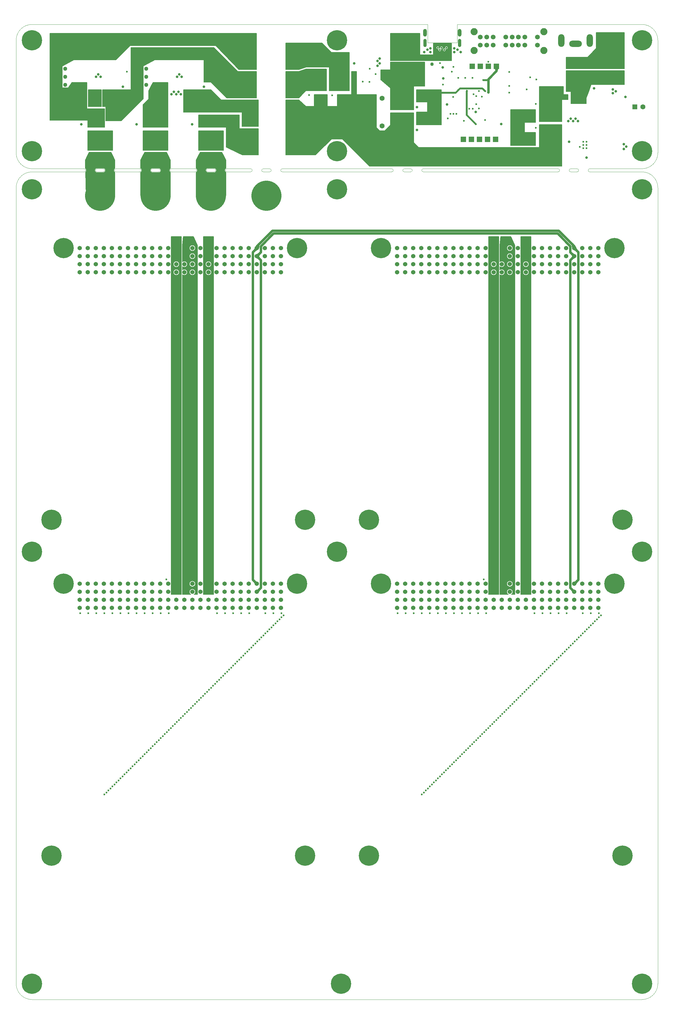
<source format=gbr>
G04 #@! TF.GenerationSoftware,KiCad,Pcbnew,(5.1.6)-1*
G04 #@! TF.CreationDate,2020-08-26T15:11:37+02:00*
G04 #@! TF.ProjectId,element_foxtrot,656c656d-656e-4745-9f66-6f7874726f74,v1.0*
G04 #@! TF.SameCoordinates,Original*
G04 #@! TF.FileFunction,Copper,L2,Inr*
G04 #@! TF.FilePolarity,Positive*
%FSLAX46Y46*%
G04 Gerber Fmt 4.6, Leading zero omitted, Abs format (unit mm)*
G04 Created by KiCad (PCBNEW (5.1.6)-1) date 2020-08-26 15:11:37*
%MOMM*%
%LPD*%
G01*
G04 APERTURE LIST*
G04 #@! TA.AperFunction,Profile*
%ADD10C,0.050000*%
G04 #@! TD*
G04 #@! TA.AperFunction,ViaPad*
%ADD11C,1.500000*%
G04 #@! TD*
G04 #@! TA.AperFunction,ViaPad*
%ADD12C,2.250000*%
G04 #@! TD*
G04 #@! TA.AperFunction,ViaPad*
%ADD13C,0.600000*%
G04 #@! TD*
G04 #@! TA.AperFunction,ViaPad*
%ADD14C,1.300000*%
G04 #@! TD*
G04 #@! TA.AperFunction,ViaPad*
%ADD15C,1.365000*%
G04 #@! TD*
G04 #@! TA.AperFunction,ViaPad*
%ADD16C,0.800000*%
G04 #@! TD*
G04 #@! TA.AperFunction,ViaPad*
%ADD17C,6.400000*%
G04 #@! TD*
G04 #@! TA.AperFunction,ViaPad*
%ADD18R,1.750000X1.750000*%
G04 #@! TD*
G04 #@! TA.AperFunction,ViaPad*
%ADD19O,1.100000X2.550000*%
G04 #@! TD*
G04 #@! TA.AperFunction,ViaPad*
%ADD20O,1.200000X2.400000*%
G04 #@! TD*
G04 #@! TA.AperFunction,ViaPad*
%ADD21C,2.600000*%
G04 #@! TD*
G04 #@! TA.AperFunction,ViaPad*
%ADD22C,1.600000*%
G04 #@! TD*
G04 #@! TA.AperFunction,ViaPad*
%ADD23R,1.600000X1.600000*%
G04 #@! TD*
G04 #@! TA.AperFunction,ViaPad*
%ADD24O,4.500000X2.250000*%
G04 #@! TD*
G04 #@! TA.AperFunction,ViaPad*
%ADD25O,4.000000X2.000000*%
G04 #@! TD*
G04 #@! TA.AperFunction,ViaPad*
%ADD26O,2.000000X4.000000*%
G04 #@! TD*
G04 #@! TA.AperFunction,ViaPad*
%ADD27C,9.520000*%
G04 #@! TD*
G04 #@! TA.AperFunction,ViaPad*
%ADD28C,1.100000*%
G04 #@! TD*
G04 #@! TA.AperFunction,Conductor*
%ADD29C,0.774000*%
G04 #@! TD*
G04 #@! TA.AperFunction,Conductor*
%ADD30C,0.600000*%
G04 #@! TD*
G04 #@! TA.AperFunction,Conductor*
%ADD31C,0.800000*%
G04 #@! TD*
G04 #@! TA.AperFunction,Conductor*
%ADD32C,0.127000*%
G04 #@! TD*
G04 #@! TA.AperFunction,Conductor*
%ADD33C,0.025400*%
G04 #@! TD*
G04 APERTURE END LIST*
D10*
X109000000Y-79000000D02*
X143500000Y-79000000D01*
X143500000Y-78000000D02*
X109000000Y-78000000D01*
X200000000Y-79000000D02*
X202000000Y-79000000D01*
X196000000Y-78000000D02*
X153500000Y-78000000D01*
X147500000Y-79000000D02*
G75*
G02*
X147500000Y-78000000I0J500000D01*
G01*
X153500000Y-79000000D02*
X196000000Y-79000000D01*
X200000000Y-79000000D02*
G75*
G02*
X200000000Y-78000000I0J500000D01*
G01*
X147500000Y-79000000D02*
X149500000Y-79000000D01*
X196000000Y-78000000D02*
G75*
G02*
X196000000Y-79000000I0J-500000D01*
G01*
X143500000Y-78000000D02*
G75*
G02*
X143500000Y-79000000I0J-500000D01*
G01*
X202000000Y-78000000D02*
G75*
G02*
X202000000Y-79000000I0J-500000D01*
G01*
X206000000Y-79000000D02*
G75*
G02*
X206000000Y-78000000I0J500000D01*
G01*
X153500000Y-79000000D02*
G75*
G02*
X153500000Y-78000000I0J500000D01*
G01*
X206000000Y-79000000D02*
X222500000Y-79000000D01*
X222500000Y-78000000D02*
X206000000Y-78000000D01*
X149500000Y-78000000D02*
G75*
G02*
X149500000Y-79000000I0J-500000D01*
G01*
X149500000Y-78000000D02*
X147500000Y-78000000D01*
X202000000Y-78000000D02*
X200000000Y-78000000D01*
X25000000Y-84000000D02*
G75*
G02*
X30000000Y-79000000I5000000J0D01*
G01*
X30000000Y-78000000D02*
G75*
G02*
X25000000Y-73000000I0J5000000D01*
G01*
X227500000Y-335000000D02*
G75*
G02*
X222500000Y-340000000I-5000000J0D01*
G01*
X30000000Y-340000000D02*
G75*
G02*
X25000000Y-335000000I0J5000000D01*
G01*
X99000000Y-78000000D02*
G75*
G02*
X99000000Y-79000000I0J-500000D01*
G01*
X99000000Y-78000000D02*
X91500000Y-78000000D01*
X91500000Y-79000000D02*
G75*
G02*
X91500000Y-78000000I0J500000D01*
G01*
X91500000Y-79000000D02*
X99000000Y-79000000D01*
X81500000Y-78000000D02*
X74000000Y-78000000D01*
X81500000Y-78000000D02*
G75*
G02*
X81500000Y-79000000I0J-500000D01*
G01*
X74000000Y-79000000D02*
G75*
G02*
X74000000Y-78000000I0J500000D01*
G01*
X74000000Y-79000000D02*
X81500000Y-79000000D01*
X50500000Y-79000000D02*
X52500000Y-79000000D01*
X70000000Y-78000000D02*
X68000000Y-78000000D01*
X56500000Y-79000000D02*
X64000000Y-79000000D01*
X68000000Y-79000000D02*
X70000000Y-79000000D01*
X46500000Y-78000000D02*
G75*
G02*
X46500000Y-79000000I0J-500000D01*
G01*
X70000000Y-78000000D02*
G75*
G02*
X70000000Y-79000000I0J-500000D01*
G01*
X52500000Y-78000000D02*
X50500000Y-78000000D01*
X85500000Y-79000000D02*
X87500000Y-79000000D01*
X50500000Y-79000000D02*
G75*
G02*
X50500000Y-78000000I0J500000D01*
G01*
X87500000Y-78000000D02*
X85500000Y-78000000D01*
X68000000Y-79000000D02*
G75*
G02*
X68000000Y-78000000I0J500000D01*
G01*
X46500000Y-78000000D02*
X30000000Y-78000000D01*
X64000000Y-78000000D02*
G75*
G02*
X64000000Y-79000000I0J-500000D01*
G01*
X56500000Y-79000000D02*
G75*
G02*
X56500000Y-78000000I0J500000D01*
G01*
X64000000Y-78000000D02*
X56500000Y-78000000D01*
X30000000Y-79000000D02*
X46500000Y-79000000D01*
X109000000Y-79000000D02*
G75*
G02*
X109000000Y-78000000I0J500000D01*
G01*
X103000000Y-79000000D02*
G75*
G02*
X103000000Y-78000000I0J500000D01*
G01*
X103000000Y-79000000D02*
X105000000Y-79000000D01*
X105000000Y-78000000D02*
X103000000Y-78000000D01*
X52500000Y-78000000D02*
G75*
G02*
X52500000Y-79000000I0J-500000D01*
G01*
X87500000Y-78000000D02*
G75*
G02*
X87500000Y-79000000I0J-500000D01*
G01*
X85500000Y-79000000D02*
G75*
G02*
X85500000Y-78000000I0J500000D01*
G01*
X105000000Y-78000000D02*
G75*
G02*
X105000000Y-79000000I0J-500000D01*
G01*
X25000000Y-73000000D02*
X25000000Y-37500000D01*
X25000000Y-37500000D02*
G75*
G02*
X30000000Y-32500000I5000000J0D01*
G01*
X227500000Y-84000000D02*
X227500000Y-335000000D01*
X222500000Y-79000000D02*
G75*
G02*
X227500000Y-84000000I0J-5000000D01*
G01*
X227500000Y-73000000D02*
G75*
G02*
X222500000Y-78000000I-5000000J0D01*
G01*
X222500000Y-32500000D02*
G75*
G02*
X227500000Y-37500000I0J-5000000D01*
G01*
X154830000Y-38220000D02*
X154830000Y-32500000D01*
X164180000Y-38220000D02*
X154830000Y-38220000D01*
X164180000Y-32500000D02*
X164180000Y-38220000D01*
X164180000Y-32500000D02*
X222500000Y-32500000D01*
X30000000Y-32500000D02*
X154830000Y-32500000D01*
X25000000Y-335000000D02*
X25000000Y-84000000D01*
X222500000Y-340000000D02*
X30000000Y-340000000D01*
X227500000Y-37500000D02*
X227500000Y-73000000D01*
D11*
G04 #@! TO.N,N/C*
G04 #@! TO.C,SW1*
X189500000Y-36500000D03*
G04 #@! TO.N,Net-(R11-Pad2)*
X185500000Y-36500000D03*
G04 #@! TO.N,N/C*
X183500000Y-36500000D03*
G04 #@! TO.N,Net-(D9-Pad3)*
X181500000Y-36500000D03*
G04 #@! TO.N,N/C*
X179500000Y-36500000D03*
X175500000Y-36500000D03*
X173500000Y-36500000D03*
X171500000Y-36500000D03*
G04 #@! TO.N,Net-(Q5-Pad3)*
X189500000Y-39000000D03*
G04 #@! TO.N,Net-(R13-Pad2)*
X185500000Y-39000000D03*
G04 #@! TO.N,N/C*
X183500000Y-39000000D03*
X181500000Y-39000000D03*
G04 #@! TO.N,GND*
X179500000Y-39000000D03*
G04 #@! TO.N,Net-(Q7-Pad1)*
X175500000Y-39000000D03*
G04 #@! TO.N,GND*
X173500000Y-39000000D03*
G04 #@! TO.N,/PDO2*
X171500000Y-39000000D03*
D12*
G04 #@! TO.N,N/C*
X191500000Y-40750000D03*
X191500000Y-34750000D03*
X169500000Y-34750000D03*
X169500000Y-40750000D03*
G04 #@! TD*
D13*
G04 #@! TO.N,/VSINK*
G04 #@! TO.C,Q6*
X192306250Y-68792500D03*
X192306250Y-67370000D03*
X192306250Y-65947500D03*
X193915000Y-68792500D03*
X193915000Y-67370000D03*
X193915000Y-65947500D03*
X195523750Y-68792500D03*
X195523750Y-67370000D03*
X195523750Y-65947500D03*
G04 #@! TD*
G04 #@! TO.N,Net-(F5-Pad2)*
G04 #@! TO.C,Q8*
X121172500Y-51378750D03*
X119750000Y-51378750D03*
X118327500Y-51378750D03*
X121172500Y-49770000D03*
X119750000Y-49770000D03*
X118327500Y-49770000D03*
X121172500Y-48161250D03*
X119750000Y-48161250D03*
X118327500Y-48161250D03*
G04 #@! TD*
G04 #@! TO.N,Net-(F6-Pad2)*
G04 #@! TO.C,Q9*
X128422500Y-51378750D03*
X127000000Y-51378750D03*
X125577500Y-51378750D03*
X128422500Y-49770000D03*
X127000000Y-49770000D03*
X125577500Y-49770000D03*
X128422500Y-48161250D03*
X127000000Y-48161250D03*
X125577500Y-48161250D03*
G04 #@! TD*
G04 #@! TO.N,/VSINK*
G04 #@! TO.C,Q4*
X148193750Y-62077500D03*
X148193750Y-63500000D03*
X148193750Y-64922500D03*
X146585000Y-62077500D03*
X146585000Y-63500000D03*
X146585000Y-64922500D03*
X144976250Y-62077500D03*
X144976250Y-63500000D03*
X144976250Y-64922500D03*
G04 #@! TD*
G04 #@! TO.N,Net-(D5-Pad1)*
G04 #@! TO.C,Q3*
X192306250Y-61292500D03*
X192306250Y-59870000D03*
X192306250Y-58447500D03*
X193915000Y-61292500D03*
X193915000Y-59870000D03*
X193915000Y-58447500D03*
X195523750Y-61292500D03*
X195523750Y-59870000D03*
X195523750Y-58447500D03*
G04 #@! TD*
G04 #@! TO.N,VBUS*
G04 #@! TO.C,Q2*
X148193750Y-54827500D03*
X148193750Y-56250000D03*
X148193750Y-57672500D03*
X146585000Y-54827500D03*
X146585000Y-56250000D03*
X146585000Y-57672500D03*
X144976250Y-54827500D03*
X144976250Y-56250000D03*
X144976250Y-57672500D03*
G04 #@! TD*
G04 #@! TO.N,Net-(C1-Pad2)*
G04 #@! TO.C,Q1*
X200806250Y-52292500D03*
X200806250Y-50870000D03*
X200806250Y-49447500D03*
X202415000Y-52292500D03*
X202415000Y-50870000D03*
X202415000Y-49447500D03*
X204023750Y-52292500D03*
X204023750Y-50870000D03*
X204023750Y-49447500D03*
G04 #@! TD*
D14*
G04 #@! TO.N,GND*
G04 #@! TO.C,RV2*
X40480000Y-51590000D03*
G04 #@! TO.N,Net-(DC/DC2-Pad6)*
X40480000Y-49050000D03*
X40480000Y-46510000D03*
G04 #@! TD*
G04 #@! TO.N,GND*
G04 #@! TO.C,RV1*
X66040000Y-51590000D03*
G04 #@! TO.N,Net-(DC/DC1-Pad6)*
X66040000Y-49050000D03*
X66040000Y-46510000D03*
G04 #@! TD*
D15*
G04 #@! TO.N,GND*
G04 #@! TO.C,Module 3*
X185865000Y-216515000D03*
G04 #@! TO.N,/H1-40*
X193485000Y-213975000D03*
G04 #@! TO.N,/H1-6*
X150305000Y-213975000D03*
G04 #@! TO.N,/H1-7*
X152845000Y-216515000D03*
G04 #@! TO.N,/H1-11*
X157925000Y-216515000D03*
G04 #@! TO.N,/H1-42*
X196025000Y-213975000D03*
G04 #@! TO.N,/H1-13*
X160465000Y-216515000D03*
G04 #@! TO.N,/H1-44*
X198565000Y-213975000D03*
G04 #@! TO.N,/H1-14*
X160465000Y-213975000D03*
G04 #@! TO.N,/H1-16*
X163005000Y-213975000D03*
G04 #@! TO.N,/H1-19*
X168085000Y-216515000D03*
G04 #@! TO.N,/H1-25*
X175705000Y-216515000D03*
G04 #@! TO.N,/H1-38*
X190945000Y-213975000D03*
G04 #@! TO.N,/H1-18*
X165545000Y-213975000D03*
G04 #@! TO.N,/H1-17*
X165545000Y-216515000D03*
G04 #@! TO.N,/H1-47*
X203645000Y-216515000D03*
G04 #@! TO.N,/H1-35*
X188405000Y-216515000D03*
G04 #@! TO.N,/H1-49*
X206185000Y-216515000D03*
G04 #@! TO.N,/H1-23*
X173165000Y-216515000D03*
G04 #@! TO.N,/H1-26*
X175705000Y-213975000D03*
G04 #@! TO.N,/H1-32*
X183325000Y-213975000D03*
G04 #@! TO.N,/H1-8*
X152845000Y-213975000D03*
G04 #@! TO.N,/H1-48*
X203645000Y-213975000D03*
G04 #@! TO.N,/H1-2*
X145225000Y-213975000D03*
G04 #@! TO.N,/H1-46*
X201105000Y-213975000D03*
G04 #@! TO.N,/H1-4*
X147765000Y-213975000D03*
G04 #@! TO.N,/H1-30*
X180785000Y-213975000D03*
G04 #@! TO.N,/H1-41*
X196025000Y-216515000D03*
G04 #@! TO.N,/H1-29*
X180785000Y-216515000D03*
G04 #@! TO.N,GND*
X185865000Y-213975000D03*
G04 #@! TO.N,/H1-15*
X163005000Y-216515000D03*
G04 #@! TO.N,/H1-12*
X157925000Y-213975000D03*
G04 #@! TO.N,/H1-27*
X178245000Y-216515000D03*
G04 #@! TO.N,/H1-21*
X170625000Y-216515000D03*
G04 #@! TO.N,/H1-9*
X155385000Y-216515000D03*
G04 #@! TO.N,/H1-22*
X170625000Y-213975000D03*
G04 #@! TO.N,/H1-39*
X193485000Y-216515000D03*
G04 #@! TO.N,/H1-5*
X150305000Y-216515000D03*
G04 #@! TO.N,/H1-50*
X206185000Y-213975000D03*
G04 #@! TO.N,/H1-51*
X208725000Y-216515000D03*
G04 #@! TO.N,/H1-36*
X188405000Y-213975000D03*
G04 #@! TO.N,/H1-45*
X201105000Y-216515000D03*
G04 #@! TO.N,/H1-37*
X190945000Y-216515000D03*
G04 #@! TO.N,/H1-1*
X145225000Y-216515000D03*
G04 #@! TO.N,/H1-10*
X155385000Y-213975000D03*
G04 #@! TO.N,/H1-28*
X178245000Y-213975000D03*
G04 #@! TO.N,/H1-31*
X183325000Y-216515000D03*
G04 #@! TO.N,/H1-24*
X173165000Y-213975000D03*
G04 #@! TO.N,/H1-52*
X208725000Y-213975000D03*
G04 #@! TO.N,/H1-43*
X198565000Y-216515000D03*
G04 #@! TO.N,/H1-3*
X147765000Y-216515000D03*
G04 #@! TO.N,/H1-20*
X168085000Y-213975000D03*
G04 #@! TO.N,/SUP_UNREG*
X185865000Y-211435000D03*
G04 #@! TO.N,/H2-40*
X193485000Y-208895000D03*
G04 #@! TO.N,/H2-6*
X150305000Y-208895000D03*
G04 #@! TO.N,/H2-7*
X152845000Y-211435000D03*
G04 #@! TO.N,/H2-11*
X157925000Y-211435000D03*
G04 #@! TO.N,/H2-42*
X196025000Y-208895000D03*
G04 #@! TO.N,/H2-13*
X160465000Y-211435000D03*
G04 #@! TO.N,/H2-44*
X198565000Y-208895000D03*
G04 #@! TO.N,/H2-14*
X160465000Y-208895000D03*
G04 #@! TO.N,/H2-16*
X163005000Y-208895000D03*
G04 #@! TO.N,/H2-19*
X168085000Y-211435000D03*
G04 #@! TO.N,/SUP_5V*
X175705000Y-211435000D03*
G04 #@! TO.N,/H2-38*
X190945000Y-208895000D03*
G04 #@! TO.N,/H2-18*
X165545000Y-208895000D03*
G04 #@! TO.N,/H2-17*
X165545000Y-211435000D03*
G04 #@! TO.N,/H2-47*
X203645000Y-211435000D03*
G04 #@! TO.N,/H2-35*
X188405000Y-211435000D03*
G04 #@! TO.N,/H2-49*
X206185000Y-211435000D03*
G04 #@! TO.N,/H2-23*
X173165000Y-211435000D03*
G04 #@! TO.N,/SUP_5V*
X175705000Y-208895000D03*
G04 #@! TO.N,GND*
X183325000Y-208895000D03*
G04 #@! TO.N,/H2-8*
X152845000Y-208895000D03*
G04 #@! TO.N,/H2-48*
X203645000Y-208895000D03*
G04 #@! TO.N,/H2-2*
X145225000Y-208895000D03*
G04 #@! TO.N,/SUP_BAT_2*
X201105000Y-208895000D03*
G04 #@! TO.N,/H2-4*
X147765000Y-208895000D03*
G04 #@! TO.N,GND*
X180785000Y-208895000D03*
G04 #@! TO.N,/H2-41*
X196025000Y-211435000D03*
G04 #@! TO.N,GND*
X180785000Y-211435000D03*
G04 #@! TO.N,/SUP_UNREG*
X185865000Y-208895000D03*
G04 #@! TO.N,/H2-15*
X163005000Y-211435000D03*
G04 #@! TO.N,/H2-12*
X157925000Y-208895000D03*
G04 #@! TO.N,/SUP_3V3*
X178245000Y-211435000D03*
G04 #@! TO.N,/H2-21*
X170625000Y-211435000D03*
G04 #@! TO.N,/H2-9*
X155385000Y-211435000D03*
G04 #@! TO.N,/H2-22*
X170625000Y-208895000D03*
G04 #@! TO.N,/H2-39*
X193485000Y-211435000D03*
G04 #@! TO.N,/H2-5*
X150305000Y-211435000D03*
G04 #@! TO.N,/H2-50*
X206185000Y-208895000D03*
G04 #@! TO.N,/H2-51*
X208725000Y-211435000D03*
G04 #@! TO.N,/H2-36*
X188405000Y-208895000D03*
G04 #@! TO.N,/SUP_BAT_1*
X201105000Y-211435000D03*
G04 #@! TO.N,/H2-37*
X190945000Y-211435000D03*
G04 #@! TO.N,/H2-1*
X145225000Y-211435000D03*
G04 #@! TO.N,/H2-10*
X155385000Y-208895000D03*
G04 #@! TO.N,/SUP_3V3*
X178245000Y-208895000D03*
G04 #@! TO.N,GND*
X183325000Y-211435000D03*
G04 #@! TO.N,/H2-24*
X173165000Y-208895000D03*
G04 #@! TO.N,/H2-52*
X208725000Y-208895000D03*
G04 #@! TO.N,/H2-43*
X198565000Y-211435000D03*
G04 #@! TO.N,/H2-3*
X147765000Y-211435000D03*
G04 #@! TO.N,/H2-20*
X168085000Y-208895000D03*
D16*
G04 #@! TO.N,Net-(Module_4-PadMH4)*
X216345000Y-292220000D03*
X218042056Y-292922944D03*
X216345000Y-297020000D03*
X214647944Y-296317056D03*
X213945000Y-294620000D03*
X218745000Y-294620000D03*
X218042056Y-296317056D03*
G04 #@! TO.N,Net-(Module_4-PadMH3)*
X136335000Y-292220000D03*
G04 #@! TO.N,Net-(Module_4-PadMH4)*
X214647944Y-292922944D03*
D17*
X216345000Y-294620000D03*
D16*
G04 #@! TO.N,Net-(Module_4-PadMH3)*
X138032056Y-292922944D03*
X138032056Y-296317056D03*
X136335000Y-297020000D03*
X134637944Y-292922944D03*
X133935000Y-294620000D03*
X134637944Y-296317056D03*
D17*
X136335000Y-294620000D03*
D16*
X138735000Y-294620000D03*
G04 #@! TO.N,Net-(Module_4-PadMH2)*
X216205000Y-208895000D03*
X215502056Y-210592056D03*
X213805000Y-206495000D03*
X212107944Y-210592056D03*
X211405000Y-208895000D03*
X215502056Y-207197944D03*
X213805000Y-211295000D03*
X212107944Y-207197944D03*
D17*
X213805000Y-208895000D03*
D16*
G04 #@! TO.N,Net-(Module_4-PadMH1)*
X141842056Y-207197944D03*
X138447944Y-207197944D03*
X137745000Y-208895000D03*
X138447944Y-210592056D03*
D17*
X140145000Y-208895000D03*
D16*
X140145000Y-211295000D03*
X140145000Y-206495000D03*
X141842056Y-210592056D03*
X142545000Y-208895000D03*
G04 #@! TD*
D15*
G04 #@! TO.N,GND*
G04 #@! TO.C,Module 1*
X85695000Y-110635000D03*
G04 #@! TO.N,/H1-40*
X93315000Y-108095000D03*
G04 #@! TO.N,/H1-6*
X50135000Y-108095000D03*
G04 #@! TO.N,/H1-7*
X52675000Y-110635000D03*
G04 #@! TO.N,/H1-11*
X57755000Y-110635000D03*
G04 #@! TO.N,/H1-42*
X95855000Y-108095000D03*
G04 #@! TO.N,/H1-13*
X60295000Y-110635000D03*
G04 #@! TO.N,/H1-44*
X98395000Y-108095000D03*
G04 #@! TO.N,/H1-14*
X60295000Y-108095000D03*
G04 #@! TO.N,/H1-16*
X62835000Y-108095000D03*
G04 #@! TO.N,/H1-19*
X67915000Y-110635000D03*
G04 #@! TO.N,/H1-25*
X75535000Y-110635000D03*
G04 #@! TO.N,/H1-38*
X90775000Y-108095000D03*
G04 #@! TO.N,/H1-18*
X65375000Y-108095000D03*
G04 #@! TO.N,/H1-17*
X65375000Y-110635000D03*
G04 #@! TO.N,/H1-47*
X103475000Y-110635000D03*
G04 #@! TO.N,/H1-35*
X88235000Y-110635000D03*
G04 #@! TO.N,/H1-49*
X106015000Y-110635000D03*
G04 #@! TO.N,/H1-23*
X72995000Y-110635000D03*
G04 #@! TO.N,/H1-26*
X75535000Y-108095000D03*
G04 #@! TO.N,/H1-32*
X83155000Y-108095000D03*
G04 #@! TO.N,/H1-8*
X52675000Y-108095000D03*
G04 #@! TO.N,/H1-48*
X103475000Y-108095000D03*
G04 #@! TO.N,/H1-2*
X45055000Y-108095000D03*
G04 #@! TO.N,/H1-46*
X100935000Y-108095000D03*
G04 #@! TO.N,/H1-4*
X47595000Y-108095000D03*
G04 #@! TO.N,/H1-30*
X80615000Y-108095000D03*
G04 #@! TO.N,/H1-41*
X95855000Y-110635000D03*
G04 #@! TO.N,/H1-29*
X80615000Y-110635000D03*
G04 #@! TO.N,GND*
X85695000Y-108095000D03*
G04 #@! TO.N,/H1-15*
X62835000Y-110635000D03*
G04 #@! TO.N,/H1-12*
X57755000Y-108095000D03*
G04 #@! TO.N,/H1-27*
X78075000Y-110635000D03*
G04 #@! TO.N,/H1-21*
X70455000Y-110635000D03*
G04 #@! TO.N,/H1-9*
X55215000Y-110635000D03*
G04 #@! TO.N,/H1-22*
X70455000Y-108095000D03*
G04 #@! TO.N,/H1-39*
X93315000Y-110635000D03*
G04 #@! TO.N,/H1-5*
X50135000Y-110635000D03*
G04 #@! TO.N,/H1-50*
X106015000Y-108095000D03*
G04 #@! TO.N,/H1-51*
X108555000Y-110635000D03*
G04 #@! TO.N,/H1-36*
X88235000Y-108095000D03*
G04 #@! TO.N,/H1-45*
X100935000Y-110635000D03*
G04 #@! TO.N,/H1-37*
X90775000Y-110635000D03*
G04 #@! TO.N,/H1-1*
X45055000Y-110635000D03*
G04 #@! TO.N,/H1-10*
X55215000Y-108095000D03*
G04 #@! TO.N,/H1-28*
X78075000Y-108095000D03*
G04 #@! TO.N,/H1-31*
X83155000Y-110635000D03*
G04 #@! TO.N,/H1-24*
X72995000Y-108095000D03*
G04 #@! TO.N,/H1-52*
X108555000Y-108095000D03*
G04 #@! TO.N,/H1-43*
X98395000Y-110635000D03*
G04 #@! TO.N,/H1-3*
X47595000Y-110635000D03*
G04 #@! TO.N,/H1-20*
X67915000Y-108095000D03*
G04 #@! TO.N,/SUP_UNREG*
X85695000Y-105555000D03*
G04 #@! TO.N,/H2-40*
X93315000Y-103015000D03*
G04 #@! TO.N,/H2-6*
X50135000Y-103015000D03*
G04 #@! TO.N,/H2-7*
X52675000Y-105555000D03*
G04 #@! TO.N,/H2-11*
X57755000Y-105555000D03*
G04 #@! TO.N,/H2-42*
X95855000Y-103015000D03*
G04 #@! TO.N,/H2-13*
X60295000Y-105555000D03*
G04 #@! TO.N,/H2-44*
X98395000Y-103015000D03*
G04 #@! TO.N,/H2-14*
X60295000Y-103015000D03*
G04 #@! TO.N,/H2-16*
X62835000Y-103015000D03*
G04 #@! TO.N,/H2-19*
X67915000Y-105555000D03*
G04 #@! TO.N,/SUP_5V*
X75535000Y-105555000D03*
G04 #@! TO.N,/H2-38*
X90775000Y-103015000D03*
G04 #@! TO.N,/H2-18*
X65375000Y-103015000D03*
G04 #@! TO.N,/H2-17*
X65375000Y-105555000D03*
G04 #@! TO.N,/H2-47*
X103475000Y-105555000D03*
G04 #@! TO.N,/H2-35*
X88235000Y-105555000D03*
G04 #@! TO.N,/H2-49*
X106015000Y-105555000D03*
G04 #@! TO.N,/H2-23*
X72995000Y-105555000D03*
G04 #@! TO.N,/SUP_5V*
X75535000Y-103015000D03*
G04 #@! TO.N,GND*
X83155000Y-103015000D03*
G04 #@! TO.N,/H2-8*
X52675000Y-103015000D03*
G04 #@! TO.N,/H2-48*
X103475000Y-103015000D03*
G04 #@! TO.N,/H2-2*
X45055000Y-103015000D03*
G04 #@! TO.N,/SUP_BAT_2*
X100935000Y-103015000D03*
G04 #@! TO.N,/H2-4*
X47595000Y-103015000D03*
G04 #@! TO.N,GND*
X80615000Y-103015000D03*
G04 #@! TO.N,/H2-41*
X95855000Y-105555000D03*
G04 #@! TO.N,GND*
X80615000Y-105555000D03*
G04 #@! TO.N,/SUP_UNREG*
X85695000Y-103015000D03*
G04 #@! TO.N,/H2-15*
X62835000Y-105555000D03*
G04 #@! TO.N,/H2-12*
X57755000Y-103015000D03*
G04 #@! TO.N,/SUP_3V3*
X78075000Y-105555000D03*
G04 #@! TO.N,/H2-21*
X70455000Y-105555000D03*
G04 #@! TO.N,/H2-9*
X55215000Y-105555000D03*
G04 #@! TO.N,/H2-22*
X70455000Y-103015000D03*
G04 #@! TO.N,/H2-39*
X93315000Y-105555000D03*
G04 #@! TO.N,/H2-5*
X50135000Y-105555000D03*
G04 #@! TO.N,/H2-50*
X106015000Y-103015000D03*
G04 #@! TO.N,/H2-51*
X108555000Y-105555000D03*
G04 #@! TO.N,/H2-36*
X88235000Y-103015000D03*
G04 #@! TO.N,/SUP_BAT_1*
X100935000Y-105555000D03*
G04 #@! TO.N,/H2-37*
X90775000Y-105555000D03*
G04 #@! TO.N,/H2-1*
X45055000Y-105555000D03*
G04 #@! TO.N,/H2-10*
X55215000Y-103015000D03*
G04 #@! TO.N,/SUP_3V3*
X78075000Y-103015000D03*
G04 #@! TO.N,GND*
X83155000Y-105555000D03*
G04 #@! TO.N,/H2-24*
X72995000Y-103015000D03*
G04 #@! TO.N,/H2-52*
X108555000Y-103015000D03*
G04 #@! TO.N,/H2-43*
X98395000Y-105555000D03*
G04 #@! TO.N,/H2-3*
X47595000Y-105555000D03*
G04 #@! TO.N,/H2-20*
X67915000Y-103015000D03*
D16*
G04 #@! TO.N,Net-(Module_2-PadMH4)*
X116175000Y-186340000D03*
X117872056Y-187042944D03*
X116175000Y-191140000D03*
X114477944Y-190437056D03*
X113775000Y-188740000D03*
X118575000Y-188740000D03*
X117872056Y-190437056D03*
G04 #@! TO.N,Net-(Module_2-PadMH3)*
X36165000Y-186340000D03*
G04 #@! TO.N,Net-(Module_2-PadMH4)*
X114477944Y-187042944D03*
D17*
X116175000Y-188740000D03*
D16*
G04 #@! TO.N,Net-(Module_2-PadMH3)*
X37862056Y-187042944D03*
X37862056Y-190437056D03*
X36165000Y-191140000D03*
X34467944Y-187042944D03*
X33765000Y-188740000D03*
X34467944Y-190437056D03*
D17*
X36165000Y-188740000D03*
D16*
X38565000Y-188740000D03*
G04 #@! TO.N,Net-(Module_2-PadMH2)*
X116035000Y-103015000D03*
X115332056Y-104712056D03*
X113635000Y-100615000D03*
X111937944Y-104712056D03*
X111235000Y-103015000D03*
X115332056Y-101317944D03*
X113635000Y-105415000D03*
X111937944Y-101317944D03*
D17*
X113635000Y-103015000D03*
D16*
G04 #@! TO.N,Net-(Module_2-PadMH1)*
X41672056Y-101317944D03*
X38277944Y-101317944D03*
X37575000Y-103015000D03*
X38277944Y-104712056D03*
D17*
X39975000Y-103015000D03*
D16*
X39975000Y-105415000D03*
X39975000Y-100615000D03*
X41672056Y-104712056D03*
X42375000Y-103015000D03*
G04 #@! TD*
D17*
G04 #@! TO.N,Net-(H15-Pad1)*
G04 #@! TO.C,H15*
X222500000Y-335000000D03*
D16*
X224900000Y-335000000D03*
X224197056Y-336697056D03*
X222500000Y-337400000D03*
X220802944Y-336697056D03*
X220100000Y-335000000D03*
X220802944Y-333302944D03*
X222500000Y-332600000D03*
X224197056Y-333302944D03*
G04 #@! TD*
D17*
G04 #@! TO.N,Net-(H14-Pad1)*
G04 #@! TO.C,H14*
X127500000Y-335000000D03*
D16*
X129900000Y-335000000D03*
X129197056Y-336697056D03*
X127500000Y-337400000D03*
X125802944Y-336697056D03*
X125100000Y-335000000D03*
X125802944Y-333302944D03*
X127500000Y-332600000D03*
X129197056Y-333302944D03*
G04 #@! TD*
D17*
G04 #@! TO.N,Net-(H13-Pad1)*
G04 #@! TO.C,H13*
X30000000Y-335000000D03*
D16*
X32400000Y-335000000D03*
X31697056Y-336697056D03*
X30000000Y-337400000D03*
X28302944Y-336697056D03*
X27600000Y-335000000D03*
X28302944Y-333302944D03*
X30000000Y-332600000D03*
X31697056Y-333302944D03*
G04 #@! TD*
D15*
G04 #@! TO.N,GND*
G04 #@! TO.C,Module 4*
X185865000Y-110635000D03*
G04 #@! TO.N,/H1-40*
X193485000Y-108095000D03*
G04 #@! TO.N,/H1-6*
X150305000Y-108095000D03*
G04 #@! TO.N,/H1-7*
X152845000Y-110635000D03*
G04 #@! TO.N,/H1-11*
X157925000Y-110635000D03*
G04 #@! TO.N,/H1-42*
X196025000Y-108095000D03*
G04 #@! TO.N,/H1-13*
X160465000Y-110635000D03*
G04 #@! TO.N,/H1-44*
X198565000Y-108095000D03*
G04 #@! TO.N,/H1-14*
X160465000Y-108095000D03*
G04 #@! TO.N,/H1-16*
X163005000Y-108095000D03*
G04 #@! TO.N,/H1-19*
X168085000Y-110635000D03*
G04 #@! TO.N,/H1-25*
X175705000Y-110635000D03*
G04 #@! TO.N,/H1-38*
X190945000Y-108095000D03*
G04 #@! TO.N,/H1-18*
X165545000Y-108095000D03*
G04 #@! TO.N,/H1-17*
X165545000Y-110635000D03*
G04 #@! TO.N,/H1-47*
X203645000Y-110635000D03*
G04 #@! TO.N,/H1-35*
X188405000Y-110635000D03*
G04 #@! TO.N,/H1-49*
X206185000Y-110635000D03*
G04 #@! TO.N,/H1-23*
X173165000Y-110635000D03*
G04 #@! TO.N,/H1-26*
X175705000Y-108095000D03*
G04 #@! TO.N,/H1-32*
X183325000Y-108095000D03*
G04 #@! TO.N,/H1-8*
X152845000Y-108095000D03*
G04 #@! TO.N,/H1-48*
X203645000Y-108095000D03*
G04 #@! TO.N,/H1-2*
X145225000Y-108095000D03*
G04 #@! TO.N,/H1-46*
X201105000Y-108095000D03*
G04 #@! TO.N,/H1-4*
X147765000Y-108095000D03*
G04 #@! TO.N,/H1-30*
X180785000Y-108095000D03*
G04 #@! TO.N,/H1-41*
X196025000Y-110635000D03*
G04 #@! TO.N,/H1-29*
X180785000Y-110635000D03*
G04 #@! TO.N,GND*
X185865000Y-108095000D03*
G04 #@! TO.N,/H1-15*
X163005000Y-110635000D03*
G04 #@! TO.N,/H1-12*
X157925000Y-108095000D03*
G04 #@! TO.N,/H1-27*
X178245000Y-110635000D03*
G04 #@! TO.N,/H1-21*
X170625000Y-110635000D03*
G04 #@! TO.N,/H1-9*
X155385000Y-110635000D03*
G04 #@! TO.N,/H1-22*
X170625000Y-108095000D03*
G04 #@! TO.N,/H1-39*
X193485000Y-110635000D03*
G04 #@! TO.N,/H1-5*
X150305000Y-110635000D03*
G04 #@! TO.N,/H1-50*
X206185000Y-108095000D03*
G04 #@! TO.N,/H1-51*
X208725000Y-110635000D03*
G04 #@! TO.N,/H1-36*
X188405000Y-108095000D03*
G04 #@! TO.N,/H1-45*
X201105000Y-110635000D03*
G04 #@! TO.N,/H1-37*
X190945000Y-110635000D03*
G04 #@! TO.N,/H1-1*
X145225000Y-110635000D03*
G04 #@! TO.N,/H1-10*
X155385000Y-108095000D03*
G04 #@! TO.N,/H1-28*
X178245000Y-108095000D03*
G04 #@! TO.N,/H1-31*
X183325000Y-110635000D03*
G04 #@! TO.N,/H1-24*
X173165000Y-108095000D03*
G04 #@! TO.N,/H1-52*
X208725000Y-108095000D03*
G04 #@! TO.N,/H1-43*
X198565000Y-110635000D03*
G04 #@! TO.N,/H1-3*
X147765000Y-110635000D03*
G04 #@! TO.N,/H1-20*
X168085000Y-108095000D03*
G04 #@! TO.N,/SUP_UNREG*
X185865000Y-105555000D03*
G04 #@! TO.N,/H2-40*
X193485000Y-103015000D03*
G04 #@! TO.N,/H2-6*
X150305000Y-103015000D03*
G04 #@! TO.N,/H2-7*
X152845000Y-105555000D03*
G04 #@! TO.N,/H2-11*
X157925000Y-105555000D03*
G04 #@! TO.N,/H2-42*
X196025000Y-103015000D03*
G04 #@! TO.N,/H2-13*
X160465000Y-105555000D03*
G04 #@! TO.N,/H2-44*
X198565000Y-103015000D03*
G04 #@! TO.N,/H2-14*
X160465000Y-103015000D03*
G04 #@! TO.N,/H2-16*
X163005000Y-103015000D03*
G04 #@! TO.N,/H2-19*
X168085000Y-105555000D03*
G04 #@! TO.N,/SUP_5V*
X175705000Y-105555000D03*
G04 #@! TO.N,/H2-38*
X190945000Y-103015000D03*
G04 #@! TO.N,/H2-18*
X165545000Y-103015000D03*
G04 #@! TO.N,/H2-17*
X165545000Y-105555000D03*
G04 #@! TO.N,/H2-47*
X203645000Y-105555000D03*
G04 #@! TO.N,/H2-35*
X188405000Y-105555000D03*
G04 #@! TO.N,/H2-49*
X206185000Y-105555000D03*
G04 #@! TO.N,/H2-23*
X173165000Y-105555000D03*
G04 #@! TO.N,/SUP_5V*
X175705000Y-103015000D03*
G04 #@! TO.N,GND*
X183325000Y-103015000D03*
G04 #@! TO.N,/H2-8*
X152845000Y-103015000D03*
G04 #@! TO.N,/H2-48*
X203645000Y-103015000D03*
G04 #@! TO.N,/H2-2*
X145225000Y-103015000D03*
G04 #@! TO.N,/SUP_BAT_2*
X201105000Y-103015000D03*
G04 #@! TO.N,/H2-4*
X147765000Y-103015000D03*
G04 #@! TO.N,GND*
X180785000Y-103015000D03*
G04 #@! TO.N,/H2-41*
X196025000Y-105555000D03*
G04 #@! TO.N,GND*
X180785000Y-105555000D03*
G04 #@! TO.N,/SUP_UNREG*
X185865000Y-103015000D03*
G04 #@! TO.N,/H2-15*
X163005000Y-105555000D03*
G04 #@! TO.N,/H2-12*
X157925000Y-103015000D03*
G04 #@! TO.N,/SUP_3V3*
X178245000Y-105555000D03*
G04 #@! TO.N,/H2-21*
X170625000Y-105555000D03*
G04 #@! TO.N,/H2-9*
X155385000Y-105555000D03*
G04 #@! TO.N,/H2-22*
X170625000Y-103015000D03*
G04 #@! TO.N,/H2-39*
X193485000Y-105555000D03*
G04 #@! TO.N,/H2-5*
X150305000Y-105555000D03*
G04 #@! TO.N,/H2-50*
X206185000Y-103015000D03*
G04 #@! TO.N,/H2-51*
X208725000Y-105555000D03*
G04 #@! TO.N,/H2-36*
X188405000Y-103015000D03*
G04 #@! TO.N,/SUP_BAT_1*
X201105000Y-105555000D03*
G04 #@! TO.N,/H2-37*
X190945000Y-105555000D03*
G04 #@! TO.N,/H2-1*
X145225000Y-105555000D03*
G04 #@! TO.N,/H2-10*
X155385000Y-103015000D03*
G04 #@! TO.N,/SUP_3V3*
X178245000Y-103015000D03*
G04 #@! TO.N,GND*
X183325000Y-105555000D03*
G04 #@! TO.N,/H2-24*
X173165000Y-103015000D03*
G04 #@! TO.N,/H2-52*
X208725000Y-103015000D03*
G04 #@! TO.N,/H2-43*
X198565000Y-105555000D03*
G04 #@! TO.N,/H2-3*
X147765000Y-105555000D03*
G04 #@! TO.N,/H2-20*
X168085000Y-103015000D03*
D16*
G04 #@! TO.N,Net-(Module_1-PadMH4)*
X216345000Y-186340000D03*
X218042056Y-187042944D03*
X216345000Y-191140000D03*
X214647944Y-190437056D03*
X213945000Y-188740000D03*
X218745000Y-188740000D03*
X218042056Y-190437056D03*
G04 #@! TO.N,Net-(Module_1-PadMH3)*
X136335000Y-186340000D03*
G04 #@! TO.N,Net-(Module_1-PadMH4)*
X214647944Y-187042944D03*
D17*
X216345000Y-188740000D03*
D16*
G04 #@! TO.N,Net-(Module_1-PadMH3)*
X138032056Y-187042944D03*
X138032056Y-190437056D03*
X136335000Y-191140000D03*
X134637944Y-187042944D03*
X133935000Y-188740000D03*
X134637944Y-190437056D03*
D17*
X136335000Y-188740000D03*
D16*
X138735000Y-188740000D03*
G04 #@! TO.N,Net-(Module_1-PadMH2)*
X216205000Y-103015000D03*
X215502056Y-104712056D03*
X213805000Y-100615000D03*
X212107944Y-104712056D03*
X211405000Y-103015000D03*
X215502056Y-101317944D03*
X213805000Y-105415000D03*
X212107944Y-101317944D03*
D17*
X213805000Y-103015000D03*
D16*
G04 #@! TO.N,Net-(Module_1-PadMH1)*
X141842056Y-101317944D03*
X138447944Y-101317944D03*
X137745000Y-103015000D03*
X138447944Y-104712056D03*
D17*
X140145000Y-103015000D03*
D16*
X140145000Y-105415000D03*
X140145000Y-100615000D03*
X141842056Y-104712056D03*
X142545000Y-103015000D03*
G04 #@! TD*
D15*
G04 #@! TO.N,GND*
G04 #@! TO.C,Module 2*
X85695000Y-216515000D03*
G04 #@! TO.N,/H1-40*
X93315000Y-213975000D03*
G04 #@! TO.N,/H1-6*
X50135000Y-213975000D03*
G04 #@! TO.N,/H1-7*
X52675000Y-216515000D03*
G04 #@! TO.N,/H1-11*
X57755000Y-216515000D03*
G04 #@! TO.N,/H1-42*
X95855000Y-213975000D03*
G04 #@! TO.N,/H1-13*
X60295000Y-216515000D03*
G04 #@! TO.N,/H1-44*
X98395000Y-213975000D03*
G04 #@! TO.N,/H1-14*
X60295000Y-213975000D03*
G04 #@! TO.N,/H1-16*
X62835000Y-213975000D03*
G04 #@! TO.N,/H1-19*
X67915000Y-216515000D03*
G04 #@! TO.N,/H1-25*
X75535000Y-216515000D03*
G04 #@! TO.N,/H1-38*
X90775000Y-213975000D03*
G04 #@! TO.N,/H1-18*
X65375000Y-213975000D03*
G04 #@! TO.N,/H1-17*
X65375000Y-216515000D03*
G04 #@! TO.N,/H1-47*
X103475000Y-216515000D03*
G04 #@! TO.N,/H1-35*
X88235000Y-216515000D03*
G04 #@! TO.N,/H1-49*
X106015000Y-216515000D03*
G04 #@! TO.N,/H1-23*
X72995000Y-216515000D03*
G04 #@! TO.N,/H1-26*
X75535000Y-213975000D03*
G04 #@! TO.N,/H1-32*
X83155000Y-213975000D03*
G04 #@! TO.N,/H1-8*
X52675000Y-213975000D03*
G04 #@! TO.N,/H1-48*
X103475000Y-213975000D03*
G04 #@! TO.N,/H1-2*
X45055000Y-213975000D03*
G04 #@! TO.N,/H1-46*
X100935000Y-213975000D03*
G04 #@! TO.N,/H1-4*
X47595000Y-213975000D03*
G04 #@! TO.N,/H1-30*
X80615000Y-213975000D03*
G04 #@! TO.N,/H1-41*
X95855000Y-216515000D03*
G04 #@! TO.N,/H1-29*
X80615000Y-216515000D03*
G04 #@! TO.N,GND*
X85695000Y-213975000D03*
G04 #@! TO.N,/H1-15*
X62835000Y-216515000D03*
G04 #@! TO.N,/H1-12*
X57755000Y-213975000D03*
G04 #@! TO.N,/H1-27*
X78075000Y-216515000D03*
G04 #@! TO.N,/H1-21*
X70455000Y-216515000D03*
G04 #@! TO.N,/H1-9*
X55215000Y-216515000D03*
G04 #@! TO.N,/H1-22*
X70455000Y-213975000D03*
G04 #@! TO.N,/H1-39*
X93315000Y-216515000D03*
G04 #@! TO.N,/H1-5*
X50135000Y-216515000D03*
G04 #@! TO.N,/H1-50*
X106015000Y-213975000D03*
G04 #@! TO.N,/H1-51*
X108555000Y-216515000D03*
G04 #@! TO.N,/H1-36*
X88235000Y-213975000D03*
G04 #@! TO.N,/H1-45*
X100935000Y-216515000D03*
G04 #@! TO.N,/H1-37*
X90775000Y-216515000D03*
G04 #@! TO.N,/H1-1*
X45055000Y-216515000D03*
G04 #@! TO.N,/H1-10*
X55215000Y-213975000D03*
G04 #@! TO.N,/H1-28*
X78075000Y-213975000D03*
G04 #@! TO.N,/H1-31*
X83155000Y-216515000D03*
G04 #@! TO.N,/H1-24*
X72995000Y-213975000D03*
G04 #@! TO.N,/H1-52*
X108555000Y-213975000D03*
G04 #@! TO.N,/H1-43*
X98395000Y-216515000D03*
G04 #@! TO.N,/H1-3*
X47595000Y-216515000D03*
G04 #@! TO.N,/H1-20*
X67915000Y-213975000D03*
G04 #@! TO.N,/SUP_UNREG*
X85695000Y-211435000D03*
G04 #@! TO.N,/H2-40*
X93315000Y-208895000D03*
G04 #@! TO.N,/H2-6*
X50135000Y-208895000D03*
G04 #@! TO.N,/H2-7*
X52675000Y-211435000D03*
G04 #@! TO.N,/H2-11*
X57755000Y-211435000D03*
G04 #@! TO.N,/H2-42*
X95855000Y-208895000D03*
G04 #@! TO.N,/H2-13*
X60295000Y-211435000D03*
G04 #@! TO.N,/H2-44*
X98395000Y-208895000D03*
G04 #@! TO.N,/H2-14*
X60295000Y-208895000D03*
G04 #@! TO.N,/H2-16*
X62835000Y-208895000D03*
G04 #@! TO.N,/H2-19*
X67915000Y-211435000D03*
G04 #@! TO.N,/SUP_5V*
X75535000Y-211435000D03*
G04 #@! TO.N,/H2-38*
X90775000Y-208895000D03*
G04 #@! TO.N,/H2-18*
X65375000Y-208895000D03*
G04 #@! TO.N,/H2-17*
X65375000Y-211435000D03*
G04 #@! TO.N,/H2-47*
X103475000Y-211435000D03*
G04 #@! TO.N,/H2-35*
X88235000Y-211435000D03*
G04 #@! TO.N,/H2-49*
X106015000Y-211435000D03*
G04 #@! TO.N,/H2-23*
X72995000Y-211435000D03*
G04 #@! TO.N,/SUP_5V*
X75535000Y-208895000D03*
G04 #@! TO.N,GND*
X83155000Y-208895000D03*
G04 #@! TO.N,/H2-8*
X52675000Y-208895000D03*
G04 #@! TO.N,/H2-48*
X103475000Y-208895000D03*
G04 #@! TO.N,/H2-2*
X45055000Y-208895000D03*
G04 #@! TO.N,/SUP_BAT_2*
X100935000Y-208895000D03*
G04 #@! TO.N,/H2-4*
X47595000Y-208895000D03*
G04 #@! TO.N,GND*
X80615000Y-208895000D03*
G04 #@! TO.N,/H2-41*
X95855000Y-211435000D03*
G04 #@! TO.N,GND*
X80615000Y-211435000D03*
G04 #@! TO.N,/SUP_UNREG*
X85695000Y-208895000D03*
G04 #@! TO.N,/H2-15*
X62835000Y-211435000D03*
G04 #@! TO.N,/H2-12*
X57755000Y-208895000D03*
G04 #@! TO.N,/SUP_3V3*
X78075000Y-211435000D03*
G04 #@! TO.N,/H2-21*
X70455000Y-211435000D03*
G04 #@! TO.N,/H2-9*
X55215000Y-211435000D03*
G04 #@! TO.N,/H2-22*
X70455000Y-208895000D03*
G04 #@! TO.N,/H2-39*
X93315000Y-211435000D03*
G04 #@! TO.N,/H2-5*
X50135000Y-211435000D03*
G04 #@! TO.N,/H2-50*
X106015000Y-208895000D03*
G04 #@! TO.N,/H2-51*
X108555000Y-211435000D03*
G04 #@! TO.N,/H2-36*
X88235000Y-208895000D03*
G04 #@! TO.N,/SUP_BAT_1*
X100935000Y-211435000D03*
G04 #@! TO.N,/H2-37*
X90775000Y-211435000D03*
G04 #@! TO.N,/H2-1*
X45055000Y-211435000D03*
G04 #@! TO.N,/H2-10*
X55215000Y-208895000D03*
G04 #@! TO.N,/SUP_3V3*
X78075000Y-208895000D03*
G04 #@! TO.N,GND*
X83155000Y-211435000D03*
G04 #@! TO.N,/H2-24*
X72995000Y-208895000D03*
G04 #@! TO.N,/H2-52*
X108555000Y-208895000D03*
G04 #@! TO.N,/H2-43*
X98395000Y-211435000D03*
G04 #@! TO.N,/H2-3*
X47595000Y-211435000D03*
G04 #@! TO.N,/H2-20*
X67915000Y-208895000D03*
D16*
G04 #@! TO.N,Net-(Module_3-PadMH4)*
X116175000Y-292220000D03*
X117872056Y-292922944D03*
X116175000Y-297020000D03*
X114477944Y-296317056D03*
X113775000Y-294620000D03*
X118575000Y-294620000D03*
X117872056Y-296317056D03*
G04 #@! TO.N,Net-(Module_3-PadMH3)*
X36165000Y-292220000D03*
G04 #@! TO.N,Net-(Module_3-PadMH4)*
X114477944Y-292922944D03*
D17*
X116175000Y-294620000D03*
D16*
G04 #@! TO.N,Net-(Module_3-PadMH3)*
X37862056Y-292922944D03*
X37862056Y-296317056D03*
X36165000Y-297020000D03*
X34467944Y-292922944D03*
X33765000Y-294620000D03*
X34467944Y-296317056D03*
D17*
X36165000Y-294620000D03*
D16*
X38565000Y-294620000D03*
G04 #@! TO.N,Net-(Module_3-PadMH2)*
X116035000Y-208895000D03*
X115332056Y-210592056D03*
X113635000Y-206495000D03*
X111937944Y-210592056D03*
X111235000Y-208895000D03*
X115332056Y-207197944D03*
X113635000Y-211295000D03*
X111937944Y-207197944D03*
D17*
X113635000Y-208895000D03*
D16*
G04 #@! TO.N,Net-(Module_3-PadMH1)*
X41672056Y-207197944D03*
X38277944Y-207197944D03*
X37575000Y-208895000D03*
X38277944Y-210592056D03*
D17*
X39975000Y-208895000D03*
D16*
X39975000Y-211295000D03*
X39975000Y-206495000D03*
X41672056Y-210592056D03*
X42375000Y-208895000D03*
G04 #@! TD*
D18*
G04 #@! TO.N,/SUP_5V*
G04 #@! TO.C,J4*
X48960000Y-73770000D03*
G04 #@! TO.N,Net-(J4-Pad1)*
X48960000Y-71230000D03*
G04 #@! TO.N,/SUP_5V*
X51500000Y-73770000D03*
X54040000Y-73770000D03*
G04 #@! TO.N,Net-(J4-Pad1)*
X51500000Y-71230000D03*
X54040000Y-71230000D03*
G04 #@! TD*
G04 #@! TO.N,/SUP_3V3*
G04 #@! TO.C,J3*
X66460000Y-73770000D03*
G04 #@! TO.N,Net-(J3-Pad1)*
X66460000Y-71230000D03*
G04 #@! TO.N,/SUP_3V3*
X69000000Y-73770000D03*
X71540000Y-73770000D03*
G04 #@! TO.N,Net-(J3-Pad1)*
X69000000Y-71230000D03*
X71540000Y-71230000D03*
G04 #@! TD*
G04 #@! TO.N,/SUP_UNREG*
G04 #@! TO.C,J2*
X83960000Y-73770000D03*
G04 #@! TO.N,Net-(J2-Pad1)*
X83960000Y-71230000D03*
G04 #@! TO.N,/SUP_UNREG*
X86500000Y-73770000D03*
X89040000Y-73770000D03*
G04 #@! TO.N,Net-(J2-Pad1)*
X86500000Y-71230000D03*
X89040000Y-71230000D03*
G04 #@! TD*
D19*
G04 #@! TO.N,GND*
G04 #@! TO.C,P1*
X154050000Y-38350000D03*
X164950000Y-38350000D03*
D20*
X154050000Y-35120000D03*
X164950000Y-35120000D03*
G04 #@! TD*
D17*
G04 #@! TO.N,Net-(H12-Pad1)*
G04 #@! TO.C,H12*
X30000000Y-198750000D03*
D16*
X30000000Y-201150000D03*
X28302944Y-200447056D03*
X27600000Y-198750000D03*
X28302944Y-197052944D03*
X30000000Y-196350000D03*
X31697056Y-197052944D03*
X32400000Y-198750000D03*
X31697056Y-200447056D03*
G04 #@! TD*
D17*
G04 #@! TO.N,Net-(H11-Pad1)*
G04 #@! TO.C,H11*
X126250000Y-198750000D03*
D16*
X126250000Y-201150000D03*
X124552944Y-200447056D03*
X123850000Y-198750000D03*
X124552944Y-197052944D03*
X126250000Y-196350000D03*
X127947056Y-197052944D03*
X128650000Y-198750000D03*
X127947056Y-200447056D03*
G04 #@! TD*
D17*
G04 #@! TO.N,Net-(H10-Pad1)*
G04 #@! TO.C,H10*
X222500000Y-198750000D03*
D16*
X222500000Y-201150000D03*
X220802944Y-200447056D03*
X220100000Y-198750000D03*
X220802944Y-197052944D03*
X222500000Y-196350000D03*
X224197056Y-197052944D03*
X224900000Y-198750000D03*
X224197056Y-200447056D03*
G04 #@! TD*
D17*
G04 #@! TO.N,Net-(H9-Pad1)*
G04 #@! TO.C,H9*
X30000000Y-84500000D03*
D16*
X30000000Y-86900000D03*
X28302944Y-86197056D03*
X27600000Y-84500000D03*
X28302944Y-82802944D03*
X30000000Y-82100000D03*
X31697056Y-82802944D03*
X32400000Y-84500000D03*
X31697056Y-86197056D03*
G04 #@! TD*
D17*
G04 #@! TO.N,Net-(H8-Pad1)*
G04 #@! TO.C,H8*
X126250000Y-84500000D03*
D16*
X126250000Y-86900000D03*
X124552944Y-86197056D03*
X123850000Y-84500000D03*
X124552944Y-82802944D03*
X126250000Y-82100000D03*
X127947056Y-82802944D03*
X128650000Y-84500000D03*
X127947056Y-86197056D03*
G04 #@! TD*
D17*
G04 #@! TO.N,Net-(H7-Pad1)*
G04 #@! TO.C,H7*
X222500000Y-84500000D03*
D16*
X222500000Y-86900000D03*
X220802944Y-86197056D03*
X220100000Y-84500000D03*
X220802944Y-82802944D03*
X222500000Y-82100000D03*
X224197056Y-82802944D03*
X224900000Y-84500000D03*
X224197056Y-86197056D03*
G04 #@! TD*
D17*
G04 #@! TO.N,Net-(H6-Pad1)*
G04 #@! TO.C,H6*
X30000000Y-72500000D03*
D16*
X32400000Y-72500000D03*
X31697056Y-74197056D03*
X30000000Y-74900000D03*
X28302944Y-74197056D03*
X27600000Y-72500000D03*
X28302944Y-70802944D03*
X30000000Y-70100000D03*
X31697056Y-70802944D03*
G04 #@! TD*
D17*
G04 #@! TO.N,Net-(H5-Pad1)*
G04 #@! TO.C,H5*
X30000000Y-37500000D03*
D16*
X32400000Y-37500000D03*
X31697056Y-39197056D03*
X30000000Y-39900000D03*
X28302944Y-39197056D03*
X27600000Y-37500000D03*
X28302944Y-35802944D03*
X30000000Y-35100000D03*
X31697056Y-35802944D03*
G04 #@! TD*
D17*
G04 #@! TO.N,Net-(H4-Pad1)*
G04 #@! TO.C,H4*
X126250000Y-72500000D03*
D16*
X128650000Y-72500000D03*
X127947056Y-74197056D03*
X126250000Y-74900000D03*
X124552944Y-74197056D03*
X123850000Y-72500000D03*
X124552944Y-70802944D03*
X126250000Y-70100000D03*
X127947056Y-70802944D03*
G04 #@! TD*
D17*
G04 #@! TO.N,Net-(H3-Pad1)*
G04 #@! TO.C,H3*
X126250000Y-37500000D03*
D16*
X128650000Y-37500000D03*
X127947056Y-39197056D03*
X126250000Y-39900000D03*
X124552944Y-39197056D03*
X123850000Y-37500000D03*
X124552944Y-35802944D03*
X126250000Y-35100000D03*
X127947056Y-35802944D03*
G04 #@! TD*
D17*
G04 #@! TO.N,Net-(H2-Pad1)*
G04 #@! TO.C,H2*
X222500000Y-72500000D03*
D16*
X224900000Y-72500000D03*
X224197056Y-74197056D03*
X222500000Y-74900000D03*
X220802944Y-74197056D03*
X220100000Y-72500000D03*
X220802944Y-70802944D03*
X222500000Y-70100000D03*
X224197056Y-70802944D03*
G04 #@! TD*
D17*
G04 #@! TO.N,Net-(H1-Pad1)*
G04 #@! TO.C,H1*
X222500000Y-37500000D03*
D16*
X224900000Y-37500000D03*
X224197056Y-39197056D03*
X222500000Y-39900000D03*
X220802944Y-39197056D03*
X220100000Y-37500000D03*
X220802944Y-35802944D03*
X222500000Y-35100000D03*
X224197056Y-35802944D03*
G04 #@! TD*
D21*
G04 #@! TO.N,Net-(F5-Pad2)*
G04 #@! TO.C,F5*
X111850000Y-54000000D03*
X111850000Y-49000000D03*
G04 #@! TO.N,Net-(C11-Pad1)*
X99150000Y-49000000D03*
X99150000Y-54000000D03*
G04 #@! TD*
G04 #@! TO.N,Net-(F6-Pad2)*
G04 #@! TO.C,F6*
X111850000Y-45000000D03*
X111850000Y-40000000D03*
G04 #@! TO.N,/VOUT_5V*
X99150000Y-40000000D03*
X99150000Y-45000000D03*
G04 #@! TD*
G04 #@! TO.N,/VSINK*
G04 #@! TO.C,F4*
X111850000Y-63000000D03*
X111850000Y-58000000D03*
G04 #@! TO.N,Net-(C10-Pad1)*
X99150000Y-58000000D03*
X99150000Y-63000000D03*
G04 #@! TD*
G04 #@! TO.N,/VSINK*
G04 #@! TO.C,F3*
X111850000Y-72000000D03*
X111850000Y-67000000D03*
G04 #@! TO.N,/VOUT_UNREG*
X99150000Y-67000000D03*
X99150000Y-72000000D03*
G04 #@! TD*
G04 #@! TO.N,Net-(F2-Pad2)*
G04 #@! TO.C,F2*
X150000000Y-37150000D03*
X145000000Y-37150000D03*
G04 #@! TO.N,VBUS*
X145000000Y-49850000D03*
X150000000Y-49850000D03*
G04 #@! TD*
G04 #@! TO.N,Net-(F1-Pad2)*
G04 #@! TO.C,F1*
X215000000Y-37150000D03*
X210000000Y-37150000D03*
G04 #@! TO.N,Net-(C1-Pad2)*
X210000000Y-49850000D03*
X215000000Y-49850000D03*
G04 #@! TD*
D22*
G04 #@! TO.N,GND*
G04 #@! TO.C,C21*
X222750000Y-58500000D03*
D23*
G04 #@! TO.N,Net-(C20-Pad1)*
X220250000Y-58500000D03*
G04 #@! TD*
D22*
G04 #@! TO.N,GND*
G04 #@! TO.C,C9*
X140500000Y-64500000D03*
D23*
G04 #@! TO.N,/VSINK*
X137000000Y-64500000D03*
G04 #@! TD*
D22*
G04 #@! TO.N,GND*
G04 #@! TO.C,C8*
X140500000Y-55750000D03*
D23*
G04 #@! TO.N,/VSINK*
X137000000Y-55750000D03*
G04 #@! TD*
D18*
G04 #@! TO.N,+5V*
G04 #@! TO.C,J7*
X176560000Y-45750000D03*
G04 #@! TO.N,GND*
X168940000Y-45750000D03*
G04 #@! TO.N,/USB_P*
X174020000Y-45750000D03*
G04 #@! TO.N,/USB_N*
X171480000Y-45750000D03*
G04 #@! TD*
G04 #@! TO.N,GND*
G04 #@! TO.C,J5*
X166170000Y-68750000D03*
G04 #@! TO.N,/ALTER*
X168710000Y-68750000D03*
G04 #@! TO.N,/SCL*
X171250000Y-68750000D03*
G04 #@! TO.N,VDD*
X176330000Y-68750000D03*
G04 #@! TO.N,/SDA*
X173790000Y-68750000D03*
G04 #@! TD*
D24*
G04 #@! TO.N,Net-(F1-Pad2)*
G04 #@! TO.C,J1*
X201500000Y-44620000D03*
D25*
G04 #@! TO.N,GND*
X201500000Y-38620000D03*
D26*
X197000000Y-37620000D03*
X206000000Y-37620000D03*
G04 #@! TD*
D27*
G04 #@! TO.N,GND*
G04 #@! TO.C,TP12*
X104000000Y-86500000D03*
G04 #@! TD*
G04 #@! TO.N,/SUP_3V3*
G04 #@! TO.C,TP11*
X68995000Y-86500000D03*
G04 #@! TD*
G04 #@! TO.N,/SUP_5V*
G04 #@! TO.C,TP10*
X51495000Y-86500000D03*
G04 #@! TD*
G04 #@! TO.N,/SUP_UNREG*
G04 #@! TO.C,TP9*
X86495000Y-86500000D03*
G04 #@! TD*
D13*
G04 #@! TO.N,/H1-40*
X194310000Y-234080000D03*
X94140000Y-234080000D03*
G04 #@! TO.N,/H1-6*
X158750000Y-269640000D03*
X58580000Y-269640000D03*
G04 #@! TO.N,/H1-7*
X162560000Y-265830000D03*
X62390000Y-265830000D03*
G04 #@! TO.N,/H1-11*
X167640000Y-260750000D03*
X67470000Y-260750000D03*
G04 #@! TO.N,/H1-42*
X196850000Y-231540000D03*
X96680000Y-231540000D03*
G04 #@! TO.N,/H1-13*
X170180000Y-258210000D03*
X70010000Y-258210000D03*
G04 #@! TO.N,/H1-44*
X199390000Y-229000000D03*
X99220000Y-229000000D03*
G04 #@! TO.N,/H1-14*
X168910000Y-259480000D03*
X68740000Y-259480000D03*
G04 #@! TO.N,/H1-16*
X171450000Y-256940000D03*
X71280000Y-256940000D03*
G04 #@! TO.N,/H1-19*
X177800000Y-250590000D03*
X77630000Y-250590000D03*
G04 #@! TO.N,/H1-25*
X184150000Y-244240000D03*
X83980000Y-244240000D03*
G04 #@! TO.N,/H1-38*
X191770000Y-236620000D03*
X91600000Y-236620000D03*
G04 #@! TO.N,/H1-18*
X173990000Y-254400000D03*
X73820000Y-254400000D03*
G04 #@! TO.N,/H1-17*
X175260000Y-253130000D03*
X75090000Y-253130000D03*
G04 #@! TO.N,/H1-47*
X204470000Y-223920000D03*
X104300000Y-223920000D03*
G04 #@! TO.N,/H1-35*
X190500000Y-237890000D03*
X90330000Y-237890000D03*
G04 #@! TO.N,/H1-49*
X207010000Y-221380000D03*
X106840000Y-221380000D03*
G04 #@! TO.N,/H1-23*
X182880000Y-245510000D03*
X82710000Y-245510000D03*
G04 #@! TO.N,/H1-26*
X183515000Y-244875000D03*
X83345000Y-244875000D03*
G04 #@! TO.N,/H1-32*
X187325000Y-241065000D03*
X87155000Y-241065000D03*
G04 #@! TO.N,/H1-8*
X161290000Y-267100000D03*
X61120000Y-267100000D03*
G04 #@! TO.N,/H1-48*
X203200000Y-225190000D03*
X103030000Y-225190000D03*
G04 #@! TO.N,/H1-2*
X153670000Y-274720000D03*
X53500000Y-274720000D03*
G04 #@! TO.N,/H1-46*
X201295000Y-227095000D03*
X101125000Y-227095000D03*
G04 #@! TO.N,/H1-4*
X156210000Y-272180000D03*
X56040000Y-272180000D03*
G04 #@! TO.N,/H1-30*
X186055000Y-242335000D03*
X85885000Y-242335000D03*
G04 #@! TO.N,/H1-41*
X198120000Y-230270000D03*
X97950000Y-230270000D03*
G04 #@! TO.N,/H1-29*
X186690000Y-241700000D03*
X86520000Y-241700000D03*
G04 #@! TO.N,/H1-15*
X172720000Y-255670000D03*
X72550000Y-255670000D03*
G04 #@! TO.N,/H1-12*
X166370000Y-262020000D03*
X66200000Y-262020000D03*
G04 #@! TO.N,/H1-27*
X185420000Y-242970000D03*
X85250000Y-242970000D03*
G04 #@! TO.N,/H1-21*
X180340000Y-248050000D03*
X80170000Y-248050000D03*
G04 #@! TO.N,/H1-9*
X165100000Y-263290000D03*
X64930000Y-263290000D03*
G04 #@! TO.N,/H1-22*
X179070000Y-249320000D03*
X78900000Y-249320000D03*
G04 #@! TO.N,/H1-39*
X195580000Y-232810000D03*
X95410000Y-232810000D03*
G04 #@! TO.N,/H1-5*
X160020000Y-268370000D03*
X59850000Y-268370000D03*
G04 #@! TO.N,/H1-50*
X205740000Y-222650000D03*
X105570000Y-222650000D03*
G04 #@! TO.N,/H1-51*
X209550000Y-218840000D03*
X109380000Y-218840000D03*
G04 #@! TO.N,/H1-36*
X189230000Y-239160000D03*
X89060000Y-239160000D03*
G04 #@! TO.N,/H1-45*
X201930000Y-226460000D03*
X101760000Y-226460000D03*
G04 #@! TO.N,/H1-37*
X193040000Y-235350000D03*
X92870000Y-235350000D03*
G04 #@! TO.N,/H1-1*
X154940000Y-273450000D03*
X54770000Y-273450000D03*
G04 #@! TO.N,/H1-10*
X163830000Y-264560000D03*
X63660000Y-264560000D03*
G04 #@! TO.N,/H1-28*
X184785000Y-243605000D03*
X84615000Y-243605000D03*
G04 #@! TO.N,/H1-31*
X187960000Y-240430000D03*
X87790000Y-240430000D03*
G04 #@! TO.N,/H1-24*
X181610000Y-246780000D03*
X172576500Y-207472261D03*
X81440000Y-246780000D03*
X72406500Y-207472261D03*
G04 #@! TO.N,/H1-52*
X208280000Y-220110000D03*
X108110000Y-220110000D03*
G04 #@! TO.N,/H1-43*
X200660000Y-227730000D03*
X100490000Y-227730000D03*
G04 #@! TO.N,/H1-3*
X157480000Y-270910000D03*
X57310000Y-270910000D03*
G04 #@! TO.N,/H1-20*
X176530000Y-251860000D03*
X76360000Y-251860000D03*
G04 #@! TO.N,/H2-40*
X194945000Y-233445000D03*
X193675000Y-218205000D03*
X93505000Y-218205000D03*
X94775000Y-233445000D03*
G04 #@! TO.N,/H2-6*
X159385000Y-269005000D03*
X150495000Y-218205000D03*
X59215000Y-269005000D03*
X50325000Y-218205000D03*
G04 #@! TO.N,/H2-7*
X160650000Y-267740000D03*
X60480000Y-267740000D03*
G04 #@! TO.N,/H2-11*
X165730000Y-262660000D03*
X65560000Y-262660000D03*
G04 #@! TO.N,/H2-42*
X197485000Y-230905000D03*
X196215000Y-218205000D03*
X97315000Y-230905000D03*
X96045000Y-218205000D03*
G04 #@! TO.N,/H2-13*
X168270000Y-260120000D03*
X68100000Y-260120000D03*
G04 #@! TO.N,/H2-44*
X198755000Y-218205000D03*
X200025000Y-228365000D03*
X98585000Y-218205000D03*
X99855000Y-228365000D03*
G04 #@! TO.N,/H2-14*
X160655000Y-218205000D03*
X169545000Y-258845000D03*
X69375000Y-258845000D03*
X60485000Y-218205000D03*
G04 #@! TO.N,/H2-16*
X172085000Y-256305000D03*
X163195000Y-218205000D03*
X71915000Y-256305000D03*
X63025000Y-218205000D03*
G04 #@! TO.N,/H2-19*
X175890000Y-252500000D03*
X75720000Y-252500000D03*
G04 #@! TO.N,/H2-38*
X191135000Y-218205000D03*
X192405000Y-235985000D03*
X90965000Y-218205000D03*
X92235000Y-235985000D03*
G04 #@! TO.N,/H2-18*
X165735000Y-218205000D03*
X174625000Y-253765000D03*
X74455000Y-253765000D03*
X65565000Y-218205000D03*
G04 #@! TO.N,/H2-17*
X173350000Y-255040000D03*
X73180000Y-255040000D03*
G04 #@! TO.N,/H2-47*
X202560000Y-225830000D03*
X102390000Y-225830000D03*
G04 #@! TO.N,/H2-35*
X188590000Y-239800000D03*
X88420000Y-239800000D03*
G04 #@! TO.N,/H2-49*
X205100000Y-223290000D03*
X104930000Y-223290000D03*
G04 #@! TO.N,/H2-23*
X180980000Y-247410000D03*
X80810000Y-247410000D03*
G04 #@! TO.N,/H2-8*
X153035000Y-218205000D03*
X161925000Y-266465000D03*
X61755000Y-266465000D03*
X52865000Y-218205000D03*
G04 #@! TO.N,/H2-48*
X203835000Y-218205000D03*
X203835000Y-224555000D03*
X103665000Y-218205000D03*
X103665000Y-224555000D03*
G04 #@! TO.N,/H2-2*
X154305000Y-274085000D03*
X145415000Y-218205000D03*
X54135000Y-274085000D03*
X45245000Y-218205000D03*
G04 #@! TO.N,/H2-4*
X156845000Y-271545000D03*
X147955000Y-218205000D03*
X56675000Y-271545000D03*
X47785000Y-218205000D03*
G04 #@! TO.N,/H2-41*
X196210000Y-232180000D03*
X96040000Y-232180000D03*
G04 #@! TO.N,/H2-15*
X170810000Y-257580000D03*
X70640000Y-257580000D03*
G04 #@! TO.N,/H2-12*
X167005000Y-261385000D03*
X158115000Y-218205000D03*
X66835000Y-261385000D03*
X57945000Y-218205000D03*
G04 #@! TO.N,/H2-21*
X178430000Y-249960000D03*
X78260000Y-249960000D03*
G04 #@! TO.N,/H2-9*
X163190000Y-265200000D03*
X63020000Y-265200000D03*
G04 #@! TO.N,/H2-22*
X179705000Y-248685000D03*
X170815000Y-218205000D03*
X79535000Y-248685000D03*
X70645000Y-218205000D03*
G04 #@! TO.N,/H2-39*
X193670000Y-234720000D03*
X93500000Y-234720000D03*
G04 #@! TO.N,/H2-5*
X158110000Y-270280000D03*
X57940000Y-270280000D03*
G04 #@! TO.N,/H2-50*
X206375000Y-218205000D03*
X206375000Y-222015000D03*
X106205000Y-218205000D03*
X106205000Y-222015000D03*
G04 #@! TO.N,/H2-51*
X207640000Y-220750000D03*
X107470000Y-220750000D03*
G04 #@! TO.N,/H2-36*
X189865000Y-238525000D03*
X188595000Y-218205000D03*
X88425000Y-218205000D03*
X89695000Y-238525000D03*
G04 #@! TO.N,/H2-37*
X191130000Y-237260000D03*
X90960000Y-237260000D03*
G04 #@! TO.N,/H2-1*
X153035000Y-275355000D03*
X52865000Y-275355000D03*
G04 #@! TO.N,/H2-10*
X164465000Y-263925000D03*
X155575000Y-218205000D03*
X64295000Y-263925000D03*
X55405000Y-218205000D03*
G04 #@! TO.N,/H2-24*
X173355000Y-218205000D03*
X182245000Y-246145000D03*
X73185000Y-218205000D03*
X82075000Y-246145000D03*
G04 #@! TO.N,/H2-52*
X208915000Y-218205000D03*
X208915000Y-219475000D03*
X108745000Y-218205000D03*
X108745000Y-219475000D03*
G04 #@! TO.N,/H2-43*
X198750000Y-229640000D03*
X98580000Y-229640000D03*
G04 #@! TO.N,/H2-3*
X155570000Y-272820000D03*
X55400000Y-272820000D03*
G04 #@! TO.N,/H2-20*
X168275000Y-218205000D03*
X177165000Y-251225000D03*
X76995000Y-251225000D03*
X68105000Y-218205000D03*
G04 #@! TO.N,GND*
X204000000Y-69500000D03*
X205000000Y-69500000D03*
X205000000Y-70500000D03*
X205000000Y-71500000D03*
X204000000Y-70500000D03*
X204000000Y-71500000D03*
D16*
X50190000Y-49000000D03*
X51690000Y-49000000D03*
X216750000Y-70250000D03*
X216750000Y-71750000D03*
X217500000Y-71000000D03*
X217310000Y-55370000D03*
X207380000Y-52690000D03*
X199250000Y-63000000D03*
X200000000Y-62250000D03*
X200750000Y-63000000D03*
X201500000Y-62250000D03*
X202250000Y-63000000D03*
X205000000Y-74500000D03*
X199500000Y-69500000D03*
D13*
X163000000Y-60710000D03*
X172950000Y-62610000D03*
D16*
X178060000Y-63870000D03*
X170060000Y-60120000D03*
D13*
X171050000Y-58990000D03*
X168000000Y-59070000D03*
X169070000Y-59070000D03*
X170210000Y-57630000D03*
X169000000Y-49320000D03*
X166750000Y-49320000D03*
X164500000Y-49310000D03*
D28*
X156190000Y-45000000D03*
D16*
X159780000Y-49500000D03*
D13*
X171050000Y-53520000D03*
X186110000Y-53000000D03*
D16*
X160960000Y-57740000D03*
D13*
X162940000Y-55370000D03*
D16*
X155750000Y-41250000D03*
X155750000Y-40000000D03*
X163250000Y-41250000D03*
X163250000Y-40000000D03*
X165250000Y-41250000D03*
X164250000Y-40500000D03*
D13*
X189130000Y-49870000D03*
X187200000Y-49220000D03*
X180640000Y-53990000D03*
X180640000Y-51870000D03*
X180640000Y-47500000D03*
D16*
X131630000Y-44760000D03*
X139750000Y-43250000D03*
X139000000Y-44000000D03*
X139750000Y-44750000D03*
X139000000Y-45500000D03*
X45540000Y-64000000D03*
X63040000Y-64000000D03*
X80540000Y-64000000D03*
X51440000Y-54500000D03*
X50690000Y-53750000D03*
X49940000Y-54500000D03*
X49190000Y-53750000D03*
X48440000Y-54500000D03*
X76250000Y-53750000D03*
X74000000Y-54500000D03*
X77000000Y-54500000D03*
X75500000Y-54500000D03*
X74750000Y-53750000D03*
X84260000Y-52130000D03*
X50940000Y-48250000D03*
X77250000Y-49000000D03*
X75750000Y-49000000D03*
X76500000Y-48250000D03*
X154750000Y-40500000D03*
X153750000Y-41250000D03*
D13*
X202865000Y-71135000D03*
X136550000Y-46440000D03*
D16*
X159620000Y-46010000D03*
X58700000Y-52130000D03*
G04 #@! TO.N,/SUP_5V*
X54000000Y-80500000D03*
X51500000Y-80500000D03*
X49000000Y-80500000D03*
X49000000Y-76000000D03*
X51500000Y-76000000D03*
X54000000Y-76000000D03*
X74500000Y-101500000D03*
X75500000Y-100750000D03*
X76500000Y-101500000D03*
X76500000Y-100000000D03*
X74500000Y-100000000D03*
X175750000Y-100750000D03*
X176750000Y-100000000D03*
X174750000Y-100000000D03*
X174750000Y-101500000D03*
X176750000Y-101500000D03*
G04 #@! TO.N,/SUP_3V3*
X180500000Y-100000000D03*
X180500000Y-101500000D03*
X179500000Y-100750000D03*
X178500000Y-100000000D03*
X178500000Y-101500000D03*
X79250000Y-100750000D03*
X80250000Y-100000000D03*
X78250000Y-100000000D03*
X78250000Y-101500000D03*
X80250000Y-101500000D03*
X71500000Y-76000000D03*
X69000000Y-76000000D03*
X66500000Y-76000000D03*
X66500000Y-80500000D03*
X69000000Y-80500000D03*
X71500000Y-80500000D03*
D13*
G04 #@! TO.N,/CC1*
X160780000Y-39850000D03*
X163000000Y-45910000D03*
G04 #@! TO.N,/CC2*
X158070000Y-39850000D03*
X162448000Y-47400000D03*
G04 #@! TO.N,/PDO2*
X174000000Y-44230000D03*
D16*
G04 #@! TO.N,/SUP_UNREG*
X86750000Y-101500000D03*
X84750000Y-101500000D03*
X184950000Y-100000000D03*
X185950000Y-100750000D03*
X186950000Y-100000000D03*
X186950000Y-101500000D03*
X184950000Y-101500000D03*
X84750000Y-100000000D03*
X85750000Y-100750000D03*
X86750000Y-100000000D03*
X84000000Y-76000000D03*
X86500000Y-76000000D03*
X89000000Y-76000000D03*
X84000000Y-80500000D03*
X89000000Y-80500000D03*
X86500000Y-80500000D03*
D13*
G04 #@! TO.N,/VSINK*
X166260000Y-62930000D03*
D16*
X120750000Y-55000000D03*
X120000000Y-55750000D03*
X120750000Y-56500000D03*
X120000000Y-57250000D03*
X120750000Y-58000000D03*
X128000000Y-55000000D03*
X127250000Y-55750000D03*
X128000000Y-56500000D03*
X127250000Y-57250000D03*
X128000000Y-58000000D03*
X195000000Y-72500000D03*
X195000000Y-75000000D03*
X190000000Y-75000000D03*
X190000000Y-72500000D03*
X185000000Y-72500000D03*
X185000000Y-75000000D03*
X180000000Y-75000000D03*
X180000000Y-72500000D03*
X175000000Y-72500000D03*
X175000000Y-75000000D03*
X170000000Y-75000000D03*
X170000000Y-72500000D03*
X165000000Y-72500000D03*
X165000000Y-75000000D03*
X160000000Y-75000000D03*
X160000000Y-72500000D03*
X155000000Y-72500000D03*
X155000000Y-75000000D03*
X150000000Y-75000000D03*
X150000000Y-72500000D03*
X145000000Y-75000000D03*
X140000000Y-75000000D03*
X140000000Y-72500000D03*
X145000000Y-72500000D03*
X135000000Y-72500000D03*
X135000000Y-70000000D03*
X140000000Y-70000000D03*
X145000000Y-70000000D03*
X145000000Y-67500000D03*
X140000000Y-67500000D03*
X135000000Y-67500000D03*
X135000000Y-60000000D03*
X135000000Y-62500000D03*
X135000000Y-57500000D03*
X115000000Y-72500000D03*
X120000000Y-70000000D03*
X115000000Y-70000000D03*
X125000000Y-65000000D03*
X125000000Y-67500000D03*
X115000000Y-60000000D03*
X120000000Y-60000000D03*
X125000000Y-60000000D03*
X115000000Y-65000000D03*
X115000000Y-62500000D03*
X120000000Y-67500000D03*
X120000000Y-62500000D03*
X130000000Y-62500000D03*
X130000000Y-65000000D03*
X130000000Y-60000000D03*
X120000000Y-65000000D03*
X115000000Y-67500000D03*
X130000000Y-67500000D03*
X125000000Y-62500000D03*
X150000000Y-70000000D03*
X150000000Y-67500000D03*
X135000000Y-65000000D03*
X120000000Y-72500000D03*
X130000000Y-70000000D03*
D13*
G04 #@! TO.N,VDD*
X170005000Y-63875000D03*
X167250000Y-53450000D03*
G04 #@! TO.N,/ALTER*
X169380000Y-54480000D03*
X161240000Y-62150000D03*
G04 #@! TO.N,/SDA*
X163960000Y-60710000D03*
G04 #@! TO.N,/SCL*
X162050000Y-60710000D03*
G04 #@! TO.N,/USB_P*
X159250000Y-39850000D03*
X160100000Y-40530000D03*
G04 #@! TO.N,/USB_N*
X158660000Y-40530000D03*
D16*
G04 #@! TO.N,+5V*
X213250000Y-54200000D03*
X214250000Y-53600000D03*
X213250000Y-53000000D03*
X173980000Y-53880000D03*
D13*
X172360000Y-50000000D03*
G04 #@! TO.N,Net-(C5-Pad2)*
X172950000Y-53520000D03*
X164500000Y-53180000D03*
D16*
X151750000Y-62500000D03*
X152500000Y-63250000D03*
X153250000Y-62500000D03*
X154000000Y-63250000D03*
X154750000Y-62500000D03*
X151750000Y-55250000D03*
X152500000Y-56000000D03*
X153250000Y-55250000D03*
X154000000Y-56000000D03*
X154750000Y-55250000D03*
X158250000Y-54000000D03*
X158250000Y-61250000D03*
X156250000Y-61250000D03*
X156250000Y-54000000D03*
X156250000Y-56500000D03*
X156250000Y-58750000D03*
X158250000Y-58750000D03*
X158250000Y-56500000D03*
G04 #@! TO.N,VBUS*
X142750000Y-47500000D03*
X143500000Y-48250000D03*
X142750000Y-49000000D03*
X151000000Y-47000000D03*
X151750000Y-46250000D03*
X151000000Y-45500000D03*
X151750000Y-44750000D03*
X151750000Y-47750000D03*
X145000000Y-45000000D03*
X150000000Y-45000000D03*
X150000000Y-47500000D03*
X145000000Y-47500000D03*
G04 #@! TO.N,Net-(F1-Pad2)*
X205000000Y-45000000D03*
X210000000Y-45000000D03*
X215000000Y-45000000D03*
X215000000Y-42500000D03*
X210000000Y-42500000D03*
X210000000Y-40000000D03*
X215000000Y-40000000D03*
G04 #@! TO.N,Net-(F6-Pad2)*
X120000000Y-40000000D03*
X115000000Y-40000000D03*
X115000000Y-42500000D03*
X120000000Y-45000000D03*
X120000000Y-42500000D03*
X115000000Y-45000000D03*
X125000000Y-42500000D03*
X125000000Y-45000000D03*
G04 #@! TO.N,Net-(C11-Pad1)*
X52690000Y-54500000D03*
X55690000Y-54500000D03*
X59190000Y-56000000D03*
X54440000Y-57750000D03*
X55940000Y-57750000D03*
X55190000Y-58500000D03*
X56690000Y-58500000D03*
X57440000Y-57750000D03*
X57500000Y-61750000D03*
X57500000Y-60250000D03*
X56250000Y-59500000D03*
X54500000Y-59500000D03*
X54500000Y-62500000D03*
X56250000Y-62500000D03*
X53440000Y-53750000D03*
X54190000Y-54500000D03*
X54940000Y-53750000D03*
X56440000Y-53750000D03*
X57190000Y-54500000D03*
X57940000Y-53750000D03*
X58440000Y-55250000D03*
X58440000Y-56750000D03*
X60000000Y-60000000D03*
X62500000Y-57500000D03*
X62500000Y-42500000D03*
X67500000Y-42500000D03*
X72500000Y-42500000D03*
X77500000Y-42500000D03*
X82500000Y-42500000D03*
X87500000Y-42500000D03*
X87500000Y-45000000D03*
X87500000Y-47500000D03*
X87500000Y-50000000D03*
X92500000Y-50000000D03*
X92500000Y-52500000D03*
X92500000Y-55000000D03*
X92500000Y-47500000D03*
X62500000Y-55000000D03*
X62500000Y-52500000D03*
X62500000Y-47500000D03*
X62500000Y-45000000D03*
X62500000Y-50000000D03*
G04 #@! TO.N,Net-(D8-Pad2)*
X151490000Y-58540000D03*
X151500000Y-65780000D03*
G04 #@! TO.N,Net-(F2-Pad2)*
X157000000Y-41100000D03*
X157000000Y-40000000D03*
X157000000Y-42200000D03*
X162000000Y-40000000D03*
X162000000Y-41100000D03*
X162000000Y-42200000D03*
X145000000Y-40000000D03*
X150000000Y-40000000D03*
X150000000Y-42500000D03*
X145000000Y-42500000D03*
D13*
G04 #@! TO.N,Net-(D10-Pad2)*
X188996000Y-65084000D03*
X188996000Y-57584000D03*
D16*
G04 #@! TO.N,Net-(J4-Pad1)*
X53250000Y-66500000D03*
X53250000Y-67750000D03*
X52250000Y-68500000D03*
X49750000Y-67750000D03*
X50750000Y-68500000D03*
X49750000Y-66500000D03*
G04 #@! TO.N,Net-(C10-Pad1)*
X84000000Y-56750000D03*
X80000000Y-57750000D03*
X80750000Y-58500000D03*
X82000000Y-53750000D03*
X81500000Y-57750000D03*
X80500000Y-53750000D03*
X82750000Y-54500000D03*
X78250000Y-54500000D03*
X81250000Y-54500000D03*
X79750000Y-54500000D03*
X83500000Y-53750000D03*
X84000000Y-55250000D03*
X79000000Y-53750000D03*
X83000000Y-57750000D03*
X82250000Y-58500000D03*
X84750000Y-56000000D03*
X87500000Y-57500000D03*
X92500000Y-57500000D03*
G04 #@! TO.N,Net-(D5-Pad1)*
X192500000Y-54500000D03*
X193250000Y-55250000D03*
X194000000Y-54500000D03*
X194750000Y-55250000D03*
X195500000Y-54500000D03*
X197000000Y-54500000D03*
X196250000Y-55250000D03*
D13*
G04 #@! TO.N,Net-(D9-Pad3)*
X172000000Y-55270000D03*
D16*
G04 #@! TO.N,Net-(D10-Pad1)*
X188500000Y-68250000D03*
X187750000Y-67500000D03*
X187000000Y-68250000D03*
X186250000Y-67500000D03*
X185500000Y-68250000D03*
X188500000Y-60750000D03*
X187750000Y-60000000D03*
X187000000Y-60750000D03*
X186250000Y-60000000D03*
X185500000Y-60750000D03*
X182000000Y-69500000D03*
X182000000Y-62000000D03*
X184500000Y-69500000D03*
X184500000Y-62000000D03*
X182000000Y-64500000D03*
X182000000Y-67000000D03*
X184500000Y-67000000D03*
X184500000Y-64500000D03*
G04 #@! TO.N,Net-(J2-Pad1)*
X87250000Y-68500000D03*
X88250000Y-66500000D03*
X88250000Y-67750000D03*
X84750000Y-66500000D03*
X84750000Y-67750000D03*
X85750000Y-68500000D03*
G04 #@! TO.N,Net-(J3-Pad1)*
X68250000Y-68500000D03*
X67250000Y-67750000D03*
X67250000Y-66500000D03*
X70750000Y-66500000D03*
X70750000Y-67750000D03*
X69750000Y-68500000D03*
D13*
G04 #@! TO.N,Net-(Q7-Pad3)*
X59940000Y-47380000D03*
X136455000Y-50655000D03*
X124720000Y-54850000D03*
G04 #@! TO.N,Net-(Q7-Pad1)*
X158750000Y-44680000D03*
X117470000Y-54760000D03*
X134360000Y-50500000D03*
X138460000Y-48140000D03*
G04 #@! TO.N,Net-(R1-Pad2)*
X170210000Y-55130000D03*
X159680000Y-51500000D03*
D16*
G04 #@! TO.N,/VOUT_UNREG*
X84750000Y-64500000D03*
X84750000Y-63250000D03*
X85750000Y-62500000D03*
X87250000Y-62500000D03*
X88250000Y-63250000D03*
X88250000Y-64500000D03*
X92500000Y-62500000D03*
X92500000Y-65000000D03*
X92500000Y-67500000D03*
X92500000Y-70000000D03*
G04 #@! TO.N,/VOUT_3V3*
X67250000Y-64500000D03*
X67250000Y-63250000D03*
X68250000Y-62500000D03*
X69750000Y-62500000D03*
X70750000Y-64500000D03*
X70750000Y-63250000D03*
X69000000Y-55250000D03*
X69500000Y-54000000D03*
X68250000Y-52000000D03*
X70250000Y-53250000D03*
X70250000Y-54750000D03*
X69000000Y-51250000D03*
X69000000Y-52750000D03*
X69500000Y-57750000D03*
X70250000Y-58500000D03*
X71750000Y-58500000D03*
X72500000Y-57750000D03*
X71000000Y-57750000D03*
X69000000Y-56750000D03*
X68250000Y-56000000D03*
X67500000Y-60000000D03*
X72500000Y-60000000D03*
X72500000Y-62500000D03*
X67500000Y-57500000D03*
G04 #@! TO.N,/VOUT_5V*
X49750000Y-64500000D03*
X49750000Y-63250000D03*
X50750000Y-62500000D03*
X52250000Y-62500000D03*
X49500000Y-61750000D03*
X49500000Y-60250000D03*
X50750000Y-59500000D03*
X52250000Y-59500000D03*
X46940000Y-57750000D03*
X46190000Y-58500000D03*
X45440000Y-57750000D03*
X44690000Y-58500000D03*
X43940000Y-57750000D03*
X44690000Y-54750000D03*
X43940000Y-54000000D03*
X44690000Y-53250000D03*
X43440000Y-51250000D03*
X42690000Y-52000000D03*
X43440000Y-52750000D03*
X43440000Y-56750000D03*
X42690000Y-56000000D03*
X43440000Y-55250000D03*
X37500000Y-60000000D03*
X37500000Y-57500000D03*
X37500000Y-52500000D03*
X37500000Y-55000000D03*
X37500000Y-50000000D03*
X37500000Y-47500000D03*
X37500000Y-45000000D03*
X37500000Y-42500000D03*
X37500000Y-40000000D03*
X37500000Y-37500000D03*
X42500000Y-37500000D03*
X42500000Y-40000000D03*
X42500000Y-42500000D03*
X47500000Y-40000000D03*
X47500000Y-37500000D03*
X47500000Y-42500000D03*
X52500000Y-42500000D03*
X52500000Y-40000000D03*
X52500000Y-37500000D03*
X57500000Y-37500000D03*
X57500000Y-40000000D03*
X62500000Y-37500000D03*
X67500000Y-37500000D03*
X72500000Y-37500000D03*
X77500000Y-37500000D03*
X82500000Y-37500000D03*
X87500000Y-37500000D03*
X92500000Y-37500000D03*
X92500000Y-40000000D03*
X92500000Y-42500000D03*
X42500000Y-60000000D03*
X47500000Y-60000000D03*
G04 #@! TD*
D29*
G04 #@! TO.N,/SUP_BAT_1*
X102204501Y-106824501D02*
X102204501Y-210165499D01*
X102204501Y-210165499D02*
X100935000Y-211435000D01*
X100935000Y-105555000D02*
X102204501Y-106824501D01*
X199835499Y-106824501D02*
X201105000Y-105555000D01*
X199835499Y-210165499D02*
X199835499Y-106824501D01*
X201105000Y-211435000D02*
X199835499Y-210165499D01*
X195828862Y-98400000D02*
X199835499Y-102406637D01*
X100935000Y-105555000D02*
X102204501Y-104285499D01*
X102204501Y-102406637D02*
X106211138Y-98400000D01*
X102204501Y-104285499D02*
X102204501Y-102406637D01*
X106211138Y-98400000D02*
X195828862Y-98400000D01*
X199835499Y-102406637D02*
X199835499Y-104285499D01*
X199835499Y-104285499D02*
X201105000Y-105555000D01*
G04 #@! TO.N,/SUP_BAT_2*
X99664501Y-104285499D02*
X99664501Y-207624501D01*
X99664501Y-207624501D02*
X100935000Y-208895000D01*
X100935000Y-103015000D02*
X99664501Y-104285499D01*
X202374501Y-207625499D02*
X201105000Y-208895000D01*
X202374501Y-104284501D02*
X202374501Y-207625499D01*
X201105000Y-103015000D02*
X202374501Y-104284501D01*
X100935000Y-102401918D02*
X100935000Y-103015000D01*
X105837928Y-97498990D02*
X100935000Y-102401918D01*
X196202072Y-97498990D02*
X105837928Y-97498990D01*
X201105000Y-102401918D02*
X196202072Y-97498990D01*
X201105000Y-103015000D02*
X201105000Y-102401918D01*
D30*
G04 #@! TO.N,VDD*
X167170000Y-61040000D02*
X170005000Y-63875000D01*
X167170000Y-53530000D02*
X167250000Y-53450000D01*
X167170000Y-61040000D02*
X167170000Y-53530000D01*
G04 #@! TO.N,+5V*
X172360000Y-50000000D02*
X173730000Y-50000000D01*
X172360000Y-50000000D02*
X174070000Y-50000000D01*
D31*
X176560000Y-47170000D02*
X176560000Y-45750000D01*
X173980000Y-53880000D02*
X173980000Y-49750000D01*
X173980000Y-49750000D02*
X176560000Y-47170000D01*
D30*
G04 #@! TO.N,Net-(C5-Pad2)*
X172079999Y-52649999D02*
X172950000Y-53520000D01*
X165030001Y-52649999D02*
X172079999Y-52649999D01*
X164500000Y-53180000D02*
X165030001Y-52649999D01*
X163680000Y-54000000D02*
X164500000Y-53180000D01*
X158250000Y-54000000D02*
X163680000Y-54000000D01*
G04 #@! TD*
D32*
G04 #@! TO.N,Net-(D10-Pad1)*
G36*
X188936500Y-63436500D02*
G01*
X185500000Y-63436500D01*
X185487612Y-63437720D01*
X185475700Y-63441334D01*
X185464721Y-63447202D01*
X185455099Y-63455099D01*
X185447202Y-63464721D01*
X185441334Y-63475700D01*
X185437720Y-63487612D01*
X185436500Y-63500000D01*
X185436500Y-66500000D01*
X185437720Y-66512388D01*
X185441334Y-66524300D01*
X185447202Y-66535279D01*
X185455099Y-66544901D01*
X185464721Y-66552798D01*
X185475700Y-66558666D01*
X185487612Y-66562280D01*
X185500000Y-66563500D01*
X188936500Y-66563500D01*
X188936500Y-70686500D01*
X181063500Y-70686500D01*
X181063500Y-59313500D01*
X188936500Y-59313500D01*
X188936500Y-63436500D01*
G37*
X188936500Y-63436500D02*
X185500000Y-63436500D01*
X185487612Y-63437720D01*
X185475700Y-63441334D01*
X185464721Y-63447202D01*
X185455099Y-63455099D01*
X185447202Y-63464721D01*
X185441334Y-63475700D01*
X185437720Y-63487612D01*
X185436500Y-63500000D01*
X185436500Y-66500000D01*
X185437720Y-66512388D01*
X185441334Y-66524300D01*
X185447202Y-66535279D01*
X185455099Y-66544901D01*
X185464721Y-66552798D01*
X185475700Y-66558666D01*
X185487612Y-66562280D01*
X185500000Y-66563500D01*
X188936500Y-66563500D01*
X188936500Y-70686500D01*
X181063500Y-70686500D01*
X181063500Y-59313500D01*
X188936500Y-59313500D01*
X188936500Y-63436500D01*
G04 #@! TO.N,Net-(C5-Pad2)*
G36*
X159186500Y-64186500D02*
G01*
X151313500Y-64186500D01*
X151313500Y-60063500D01*
X154750000Y-60063500D01*
X154762388Y-60062280D01*
X154774300Y-60058666D01*
X154785279Y-60052798D01*
X154794901Y-60044901D01*
X154802798Y-60035279D01*
X154808666Y-60024300D01*
X154812280Y-60012388D01*
X154813500Y-60000000D01*
X154813500Y-57000000D01*
X154812280Y-56987612D01*
X154808666Y-56975700D01*
X154802798Y-56964721D01*
X154794901Y-56955099D01*
X154785279Y-56947202D01*
X154774300Y-56941334D01*
X154762388Y-56937720D01*
X154750000Y-56936500D01*
X151313500Y-56936500D01*
X151313500Y-53063500D01*
X159186500Y-53063500D01*
X159186500Y-64186500D01*
G37*
X159186500Y-64186500D02*
X151313500Y-64186500D01*
X151313500Y-60063500D01*
X154750000Y-60063500D01*
X154762388Y-60062280D01*
X154774300Y-60058666D01*
X154785279Y-60052798D01*
X154794901Y-60044901D01*
X154802798Y-60035279D01*
X154808666Y-60024300D01*
X154812280Y-60012388D01*
X154813500Y-60000000D01*
X154813500Y-57000000D01*
X154812280Y-56987612D01*
X154808666Y-56975700D01*
X154802798Y-56964721D01*
X154794901Y-56955099D01*
X154785279Y-56947202D01*
X154774300Y-56941334D01*
X154762388Y-56937720D01*
X154750000Y-56936500D01*
X151313500Y-56936500D01*
X151313500Y-53063500D01*
X159186500Y-53063500D01*
X159186500Y-64186500D01*
G04 #@! TO.N,Net-(F1-Pad2)*
G36*
X216936500Y-46436500D02*
G01*
X198563500Y-46436500D01*
X198563500Y-42813500D01*
X205250000Y-42813500D01*
X205262388Y-42812280D01*
X205274300Y-42808666D01*
X205285279Y-42802798D01*
X205294901Y-42794901D01*
X208044901Y-40044901D01*
X208052798Y-40035279D01*
X208058666Y-40024300D01*
X208062280Y-40012388D01*
X208063500Y-40000000D01*
X208063500Y-35063500D01*
X216936500Y-35063500D01*
X216936500Y-46436500D01*
G37*
X216936500Y-46436500D02*
X198563500Y-46436500D01*
X198563500Y-42813500D01*
X205250000Y-42813500D01*
X205262388Y-42812280D01*
X205274300Y-42808666D01*
X205285279Y-42802798D01*
X205294901Y-42794901D01*
X208044901Y-40044901D01*
X208052798Y-40035279D01*
X208058666Y-40024300D01*
X208062280Y-40012388D01*
X208063500Y-40000000D01*
X208063500Y-35063500D01*
X216936500Y-35063500D01*
X216936500Y-46436500D01*
G04 #@! TO.N,Net-(C1-Pad2)*
G36*
X216936500Y-51436500D02*
G01*
X206500000Y-51436500D01*
X206487612Y-51437720D01*
X206475700Y-51441334D01*
X206464721Y-51447202D01*
X206455099Y-51455099D01*
X206447202Y-51464721D01*
X206439759Y-51479920D01*
X205690135Y-53728792D01*
X204940543Y-55727704D01*
X204937336Y-55739732D01*
X204936500Y-55750000D01*
X204936500Y-57436500D01*
X200063500Y-57436500D01*
X200063500Y-53750000D01*
X200062280Y-53737612D01*
X200058666Y-53725700D01*
X200052798Y-53714721D01*
X200044901Y-53705099D01*
X200035279Y-53697202D01*
X200024300Y-53691334D01*
X200012388Y-53687720D01*
X200000000Y-53686500D01*
X198563500Y-53686500D01*
X198563500Y-47063500D01*
X216936500Y-47063500D01*
X216936500Y-51436500D01*
G37*
X216936500Y-51436500D02*
X206500000Y-51436500D01*
X206487612Y-51437720D01*
X206475700Y-51441334D01*
X206464721Y-51447202D01*
X206455099Y-51455099D01*
X206447202Y-51464721D01*
X206439759Y-51479920D01*
X205690135Y-53728792D01*
X204940543Y-55727704D01*
X204937336Y-55739732D01*
X204936500Y-55750000D01*
X204936500Y-57436500D01*
X200063500Y-57436500D01*
X200063500Y-53750000D01*
X200062280Y-53737612D01*
X200058666Y-53725700D01*
X200052798Y-53714721D01*
X200044901Y-53705099D01*
X200035279Y-53697202D01*
X200024300Y-53691334D01*
X200012388Y-53687720D01*
X200000000Y-53686500D01*
X198563500Y-53686500D01*
X198563500Y-47063500D01*
X216936500Y-47063500D01*
X216936500Y-51436500D01*
G04 #@! TO.N,Net-(D5-Pad1)*
G36*
X197686500Y-54500000D02*
G01*
X197687720Y-54512388D01*
X197691334Y-54524300D01*
X197697202Y-54535279D01*
X197705099Y-54544901D01*
X197714721Y-54552798D01*
X197725700Y-54558666D01*
X197737612Y-54562280D01*
X197750000Y-54563500D01*
X199186500Y-54563500D01*
X199186500Y-56186500D01*
X197250000Y-56186500D01*
X197237612Y-56187720D01*
X197225700Y-56191334D01*
X197214721Y-56197202D01*
X197205099Y-56205099D01*
X197197202Y-56214721D01*
X197191334Y-56225700D01*
X197187720Y-56237612D01*
X197186500Y-56250000D01*
X197186500Y-63186500D01*
X190063500Y-63186500D01*
X190063500Y-52063500D01*
X197686500Y-52063500D01*
X197686500Y-54500000D01*
G37*
X197686500Y-54500000D02*
X197687720Y-54512388D01*
X197691334Y-54524300D01*
X197697202Y-54535279D01*
X197705099Y-54544901D01*
X197714721Y-54552798D01*
X197725700Y-54558666D01*
X197737612Y-54562280D01*
X197750000Y-54563500D01*
X199186500Y-54563500D01*
X199186500Y-56186500D01*
X197250000Y-56186500D01*
X197237612Y-56187720D01*
X197225700Y-56191334D01*
X197214721Y-56197202D01*
X197205099Y-56205099D01*
X197197202Y-56214721D01*
X197191334Y-56225700D01*
X197187720Y-56237612D01*
X197186500Y-56250000D01*
X197186500Y-63186500D01*
X190063500Y-63186500D01*
X190063500Y-52063500D01*
X197686500Y-52063500D01*
X197686500Y-54500000D01*
G04 #@! TO.N,VBUS*
G36*
X153936500Y-51936500D02*
G01*
X150500000Y-51936500D01*
X150487612Y-51937720D01*
X150475700Y-51941334D01*
X150464721Y-51947202D01*
X150455099Y-51955099D01*
X150447202Y-51964721D01*
X150441334Y-51975700D01*
X150437720Y-51987612D01*
X150436500Y-52000000D01*
X150436500Y-59436500D01*
X143063500Y-59436500D01*
X143063500Y-52500000D01*
X143062280Y-52487612D01*
X143058666Y-52475700D01*
X143052798Y-52464721D01*
X143040652Y-52451218D01*
X140063500Y-49970258D01*
X140063500Y-46813500D01*
X143000000Y-46813500D01*
X143012388Y-46812280D01*
X143024300Y-46808666D01*
X143035279Y-46802798D01*
X143044901Y-46794901D01*
X143052798Y-46785279D01*
X143058666Y-46774300D01*
X143062280Y-46762388D01*
X143063500Y-46750000D01*
X143063500Y-44313500D01*
X153936500Y-44313500D01*
X153936500Y-51936500D01*
G37*
X153936500Y-51936500D02*
X150500000Y-51936500D01*
X150487612Y-51937720D01*
X150475700Y-51941334D01*
X150464721Y-51947202D01*
X150455099Y-51955099D01*
X150447202Y-51964721D01*
X150441334Y-51975700D01*
X150437720Y-51987612D01*
X150436500Y-52000000D01*
X150436500Y-59436500D01*
X143063500Y-59436500D01*
X143063500Y-52500000D01*
X143062280Y-52487612D01*
X143058666Y-52475700D01*
X143052798Y-52464721D01*
X143040652Y-52451218D01*
X140063500Y-49970258D01*
X140063500Y-46813500D01*
X143000000Y-46813500D01*
X143012388Y-46812280D01*
X143024300Y-46808666D01*
X143035279Y-46802798D01*
X143044901Y-46794901D01*
X143052798Y-46785279D01*
X143058666Y-46774300D01*
X143062280Y-46762388D01*
X143063500Y-46750000D01*
X143063500Y-44313500D01*
X153936500Y-44313500D01*
X153936500Y-51936500D01*
G04 #@! TO.N,Net-(F2-Pad2)*
G36*
X152436500Y-42000000D02*
G01*
X152437720Y-42012388D01*
X152441334Y-42024300D01*
X152447202Y-42035279D01*
X152455099Y-42044901D01*
X152464721Y-42052798D01*
X152475700Y-42058666D01*
X152487612Y-42062280D01*
X152500000Y-42063500D01*
X156580000Y-42063500D01*
X156592388Y-42062280D01*
X156604300Y-42058666D01*
X156615279Y-42052798D01*
X156624901Y-42044901D01*
X156632798Y-42035279D01*
X156638666Y-42024300D01*
X156642280Y-42012388D01*
X156643500Y-42000000D01*
X156643500Y-39801690D01*
X157579500Y-39801690D01*
X157579500Y-39898310D01*
X157598350Y-39993073D01*
X157635325Y-40082339D01*
X157689004Y-40162675D01*
X157757325Y-40230996D01*
X157837661Y-40284675D01*
X157926927Y-40321650D01*
X158021690Y-40340500D01*
X158118310Y-40340500D01*
X158213073Y-40321650D01*
X158215868Y-40320492D01*
X158188350Y-40386927D01*
X158169500Y-40481690D01*
X158169500Y-40578310D01*
X158188350Y-40673073D01*
X158225325Y-40762339D01*
X158279004Y-40842675D01*
X158347325Y-40910996D01*
X158427661Y-40964675D01*
X158516927Y-41001650D01*
X158611690Y-41020500D01*
X158708310Y-41020500D01*
X158803073Y-41001650D01*
X158892339Y-40964675D01*
X158972675Y-40910996D01*
X159040996Y-40842675D01*
X159094675Y-40762339D01*
X159131650Y-40673073D01*
X159150500Y-40578310D01*
X159150500Y-40481690D01*
X159609500Y-40481690D01*
X159609500Y-40578310D01*
X159628350Y-40673073D01*
X159665325Y-40762339D01*
X159719004Y-40842675D01*
X159787325Y-40910996D01*
X159867661Y-40964675D01*
X159956927Y-41001650D01*
X160051690Y-41020500D01*
X160148310Y-41020500D01*
X160243073Y-41001650D01*
X160332339Y-40964675D01*
X160412675Y-40910996D01*
X160480996Y-40842675D01*
X160534675Y-40762339D01*
X160571650Y-40673073D01*
X160590500Y-40578310D01*
X160590500Y-40481690D01*
X160571650Y-40386927D01*
X160534675Y-40297661D01*
X160508525Y-40258525D01*
X160547661Y-40284675D01*
X160636927Y-40321650D01*
X160731690Y-40340500D01*
X160828310Y-40340500D01*
X160923073Y-40321650D01*
X161012339Y-40284675D01*
X161092675Y-40230996D01*
X161160996Y-40162675D01*
X161214675Y-40082339D01*
X161251650Y-39993073D01*
X161270500Y-39898310D01*
X161270500Y-39801690D01*
X161251650Y-39706927D01*
X161214675Y-39617661D01*
X161160996Y-39537325D01*
X161092675Y-39469004D01*
X161012339Y-39415325D01*
X160923073Y-39378350D01*
X160828310Y-39359500D01*
X160731690Y-39359500D01*
X160636927Y-39378350D01*
X160547661Y-39415325D01*
X160467325Y-39469004D01*
X160399004Y-39537325D01*
X160345325Y-39617661D01*
X160308350Y-39706927D01*
X160289500Y-39801690D01*
X160289500Y-39898310D01*
X160308350Y-39993073D01*
X160345325Y-40082339D01*
X160371475Y-40121475D01*
X160332339Y-40095325D01*
X160243073Y-40058350D01*
X160148310Y-40039500D01*
X160051690Y-40039500D01*
X159956927Y-40058350D01*
X159867661Y-40095325D01*
X159787325Y-40149004D01*
X159719004Y-40217325D01*
X159665325Y-40297661D01*
X159628350Y-40386927D01*
X159609500Y-40481690D01*
X159150500Y-40481690D01*
X159131650Y-40386927D01*
X159104132Y-40320492D01*
X159106927Y-40321650D01*
X159201690Y-40340500D01*
X159298310Y-40340500D01*
X159393073Y-40321650D01*
X159482339Y-40284675D01*
X159562675Y-40230996D01*
X159630996Y-40162675D01*
X159684675Y-40082339D01*
X159721650Y-39993073D01*
X159740500Y-39898310D01*
X159740500Y-39801690D01*
X159721650Y-39706927D01*
X159684675Y-39617661D01*
X159630996Y-39537325D01*
X159562675Y-39469004D01*
X159482339Y-39415325D01*
X159393073Y-39378350D01*
X159298310Y-39359500D01*
X159201690Y-39359500D01*
X159106927Y-39378350D01*
X159017661Y-39415325D01*
X158937325Y-39469004D01*
X158869004Y-39537325D01*
X158815325Y-39617661D01*
X158778350Y-39706927D01*
X158759500Y-39801690D01*
X158759500Y-39898310D01*
X158778350Y-39993073D01*
X158805868Y-40059508D01*
X158803073Y-40058350D01*
X158708310Y-40039500D01*
X158611690Y-40039500D01*
X158516927Y-40058350D01*
X158514132Y-40059508D01*
X158541650Y-39993073D01*
X158560500Y-39898310D01*
X158560500Y-39801690D01*
X158541650Y-39706927D01*
X158504675Y-39617661D01*
X158450996Y-39537325D01*
X158382675Y-39469004D01*
X158302339Y-39415325D01*
X158213073Y-39378350D01*
X158118310Y-39359500D01*
X158021690Y-39359500D01*
X157926927Y-39378350D01*
X157837661Y-39415325D01*
X157757325Y-39469004D01*
X157689004Y-39537325D01*
X157635325Y-39617661D01*
X157598350Y-39706927D01*
X157579500Y-39801690D01*
X156643500Y-39801690D01*
X156643500Y-38435500D01*
X162366500Y-38435500D01*
X162366500Y-43936500D01*
X143063500Y-43936500D01*
X143063500Y-35313500D01*
X152436500Y-35313500D01*
X152436500Y-42000000D01*
G37*
X152436500Y-42000000D02*
X152437720Y-42012388D01*
X152441334Y-42024300D01*
X152447202Y-42035279D01*
X152455099Y-42044901D01*
X152464721Y-42052798D01*
X152475700Y-42058666D01*
X152487612Y-42062280D01*
X152500000Y-42063500D01*
X156580000Y-42063500D01*
X156592388Y-42062280D01*
X156604300Y-42058666D01*
X156615279Y-42052798D01*
X156624901Y-42044901D01*
X156632798Y-42035279D01*
X156638666Y-42024300D01*
X156642280Y-42012388D01*
X156643500Y-42000000D01*
X156643500Y-39801690D01*
X157579500Y-39801690D01*
X157579500Y-39898310D01*
X157598350Y-39993073D01*
X157635325Y-40082339D01*
X157689004Y-40162675D01*
X157757325Y-40230996D01*
X157837661Y-40284675D01*
X157926927Y-40321650D01*
X158021690Y-40340500D01*
X158118310Y-40340500D01*
X158213073Y-40321650D01*
X158215868Y-40320492D01*
X158188350Y-40386927D01*
X158169500Y-40481690D01*
X158169500Y-40578310D01*
X158188350Y-40673073D01*
X158225325Y-40762339D01*
X158279004Y-40842675D01*
X158347325Y-40910996D01*
X158427661Y-40964675D01*
X158516927Y-41001650D01*
X158611690Y-41020500D01*
X158708310Y-41020500D01*
X158803073Y-41001650D01*
X158892339Y-40964675D01*
X158972675Y-40910996D01*
X159040996Y-40842675D01*
X159094675Y-40762339D01*
X159131650Y-40673073D01*
X159150500Y-40578310D01*
X159150500Y-40481690D01*
X159609500Y-40481690D01*
X159609500Y-40578310D01*
X159628350Y-40673073D01*
X159665325Y-40762339D01*
X159719004Y-40842675D01*
X159787325Y-40910996D01*
X159867661Y-40964675D01*
X159956927Y-41001650D01*
X160051690Y-41020500D01*
X160148310Y-41020500D01*
X160243073Y-41001650D01*
X160332339Y-40964675D01*
X160412675Y-40910996D01*
X160480996Y-40842675D01*
X160534675Y-40762339D01*
X160571650Y-40673073D01*
X160590500Y-40578310D01*
X160590500Y-40481690D01*
X160571650Y-40386927D01*
X160534675Y-40297661D01*
X160508525Y-40258525D01*
X160547661Y-40284675D01*
X160636927Y-40321650D01*
X160731690Y-40340500D01*
X160828310Y-40340500D01*
X160923073Y-40321650D01*
X161012339Y-40284675D01*
X161092675Y-40230996D01*
X161160996Y-40162675D01*
X161214675Y-40082339D01*
X161251650Y-39993073D01*
X161270500Y-39898310D01*
X161270500Y-39801690D01*
X161251650Y-39706927D01*
X161214675Y-39617661D01*
X161160996Y-39537325D01*
X161092675Y-39469004D01*
X161012339Y-39415325D01*
X160923073Y-39378350D01*
X160828310Y-39359500D01*
X160731690Y-39359500D01*
X160636927Y-39378350D01*
X160547661Y-39415325D01*
X160467325Y-39469004D01*
X160399004Y-39537325D01*
X160345325Y-39617661D01*
X160308350Y-39706927D01*
X160289500Y-39801690D01*
X160289500Y-39898310D01*
X160308350Y-39993073D01*
X160345325Y-40082339D01*
X160371475Y-40121475D01*
X160332339Y-40095325D01*
X160243073Y-40058350D01*
X160148310Y-40039500D01*
X160051690Y-40039500D01*
X159956927Y-40058350D01*
X159867661Y-40095325D01*
X159787325Y-40149004D01*
X159719004Y-40217325D01*
X159665325Y-40297661D01*
X159628350Y-40386927D01*
X159609500Y-40481690D01*
X159150500Y-40481690D01*
X159131650Y-40386927D01*
X159104132Y-40320492D01*
X159106927Y-40321650D01*
X159201690Y-40340500D01*
X159298310Y-40340500D01*
X159393073Y-40321650D01*
X159482339Y-40284675D01*
X159562675Y-40230996D01*
X159630996Y-40162675D01*
X159684675Y-40082339D01*
X159721650Y-39993073D01*
X159740500Y-39898310D01*
X159740500Y-39801690D01*
X159721650Y-39706927D01*
X159684675Y-39617661D01*
X159630996Y-39537325D01*
X159562675Y-39469004D01*
X159482339Y-39415325D01*
X159393073Y-39378350D01*
X159298310Y-39359500D01*
X159201690Y-39359500D01*
X159106927Y-39378350D01*
X159017661Y-39415325D01*
X158937325Y-39469004D01*
X158869004Y-39537325D01*
X158815325Y-39617661D01*
X158778350Y-39706927D01*
X158759500Y-39801690D01*
X158759500Y-39898310D01*
X158778350Y-39993073D01*
X158805868Y-40059508D01*
X158803073Y-40058350D01*
X158708310Y-40039500D01*
X158611690Y-40039500D01*
X158516927Y-40058350D01*
X158514132Y-40059508D01*
X158541650Y-39993073D01*
X158560500Y-39898310D01*
X158560500Y-39801690D01*
X158541650Y-39706927D01*
X158504675Y-39617661D01*
X158450996Y-39537325D01*
X158382675Y-39469004D01*
X158302339Y-39415325D01*
X158213073Y-39378350D01*
X158118310Y-39359500D01*
X158021690Y-39359500D01*
X157926927Y-39378350D01*
X157837661Y-39415325D01*
X157757325Y-39469004D01*
X157689004Y-39537325D01*
X157635325Y-39617661D01*
X157598350Y-39706927D01*
X157579500Y-39801690D01*
X156643500Y-39801690D01*
X156643500Y-38435500D01*
X162366500Y-38435500D01*
X162366500Y-43936500D01*
X143063500Y-43936500D01*
X143063500Y-35313500D01*
X152436500Y-35313500D01*
X152436500Y-42000000D01*
G04 #@! TO.N,Net-(F6-Pad2)*
G36*
X124455099Y-41294901D02*
G01*
X124464721Y-41302798D01*
X124475700Y-41308666D01*
X124487612Y-41312280D01*
X124500000Y-41313500D01*
X130186500Y-41313500D01*
X130186500Y-53436500D01*
X123813500Y-53436500D01*
X123813500Y-46000000D01*
X123812280Y-45987612D01*
X123808666Y-45975700D01*
X123802798Y-45964721D01*
X123794901Y-45955099D01*
X123785279Y-45947202D01*
X123774300Y-45941334D01*
X123762388Y-45937720D01*
X123750000Y-45936500D01*
X116500000Y-45936500D01*
X116487612Y-45937720D01*
X116479920Y-45939759D01*
X114239697Y-46686500D01*
X110063500Y-46686500D01*
X110063500Y-38313500D01*
X121473698Y-38313500D01*
X124455099Y-41294901D01*
G37*
X124455099Y-41294901D02*
X124464721Y-41302798D01*
X124475700Y-41308666D01*
X124487612Y-41312280D01*
X124500000Y-41313500D01*
X130186500Y-41313500D01*
X130186500Y-53436500D01*
X123813500Y-53436500D01*
X123813500Y-46000000D01*
X123812280Y-45987612D01*
X123808666Y-45975700D01*
X123802798Y-45964721D01*
X123794901Y-45955099D01*
X123785279Y-45947202D01*
X123774300Y-45941334D01*
X123762388Y-45937720D01*
X123750000Y-45936500D01*
X116500000Y-45936500D01*
X116487612Y-45937720D01*
X116479920Y-45939759D01*
X114239697Y-46686500D01*
X110063500Y-46686500D01*
X110063500Y-38313500D01*
X121473698Y-38313500D01*
X124455099Y-41294901D01*
G04 #@! TO.N,Net-(F5-Pad2)*
G36*
X122936500Y-53436500D02*
G01*
X116500000Y-53436500D01*
X116487612Y-53437720D01*
X116475700Y-53441334D01*
X116464721Y-53447202D01*
X116455099Y-53455099D01*
X114223698Y-55686500D01*
X110063500Y-55686500D01*
X110063500Y-47313500D01*
X114250000Y-47313500D01*
X114262388Y-47312280D01*
X114270080Y-47310241D01*
X116510303Y-46563500D01*
X122936500Y-46563500D01*
X122936500Y-53436500D01*
G37*
X122936500Y-53436500D02*
X116500000Y-53436500D01*
X116487612Y-53437720D01*
X116475700Y-53441334D01*
X116464721Y-53447202D01*
X116455099Y-53455099D01*
X114223698Y-55686500D01*
X110063500Y-55686500D01*
X110063500Y-47313500D01*
X114250000Y-47313500D01*
X114262388Y-47312280D01*
X114270080Y-47310241D01*
X116510303Y-46563500D01*
X122936500Y-46563500D01*
X122936500Y-53436500D01*
G04 #@! TO.N,Net-(J2-Pad1)*
G36*
X90436500Y-72186500D02*
G01*
X82563500Y-72186500D01*
X82563500Y-66063500D01*
X90436500Y-66063500D01*
X90436500Y-72186500D01*
G37*
X90436500Y-72186500D02*
X82563500Y-72186500D01*
X82563500Y-66063500D01*
X90436500Y-66063500D01*
X90436500Y-72186500D01*
G04 #@! TO.N,Net-(J3-Pad1)*
G36*
X72936500Y-72186500D02*
G01*
X65063500Y-72186500D01*
X65063500Y-66063500D01*
X72936500Y-66063500D01*
X72936500Y-72186500D01*
G37*
X72936500Y-72186500D02*
X65063500Y-72186500D01*
X65063500Y-66063500D01*
X72936500Y-66063500D01*
X72936500Y-72186500D01*
G04 #@! TO.N,Net-(J4-Pad1)*
G36*
X55436500Y-72186500D02*
G01*
X47563500Y-72186500D01*
X47563500Y-66063500D01*
X55436500Y-66063500D01*
X55436500Y-72186500D01*
G37*
X55436500Y-72186500D02*
X47563500Y-72186500D01*
X47563500Y-66063500D01*
X55436500Y-66063500D01*
X55436500Y-72186500D01*
G04 #@! TO.N,Net-(C10-Pad1)*
G36*
X89705099Y-56294901D02*
G01*
X89714721Y-56302798D01*
X89725700Y-56308666D01*
X89737612Y-56312280D01*
X89750000Y-56313500D01*
X101436500Y-56313500D01*
X101436500Y-64686500D01*
X96313500Y-64686500D01*
X96313500Y-60250000D01*
X96312280Y-60237612D01*
X96308666Y-60225700D01*
X96302798Y-60214721D01*
X96294901Y-60205099D01*
X96285279Y-60197202D01*
X96274300Y-60191334D01*
X96262388Y-60187720D01*
X96250000Y-60186500D01*
X77813500Y-60186500D01*
X77813500Y-53063500D01*
X86473698Y-53063500D01*
X89705099Y-56294901D01*
G37*
X89705099Y-56294901D02*
X89714721Y-56302798D01*
X89725700Y-56308666D01*
X89737612Y-56312280D01*
X89750000Y-56313500D01*
X101436500Y-56313500D01*
X101436500Y-64686500D01*
X96313500Y-64686500D01*
X96313500Y-60250000D01*
X96312280Y-60237612D01*
X96308666Y-60225700D01*
X96302798Y-60214721D01*
X96294901Y-60205099D01*
X96285279Y-60197202D01*
X96274300Y-60191334D01*
X96262388Y-60187720D01*
X96250000Y-60186500D01*
X77813500Y-60186500D01*
X77813500Y-53063500D01*
X86473698Y-53063500D01*
X89705099Y-56294901D01*
G04 #@! TO.N,/VOUT_5V*
G36*
X100876500Y-46686500D02*
G01*
X95226806Y-46686500D01*
X87945504Y-39205710D01*
X87935989Y-39197683D01*
X87925091Y-39191667D01*
X87913229Y-39187893D01*
X87900000Y-39186500D01*
X61000000Y-39186500D01*
X60987612Y-39187720D01*
X60975700Y-39191334D01*
X60964721Y-39197202D01*
X60955099Y-39205099D01*
X56473698Y-43686500D01*
X43220000Y-43686500D01*
X43207612Y-43687720D01*
X43190174Y-43693940D01*
X39600174Y-45603940D01*
X39589811Y-45610836D01*
X39580992Y-45619621D01*
X39574056Y-45629958D01*
X39569270Y-45641450D01*
X39566818Y-45653654D01*
X39566500Y-45660000D01*
X39566500Y-52440000D01*
X39567720Y-52452388D01*
X39571334Y-52464300D01*
X39577202Y-52475279D01*
X39585099Y-52484901D01*
X39594721Y-52492798D01*
X39605700Y-52498666D01*
X39617612Y-52502280D01*
X39630000Y-52503500D01*
X41330000Y-52503500D01*
X41342388Y-52502280D01*
X41354300Y-52498666D01*
X41365279Y-52492798D01*
X41374901Y-52484901D01*
X41381159Y-52477617D01*
X42612127Y-50803500D01*
X47376500Y-50803500D01*
X47376500Y-59000000D01*
X47377720Y-59012388D01*
X47381334Y-59024300D01*
X47387202Y-59035279D01*
X47395099Y-59044901D01*
X47404721Y-59052798D01*
X47415700Y-59058666D01*
X47427612Y-59062280D01*
X47440000Y-59063500D01*
X52936500Y-59063500D01*
X52936500Y-64936500D01*
X47563500Y-64936500D01*
X47563500Y-62750000D01*
X47562280Y-62737612D01*
X47558666Y-62725700D01*
X47552798Y-62714721D01*
X47544901Y-62705099D01*
X47535279Y-62697202D01*
X47524300Y-62691334D01*
X47512388Y-62687720D01*
X47500000Y-62686500D01*
X35693500Y-62686500D01*
X35693500Y-35313500D01*
X100876500Y-35313500D01*
X100876500Y-46686500D01*
G37*
X100876500Y-46686500D02*
X95226806Y-46686500D01*
X87945504Y-39205710D01*
X87935989Y-39197683D01*
X87925091Y-39191667D01*
X87913229Y-39187893D01*
X87900000Y-39186500D01*
X61000000Y-39186500D01*
X60987612Y-39187720D01*
X60975700Y-39191334D01*
X60964721Y-39197202D01*
X60955099Y-39205099D01*
X56473698Y-43686500D01*
X43220000Y-43686500D01*
X43207612Y-43687720D01*
X43190174Y-43693940D01*
X39600174Y-45603940D01*
X39589811Y-45610836D01*
X39580992Y-45619621D01*
X39574056Y-45629958D01*
X39569270Y-45641450D01*
X39566818Y-45653654D01*
X39566500Y-45660000D01*
X39566500Y-52440000D01*
X39567720Y-52452388D01*
X39571334Y-52464300D01*
X39577202Y-52475279D01*
X39585099Y-52484901D01*
X39594721Y-52492798D01*
X39605700Y-52498666D01*
X39617612Y-52502280D01*
X39630000Y-52503500D01*
X41330000Y-52503500D01*
X41342388Y-52502280D01*
X41354300Y-52498666D01*
X41365279Y-52492798D01*
X41374901Y-52484901D01*
X41381159Y-52477617D01*
X42612127Y-50803500D01*
X47376500Y-50803500D01*
X47376500Y-59000000D01*
X47377720Y-59012388D01*
X47381334Y-59024300D01*
X47387202Y-59035279D01*
X47395099Y-59044901D01*
X47404721Y-59052798D01*
X47415700Y-59058666D01*
X47427612Y-59062280D01*
X47440000Y-59063500D01*
X52936500Y-59063500D01*
X52936500Y-64936500D01*
X47563500Y-64936500D01*
X47563500Y-62750000D01*
X47562280Y-62737612D01*
X47558666Y-62725700D01*
X47552798Y-62714721D01*
X47544901Y-62705099D01*
X47535279Y-62697202D01*
X47524300Y-62691334D01*
X47512388Y-62687720D01*
X47500000Y-62686500D01*
X35693500Y-62686500D01*
X35693500Y-35313500D01*
X100876500Y-35313500D01*
X100876500Y-46686500D01*
G04 #@! TO.N,Net-(C11-Pad1)*
G36*
X94895099Y-47294901D02*
G01*
X94904721Y-47302798D01*
X94915700Y-47308666D01*
X94927612Y-47312280D01*
X94940000Y-47313500D01*
X100876500Y-47313500D01*
X100876500Y-55686500D01*
X91466302Y-55686500D01*
X86484901Y-50705099D01*
X86475279Y-50697202D01*
X86464300Y-50691334D01*
X86452388Y-50687720D01*
X86440000Y-50686500D01*
X84283500Y-50686500D01*
X84283500Y-43750000D01*
X84282280Y-43737612D01*
X84278666Y-43725700D01*
X84272798Y-43714721D01*
X84264901Y-43705099D01*
X84255279Y-43697202D01*
X84244300Y-43691334D01*
X84232388Y-43687720D01*
X84220000Y-43686500D01*
X68780000Y-43686500D01*
X68767612Y-43687720D01*
X68750174Y-43693940D01*
X65160174Y-45603940D01*
X65149811Y-45610836D01*
X65140992Y-45619621D01*
X65134056Y-45629958D01*
X65129270Y-45641450D01*
X65126818Y-45653654D01*
X65126500Y-45660000D01*
X65126500Y-55973698D01*
X58163698Y-62936500D01*
X53253500Y-62936500D01*
X53253500Y-58500000D01*
X53252280Y-58487612D01*
X53248666Y-58475700D01*
X53242798Y-58464721D01*
X53234901Y-58455099D01*
X53225279Y-58447202D01*
X53214300Y-58441334D01*
X53202388Y-58437720D01*
X53190000Y-58436500D01*
X52253500Y-58436500D01*
X52253500Y-53063500D01*
X61190000Y-53063500D01*
X61202388Y-53062280D01*
X61214300Y-53058666D01*
X61225279Y-53052798D01*
X61234901Y-53044901D01*
X61242798Y-53035279D01*
X61248666Y-53024300D01*
X61252280Y-53012388D01*
X61253500Y-53000000D01*
X61253500Y-39813500D01*
X87413698Y-39813500D01*
X94895099Y-47294901D01*
G37*
X94895099Y-47294901D02*
X94904721Y-47302798D01*
X94915700Y-47308666D01*
X94927612Y-47312280D01*
X94940000Y-47313500D01*
X100876500Y-47313500D01*
X100876500Y-55686500D01*
X91466302Y-55686500D01*
X86484901Y-50705099D01*
X86475279Y-50697202D01*
X86464300Y-50691334D01*
X86452388Y-50687720D01*
X86440000Y-50686500D01*
X84283500Y-50686500D01*
X84283500Y-43750000D01*
X84282280Y-43737612D01*
X84278666Y-43725700D01*
X84272798Y-43714721D01*
X84264901Y-43705099D01*
X84255279Y-43697202D01*
X84244300Y-43691334D01*
X84232388Y-43687720D01*
X84220000Y-43686500D01*
X68780000Y-43686500D01*
X68767612Y-43687720D01*
X68750174Y-43693940D01*
X65160174Y-45603940D01*
X65149811Y-45610836D01*
X65140992Y-45619621D01*
X65134056Y-45629958D01*
X65129270Y-45641450D01*
X65126818Y-45653654D01*
X65126500Y-45660000D01*
X65126500Y-55973698D01*
X58163698Y-62936500D01*
X53253500Y-62936500D01*
X53253500Y-58500000D01*
X53252280Y-58487612D01*
X53248666Y-58475700D01*
X53242798Y-58464721D01*
X53234901Y-58455099D01*
X53225279Y-58447202D01*
X53214300Y-58441334D01*
X53202388Y-58437720D01*
X53190000Y-58436500D01*
X52253500Y-58436500D01*
X52253500Y-53063500D01*
X61190000Y-53063500D01*
X61202388Y-53062280D01*
X61214300Y-53058666D01*
X61225279Y-53052798D01*
X61234901Y-53044901D01*
X61242798Y-53035279D01*
X61248666Y-53024300D01*
X61252280Y-53012388D01*
X61253500Y-53000000D01*
X61253500Y-39813500D01*
X87413698Y-39813500D01*
X94895099Y-47294901D01*
G04 #@! TO.N,GND*
G36*
X51876500Y-58436500D02*
G01*
X47753500Y-58436500D01*
X47753500Y-53063500D01*
X51876500Y-53063500D01*
X51876500Y-58436500D01*
G37*
X51876500Y-58436500D02*
X47753500Y-58436500D01*
X47753500Y-53063500D01*
X51876500Y-53063500D01*
X51876500Y-58436500D01*
G04 #@! TO.N,/VOUT_3V3*
G36*
X72936500Y-64936500D02*
G01*
X65063500Y-64936500D01*
X65063500Y-57776302D01*
X66794901Y-56044901D01*
X66802798Y-56035279D01*
X66808666Y-56024300D01*
X66812280Y-56012388D01*
X66813500Y-56000000D01*
X66813500Y-53395748D01*
X68178262Y-50813500D01*
X72936500Y-50813500D01*
X72936500Y-64936500D01*
G37*
X72936500Y-64936500D02*
X65063500Y-64936500D01*
X65063500Y-57776302D01*
X66794901Y-56044901D01*
X66802798Y-56035279D01*
X66808666Y-56024300D01*
X66812280Y-56012388D01*
X66813500Y-56000000D01*
X66813500Y-53395748D01*
X68178262Y-50813500D01*
X72936500Y-50813500D01*
X72936500Y-64936500D01*
G04 #@! TO.N,/VOUT_UNREG*
G36*
X95417922Y-65250000D02*
G01*
X95419142Y-65262388D01*
X95422756Y-65274300D01*
X95428624Y-65285279D01*
X95436521Y-65294901D01*
X95446143Y-65302798D01*
X95457122Y-65308666D01*
X95469034Y-65312280D01*
X95481422Y-65313500D01*
X101417922Y-65313500D01*
X101417922Y-73686500D01*
X96380398Y-73686500D01*
X91313383Y-71210297D01*
X91294922Y-64999811D01*
X91293665Y-64987427D01*
X91290016Y-64975525D01*
X91284115Y-64964565D01*
X91276190Y-64954965D01*
X91266544Y-64947097D01*
X91255548Y-64941262D01*
X91243625Y-64937684D01*
X91231422Y-64936500D01*
X82544922Y-64936500D01*
X82544922Y-61063500D01*
X95417922Y-61063500D01*
X95417922Y-65250000D01*
G37*
X95417922Y-65250000D02*
X95419142Y-65262388D01*
X95422756Y-65274300D01*
X95428624Y-65285279D01*
X95436521Y-65294901D01*
X95446143Y-65302798D01*
X95457122Y-65308666D01*
X95469034Y-65312280D01*
X95481422Y-65313500D01*
X101417922Y-65313500D01*
X101417922Y-73686500D01*
X96380398Y-73686500D01*
X91313383Y-71210297D01*
X91294922Y-64999811D01*
X91293665Y-64987427D01*
X91290016Y-64975525D01*
X91284115Y-64964565D01*
X91276190Y-64954965D01*
X91266544Y-64947097D01*
X91255548Y-64941262D01*
X91243625Y-64937684D01*
X91231422Y-64936500D01*
X82544922Y-64936500D01*
X82544922Y-61063500D01*
X95417922Y-61063500D01*
X95417922Y-65250000D01*
G04 #@! TO.N,/VSINK*
G36*
X132436500Y-54500000D02*
G01*
X132437720Y-54512388D01*
X132441334Y-54524300D01*
X132447202Y-54535279D01*
X132455099Y-54544901D01*
X132464721Y-54552798D01*
X132475700Y-54558666D01*
X132487612Y-54562280D01*
X132500000Y-54563500D01*
X138686500Y-54563500D01*
X138686500Y-65000000D01*
X138687720Y-65012388D01*
X138691334Y-65024300D01*
X138697202Y-65035279D01*
X138705099Y-65044901D01*
X139705099Y-66044901D01*
X139714721Y-66052798D01*
X139725700Y-66058666D01*
X139737612Y-66062280D01*
X139750000Y-66063500D01*
X141250000Y-66063500D01*
X141262388Y-66062280D01*
X141274300Y-66058666D01*
X141285279Y-66052798D01*
X141294901Y-66044901D01*
X143044901Y-64294901D01*
X143052798Y-64285279D01*
X143058666Y-64274300D01*
X143062280Y-64262388D01*
X143063500Y-64250000D01*
X143063500Y-60313500D01*
X150436500Y-60313500D01*
X150436500Y-69750000D01*
X150437720Y-69762388D01*
X150441334Y-69774300D01*
X150447202Y-69785279D01*
X150455099Y-69794901D01*
X151955099Y-71294901D01*
X151964721Y-71302798D01*
X151975700Y-71308666D01*
X151987612Y-71312280D01*
X152000000Y-71313500D01*
X190000000Y-71313500D01*
X190012388Y-71312280D01*
X190024300Y-71308666D01*
X190035279Y-71302798D01*
X190044901Y-71294901D01*
X190052798Y-71285279D01*
X190058666Y-71274300D01*
X190062280Y-71262388D01*
X190063500Y-71250000D01*
X190063500Y-64063500D01*
X197186500Y-64063500D01*
X197186500Y-77186500D01*
X136526302Y-77186500D01*
X128044901Y-68705099D01*
X128035279Y-68697202D01*
X128024300Y-68691334D01*
X128012388Y-68687720D01*
X128000000Y-68686500D01*
X124500000Y-68686500D01*
X124487612Y-68687720D01*
X124475700Y-68691334D01*
X124464721Y-68697202D01*
X124455099Y-68705099D01*
X119473698Y-73686500D01*
X110063500Y-73686500D01*
X110063500Y-56313500D01*
X114225858Y-56313500D01*
X116457813Y-58297460D01*
X116467883Y-58304779D01*
X116479187Y-58309992D01*
X116491290Y-58312900D01*
X116500000Y-58313500D01*
X119000000Y-58313500D01*
X119012388Y-58312280D01*
X119024300Y-58308666D01*
X119035279Y-58302798D01*
X119044901Y-58294901D01*
X119052798Y-58285279D01*
X119058666Y-58274300D01*
X119062280Y-58262388D01*
X119063500Y-58250000D01*
X119063500Y-54563500D01*
X123186500Y-54563500D01*
X123186500Y-58250000D01*
X123187720Y-58262388D01*
X123191334Y-58274300D01*
X123197202Y-58285279D01*
X123205099Y-58294901D01*
X123214721Y-58302798D01*
X123225700Y-58308666D01*
X123237612Y-58312280D01*
X123250000Y-58313500D01*
X126250000Y-58313500D01*
X126262388Y-58312280D01*
X126274300Y-58308666D01*
X126285279Y-58302798D01*
X126294901Y-58294901D01*
X126302798Y-58285279D01*
X126308666Y-58274300D01*
X126312280Y-58262388D01*
X126313500Y-58250000D01*
X126313500Y-54563500D01*
X130750000Y-54563500D01*
X130762388Y-54562280D01*
X130774300Y-54558666D01*
X130785279Y-54552798D01*
X130794901Y-54544901D01*
X130802798Y-54535279D01*
X130808666Y-54524300D01*
X130812280Y-54512388D01*
X130813500Y-54500000D01*
X130813500Y-47313500D01*
X132436500Y-47313500D01*
X132436500Y-54500000D01*
G37*
X132436500Y-54500000D02*
X132437720Y-54512388D01*
X132441334Y-54524300D01*
X132447202Y-54535279D01*
X132455099Y-54544901D01*
X132464721Y-54552798D01*
X132475700Y-54558666D01*
X132487612Y-54562280D01*
X132500000Y-54563500D01*
X138686500Y-54563500D01*
X138686500Y-65000000D01*
X138687720Y-65012388D01*
X138691334Y-65024300D01*
X138697202Y-65035279D01*
X138705099Y-65044901D01*
X139705099Y-66044901D01*
X139714721Y-66052798D01*
X139725700Y-66058666D01*
X139737612Y-66062280D01*
X139750000Y-66063500D01*
X141250000Y-66063500D01*
X141262388Y-66062280D01*
X141274300Y-66058666D01*
X141285279Y-66052798D01*
X141294901Y-66044901D01*
X143044901Y-64294901D01*
X143052798Y-64285279D01*
X143058666Y-64274300D01*
X143062280Y-64262388D01*
X143063500Y-64250000D01*
X143063500Y-60313500D01*
X150436500Y-60313500D01*
X150436500Y-69750000D01*
X150437720Y-69762388D01*
X150441334Y-69774300D01*
X150447202Y-69785279D01*
X150455099Y-69794901D01*
X151955099Y-71294901D01*
X151964721Y-71302798D01*
X151975700Y-71308666D01*
X151987612Y-71312280D01*
X152000000Y-71313500D01*
X190000000Y-71313500D01*
X190012388Y-71312280D01*
X190024300Y-71308666D01*
X190035279Y-71302798D01*
X190044901Y-71294901D01*
X190052798Y-71285279D01*
X190058666Y-71274300D01*
X190062280Y-71262388D01*
X190063500Y-71250000D01*
X190063500Y-64063500D01*
X197186500Y-64063500D01*
X197186500Y-77186500D01*
X136526302Y-77186500D01*
X128044901Y-68705099D01*
X128035279Y-68697202D01*
X128024300Y-68691334D01*
X128012388Y-68687720D01*
X128000000Y-68686500D01*
X124500000Y-68686500D01*
X124487612Y-68687720D01*
X124475700Y-68691334D01*
X124464721Y-68697202D01*
X124455099Y-68705099D01*
X119473698Y-73686500D01*
X110063500Y-73686500D01*
X110063500Y-56313500D01*
X114225858Y-56313500D01*
X116457813Y-58297460D01*
X116467883Y-58304779D01*
X116479187Y-58309992D01*
X116491290Y-58312900D01*
X116500000Y-58313500D01*
X119000000Y-58313500D01*
X119012388Y-58312280D01*
X119024300Y-58308666D01*
X119035279Y-58302798D01*
X119044901Y-58294901D01*
X119052798Y-58285279D01*
X119058666Y-58274300D01*
X119062280Y-58262388D01*
X119063500Y-58250000D01*
X119063500Y-54563500D01*
X123186500Y-54563500D01*
X123186500Y-58250000D01*
X123187720Y-58262388D01*
X123191334Y-58274300D01*
X123197202Y-58285279D01*
X123205099Y-58294901D01*
X123214721Y-58302798D01*
X123225700Y-58308666D01*
X123237612Y-58312280D01*
X123250000Y-58313500D01*
X126250000Y-58313500D01*
X126262388Y-58312280D01*
X126274300Y-58308666D01*
X126285279Y-58302798D01*
X126294901Y-58294901D01*
X126302798Y-58285279D01*
X126308666Y-58274300D01*
X126312280Y-58262388D01*
X126313500Y-58250000D01*
X126313500Y-54563500D01*
X130750000Y-54563500D01*
X130762388Y-54562280D01*
X130774300Y-54558666D01*
X130785279Y-54552798D01*
X130794901Y-54544901D01*
X130802798Y-54535279D01*
X130808666Y-54524300D01*
X130812280Y-54512388D01*
X130813500Y-54500000D01*
X130813500Y-47313500D01*
X132436500Y-47313500D01*
X132436500Y-54500000D01*
G04 #@! TO.N,/SUP_5V*
G36*
X56186500Y-75264990D02*
G01*
X56186500Y-77858576D01*
X56113698Y-77898599D01*
X56097576Y-77909638D01*
X56081313Y-77920443D01*
X56078994Y-77922361D01*
X56004242Y-77985086D01*
X55990565Y-77999053D01*
X55976719Y-78012803D01*
X55974817Y-78015135D01*
X55913671Y-78091185D01*
X55902987Y-78107512D01*
X55892054Y-78123721D01*
X55890641Y-78126378D01*
X55845431Y-78212857D01*
X55838107Y-78230983D01*
X55830546Y-78248971D01*
X55829678Y-78251846D01*
X55829675Y-78251853D01*
X55829674Y-78251860D01*
X55802124Y-78345463D01*
X55798466Y-78364639D01*
X55794537Y-78383783D01*
X55794243Y-78386778D01*
X55785399Y-78483960D01*
X55785535Y-78503482D01*
X55785399Y-78523022D01*
X55785692Y-78526017D01*
X55795893Y-78623065D01*
X55799824Y-78642219D01*
X55803480Y-78661383D01*
X55804349Y-78664264D01*
X55833205Y-78757483D01*
X55840781Y-78775504D01*
X55848092Y-78793599D01*
X55849504Y-78796256D01*
X55895917Y-78882094D01*
X55906846Y-78898297D01*
X55917534Y-78914629D01*
X55919432Y-78916956D01*
X55919436Y-78916962D01*
X55919441Y-78916967D01*
X55981638Y-78992150D01*
X55995486Y-79005902D01*
X56009161Y-79019866D01*
X56011479Y-79021784D01*
X56087100Y-79083460D01*
X56103339Y-79094250D01*
X56119487Y-79105306D01*
X56122134Y-79106737D01*
X56186500Y-79140961D01*
X56186500Y-86436500D01*
X47062104Y-86436500D01*
X46898910Y-79092767D01*
X46902406Y-79090374D01*
X46918687Y-79079557D01*
X46921006Y-79077639D01*
X46995757Y-79014914D01*
X47009416Y-79000966D01*
X47023281Y-78987197D01*
X47025183Y-78984865D01*
X47086329Y-78908815D01*
X47097013Y-78892488D01*
X47107946Y-78876279D01*
X47109359Y-78873622D01*
X47154569Y-78787143D01*
X47161893Y-78769017D01*
X47169454Y-78751029D01*
X47170324Y-78748149D01*
X47197876Y-78654537D01*
X47201534Y-78635361D01*
X47205464Y-78616216D01*
X47205757Y-78613222D01*
X47214601Y-78516039D01*
X47214465Y-78496509D01*
X47214552Y-78483960D01*
X49785399Y-78483960D01*
X49785535Y-78503482D01*
X49785399Y-78523022D01*
X49785692Y-78526017D01*
X49795893Y-78623065D01*
X49799824Y-78642219D01*
X49803480Y-78661383D01*
X49804349Y-78664264D01*
X49833205Y-78757483D01*
X49840781Y-78775504D01*
X49848092Y-78793599D01*
X49849504Y-78796256D01*
X49895917Y-78882094D01*
X49906846Y-78898297D01*
X49917534Y-78914629D01*
X49919432Y-78916956D01*
X49919436Y-78916962D01*
X49919441Y-78916967D01*
X49981638Y-78992150D01*
X49995486Y-79005902D01*
X50009161Y-79019866D01*
X50011479Y-79021784D01*
X50087100Y-79083460D01*
X50103339Y-79094250D01*
X50119487Y-79105306D01*
X50122134Y-79106737D01*
X50208295Y-79152549D01*
X50226356Y-79159993D01*
X50244303Y-79167685D01*
X50247176Y-79168574D01*
X50247180Y-79168576D01*
X50247184Y-79168577D01*
X50340596Y-79196780D01*
X50359765Y-79200576D01*
X50378862Y-79204635D01*
X50381851Y-79204950D01*
X50381855Y-79204950D01*
X50478972Y-79214472D01*
X50478984Y-79214472D01*
X50489421Y-79215500D01*
X52510579Y-79215500D01*
X52521513Y-79214423D01*
X52528009Y-79214423D01*
X52531001Y-79214108D01*
X52627976Y-79203231D01*
X52647080Y-79199171D01*
X52666242Y-79195376D01*
X52669117Y-79194487D01*
X52762132Y-79164981D01*
X52780094Y-79157282D01*
X52798142Y-79149843D01*
X52800789Y-79148412D01*
X52886301Y-79101401D01*
X52902406Y-79090374D01*
X52918687Y-79079557D01*
X52921006Y-79077639D01*
X52995757Y-79014914D01*
X53009416Y-79000966D01*
X53023281Y-78987197D01*
X53025183Y-78984865D01*
X53086329Y-78908815D01*
X53097013Y-78892488D01*
X53107946Y-78876279D01*
X53109359Y-78873622D01*
X53154569Y-78787143D01*
X53161893Y-78769017D01*
X53169454Y-78751029D01*
X53170324Y-78748149D01*
X53197876Y-78654537D01*
X53201534Y-78635361D01*
X53205464Y-78616216D01*
X53205757Y-78613222D01*
X53214601Y-78516039D01*
X53214465Y-78496509D01*
X53214601Y-78476979D01*
X53214308Y-78473984D01*
X53204108Y-78376935D01*
X53200170Y-78357751D01*
X53196520Y-78338617D01*
X53195651Y-78335736D01*
X53166795Y-78242517D01*
X53159225Y-78224509D01*
X53151908Y-78206400D01*
X53150496Y-78203744D01*
X53104083Y-78117906D01*
X53093154Y-78101703D01*
X53082466Y-78085371D01*
X53080565Y-78083040D01*
X53080564Y-78083038D01*
X53080559Y-78083033D01*
X53018362Y-78007850D01*
X53004497Y-77994081D01*
X52990839Y-77980134D01*
X52988521Y-77978215D01*
X52912900Y-77916540D01*
X52896661Y-77905750D01*
X52880513Y-77894694D01*
X52877866Y-77893263D01*
X52791705Y-77847451D01*
X52773644Y-77840007D01*
X52755697Y-77832315D01*
X52752822Y-77831425D01*
X52752824Y-77831425D01*
X52752816Y-77831423D01*
X52659404Y-77803220D01*
X52640235Y-77799424D01*
X52621138Y-77795365D01*
X52618148Y-77795050D01*
X52618146Y-77795050D01*
X52521028Y-77785528D01*
X52521016Y-77785528D01*
X52510579Y-77784500D01*
X50489421Y-77784500D01*
X50478487Y-77785577D01*
X50471991Y-77785577D01*
X50468998Y-77785892D01*
X50372024Y-77796769D01*
X50352957Y-77800821D01*
X50333758Y-77804623D01*
X50330884Y-77805513D01*
X50237868Y-77835019D01*
X50219878Y-77842730D01*
X50201858Y-77850157D01*
X50199211Y-77851588D01*
X50113698Y-77898599D01*
X50097576Y-77909638D01*
X50081313Y-77920443D01*
X50078994Y-77922361D01*
X50004242Y-77985086D01*
X49990565Y-77999053D01*
X49976719Y-78012803D01*
X49974817Y-78015135D01*
X49913671Y-78091185D01*
X49902987Y-78107512D01*
X49892054Y-78123721D01*
X49890641Y-78126378D01*
X49845431Y-78212857D01*
X49838107Y-78230983D01*
X49830546Y-78248971D01*
X49829678Y-78251846D01*
X49829675Y-78251853D01*
X49829674Y-78251860D01*
X49802124Y-78345463D01*
X49798466Y-78364639D01*
X49794537Y-78383783D01*
X49794243Y-78386778D01*
X49785399Y-78483960D01*
X47214552Y-78483960D01*
X47214601Y-78476979D01*
X47214308Y-78473984D01*
X47204108Y-78376935D01*
X47200170Y-78357751D01*
X47196520Y-78338617D01*
X47195651Y-78335736D01*
X47166795Y-78242517D01*
X47159225Y-78224509D01*
X47151908Y-78206400D01*
X47150496Y-78203744D01*
X47104083Y-78117906D01*
X47093154Y-78101703D01*
X47082466Y-78085371D01*
X47080565Y-78083040D01*
X47080564Y-78083038D01*
X47080559Y-78083033D01*
X47018362Y-78007850D01*
X47004497Y-77994081D01*
X46990839Y-77980134D01*
X46988521Y-77978215D01*
X46912900Y-77916540D01*
X46896661Y-77905750D01*
X46880513Y-77894694D01*
X46877866Y-77893263D01*
X46872188Y-77890244D01*
X46813834Y-75264323D01*
X48039245Y-72813500D01*
X54960755Y-72813500D01*
X56186500Y-75264990D01*
G37*
X56186500Y-75264990D02*
X56186500Y-77858576D01*
X56113698Y-77898599D01*
X56097576Y-77909638D01*
X56081313Y-77920443D01*
X56078994Y-77922361D01*
X56004242Y-77985086D01*
X55990565Y-77999053D01*
X55976719Y-78012803D01*
X55974817Y-78015135D01*
X55913671Y-78091185D01*
X55902987Y-78107512D01*
X55892054Y-78123721D01*
X55890641Y-78126378D01*
X55845431Y-78212857D01*
X55838107Y-78230983D01*
X55830546Y-78248971D01*
X55829678Y-78251846D01*
X55829675Y-78251853D01*
X55829674Y-78251860D01*
X55802124Y-78345463D01*
X55798466Y-78364639D01*
X55794537Y-78383783D01*
X55794243Y-78386778D01*
X55785399Y-78483960D01*
X55785535Y-78503482D01*
X55785399Y-78523022D01*
X55785692Y-78526017D01*
X55795893Y-78623065D01*
X55799824Y-78642219D01*
X55803480Y-78661383D01*
X55804349Y-78664264D01*
X55833205Y-78757483D01*
X55840781Y-78775504D01*
X55848092Y-78793599D01*
X55849504Y-78796256D01*
X55895917Y-78882094D01*
X55906846Y-78898297D01*
X55917534Y-78914629D01*
X55919432Y-78916956D01*
X55919436Y-78916962D01*
X55919441Y-78916967D01*
X55981638Y-78992150D01*
X55995486Y-79005902D01*
X56009161Y-79019866D01*
X56011479Y-79021784D01*
X56087100Y-79083460D01*
X56103339Y-79094250D01*
X56119487Y-79105306D01*
X56122134Y-79106737D01*
X56186500Y-79140961D01*
X56186500Y-86436500D01*
X47062104Y-86436500D01*
X46898910Y-79092767D01*
X46902406Y-79090374D01*
X46918687Y-79079557D01*
X46921006Y-79077639D01*
X46995757Y-79014914D01*
X47009416Y-79000966D01*
X47023281Y-78987197D01*
X47025183Y-78984865D01*
X47086329Y-78908815D01*
X47097013Y-78892488D01*
X47107946Y-78876279D01*
X47109359Y-78873622D01*
X47154569Y-78787143D01*
X47161893Y-78769017D01*
X47169454Y-78751029D01*
X47170324Y-78748149D01*
X47197876Y-78654537D01*
X47201534Y-78635361D01*
X47205464Y-78616216D01*
X47205757Y-78613222D01*
X47214601Y-78516039D01*
X47214465Y-78496509D01*
X47214552Y-78483960D01*
X49785399Y-78483960D01*
X49785535Y-78503482D01*
X49785399Y-78523022D01*
X49785692Y-78526017D01*
X49795893Y-78623065D01*
X49799824Y-78642219D01*
X49803480Y-78661383D01*
X49804349Y-78664264D01*
X49833205Y-78757483D01*
X49840781Y-78775504D01*
X49848092Y-78793599D01*
X49849504Y-78796256D01*
X49895917Y-78882094D01*
X49906846Y-78898297D01*
X49917534Y-78914629D01*
X49919432Y-78916956D01*
X49919436Y-78916962D01*
X49919441Y-78916967D01*
X49981638Y-78992150D01*
X49995486Y-79005902D01*
X50009161Y-79019866D01*
X50011479Y-79021784D01*
X50087100Y-79083460D01*
X50103339Y-79094250D01*
X50119487Y-79105306D01*
X50122134Y-79106737D01*
X50208295Y-79152549D01*
X50226356Y-79159993D01*
X50244303Y-79167685D01*
X50247176Y-79168574D01*
X50247180Y-79168576D01*
X50247184Y-79168577D01*
X50340596Y-79196780D01*
X50359765Y-79200576D01*
X50378862Y-79204635D01*
X50381851Y-79204950D01*
X50381855Y-79204950D01*
X50478972Y-79214472D01*
X50478984Y-79214472D01*
X50489421Y-79215500D01*
X52510579Y-79215500D01*
X52521513Y-79214423D01*
X52528009Y-79214423D01*
X52531001Y-79214108D01*
X52627976Y-79203231D01*
X52647080Y-79199171D01*
X52666242Y-79195376D01*
X52669117Y-79194487D01*
X52762132Y-79164981D01*
X52780094Y-79157282D01*
X52798142Y-79149843D01*
X52800789Y-79148412D01*
X52886301Y-79101401D01*
X52902406Y-79090374D01*
X52918687Y-79079557D01*
X52921006Y-79077639D01*
X52995757Y-79014914D01*
X53009416Y-79000966D01*
X53023281Y-78987197D01*
X53025183Y-78984865D01*
X53086329Y-78908815D01*
X53097013Y-78892488D01*
X53107946Y-78876279D01*
X53109359Y-78873622D01*
X53154569Y-78787143D01*
X53161893Y-78769017D01*
X53169454Y-78751029D01*
X53170324Y-78748149D01*
X53197876Y-78654537D01*
X53201534Y-78635361D01*
X53205464Y-78616216D01*
X53205757Y-78613222D01*
X53214601Y-78516039D01*
X53214465Y-78496509D01*
X53214601Y-78476979D01*
X53214308Y-78473984D01*
X53204108Y-78376935D01*
X53200170Y-78357751D01*
X53196520Y-78338617D01*
X53195651Y-78335736D01*
X53166795Y-78242517D01*
X53159225Y-78224509D01*
X53151908Y-78206400D01*
X53150496Y-78203744D01*
X53104083Y-78117906D01*
X53093154Y-78101703D01*
X53082466Y-78085371D01*
X53080565Y-78083040D01*
X53080564Y-78083038D01*
X53080559Y-78083033D01*
X53018362Y-78007850D01*
X53004497Y-77994081D01*
X52990839Y-77980134D01*
X52988521Y-77978215D01*
X52912900Y-77916540D01*
X52896661Y-77905750D01*
X52880513Y-77894694D01*
X52877866Y-77893263D01*
X52791705Y-77847451D01*
X52773644Y-77840007D01*
X52755697Y-77832315D01*
X52752822Y-77831425D01*
X52752824Y-77831425D01*
X52752816Y-77831423D01*
X52659404Y-77803220D01*
X52640235Y-77799424D01*
X52621138Y-77795365D01*
X52618148Y-77795050D01*
X52618146Y-77795050D01*
X52521028Y-77785528D01*
X52521016Y-77785528D01*
X52510579Y-77784500D01*
X50489421Y-77784500D01*
X50478487Y-77785577D01*
X50471991Y-77785577D01*
X50468998Y-77785892D01*
X50372024Y-77796769D01*
X50352957Y-77800821D01*
X50333758Y-77804623D01*
X50330884Y-77805513D01*
X50237868Y-77835019D01*
X50219878Y-77842730D01*
X50201858Y-77850157D01*
X50199211Y-77851588D01*
X50113698Y-77898599D01*
X50097576Y-77909638D01*
X50081313Y-77920443D01*
X50078994Y-77922361D01*
X50004242Y-77985086D01*
X49990565Y-77999053D01*
X49976719Y-78012803D01*
X49974817Y-78015135D01*
X49913671Y-78091185D01*
X49902987Y-78107512D01*
X49892054Y-78123721D01*
X49890641Y-78126378D01*
X49845431Y-78212857D01*
X49838107Y-78230983D01*
X49830546Y-78248971D01*
X49829678Y-78251846D01*
X49829675Y-78251853D01*
X49829674Y-78251860D01*
X49802124Y-78345463D01*
X49798466Y-78364639D01*
X49794537Y-78383783D01*
X49794243Y-78386778D01*
X49785399Y-78483960D01*
X47214552Y-78483960D01*
X47214601Y-78476979D01*
X47214308Y-78473984D01*
X47204108Y-78376935D01*
X47200170Y-78357751D01*
X47196520Y-78338617D01*
X47195651Y-78335736D01*
X47166795Y-78242517D01*
X47159225Y-78224509D01*
X47151908Y-78206400D01*
X47150496Y-78203744D01*
X47104083Y-78117906D01*
X47093154Y-78101703D01*
X47082466Y-78085371D01*
X47080565Y-78083040D01*
X47080564Y-78083038D01*
X47080559Y-78083033D01*
X47018362Y-78007850D01*
X47004497Y-77994081D01*
X46990839Y-77980134D01*
X46988521Y-77978215D01*
X46912900Y-77916540D01*
X46896661Y-77905750D01*
X46880513Y-77894694D01*
X46877866Y-77893263D01*
X46872188Y-77890244D01*
X46813834Y-75264323D01*
X48039245Y-72813500D01*
X54960755Y-72813500D01*
X56186500Y-75264990D01*
G04 #@! TO.N,/SUP_3V3*
G36*
X73686500Y-75264990D02*
G01*
X73686500Y-77858576D01*
X73613698Y-77898599D01*
X73597576Y-77909638D01*
X73581313Y-77920443D01*
X73578994Y-77922361D01*
X73504242Y-77985086D01*
X73490565Y-77999053D01*
X73476719Y-78012803D01*
X73474817Y-78015135D01*
X73413671Y-78091185D01*
X73402987Y-78107512D01*
X73392054Y-78123721D01*
X73390641Y-78126378D01*
X73345431Y-78212857D01*
X73338107Y-78230983D01*
X73330546Y-78248971D01*
X73329678Y-78251846D01*
X73329675Y-78251853D01*
X73329674Y-78251860D01*
X73302124Y-78345463D01*
X73298466Y-78364639D01*
X73294537Y-78383783D01*
X73294243Y-78386778D01*
X73285399Y-78483960D01*
X73285535Y-78503482D01*
X73285399Y-78523022D01*
X73285692Y-78526017D01*
X73295893Y-78623065D01*
X73299824Y-78642219D01*
X73303480Y-78661383D01*
X73304349Y-78664264D01*
X73333205Y-78757483D01*
X73340781Y-78775504D01*
X73348092Y-78793599D01*
X73349504Y-78796256D01*
X73395917Y-78882094D01*
X73406846Y-78898297D01*
X73417534Y-78914629D01*
X73419432Y-78916956D01*
X73419436Y-78916962D01*
X73419441Y-78916967D01*
X73481638Y-78992150D01*
X73495486Y-79005902D01*
X73509161Y-79019866D01*
X73511479Y-79021784D01*
X73587100Y-79083460D01*
X73603339Y-79094250D01*
X73619487Y-79105306D01*
X73622134Y-79106737D01*
X73686500Y-79140961D01*
X73686500Y-86436500D01*
X64313500Y-86436500D01*
X64313500Y-79141424D01*
X64386301Y-79101401D01*
X64402406Y-79090374D01*
X64418687Y-79079557D01*
X64421006Y-79077639D01*
X64495757Y-79014914D01*
X64509416Y-79000966D01*
X64523281Y-78987197D01*
X64525183Y-78984865D01*
X64586329Y-78908815D01*
X64597013Y-78892488D01*
X64607946Y-78876279D01*
X64609359Y-78873622D01*
X64654569Y-78787143D01*
X64661893Y-78769017D01*
X64669454Y-78751029D01*
X64670324Y-78748149D01*
X64697876Y-78654537D01*
X64701534Y-78635361D01*
X64705464Y-78616216D01*
X64705757Y-78613222D01*
X64714601Y-78516039D01*
X64714465Y-78496509D01*
X64714552Y-78483960D01*
X67285399Y-78483960D01*
X67285535Y-78503482D01*
X67285399Y-78523022D01*
X67285692Y-78526017D01*
X67295893Y-78623065D01*
X67299824Y-78642219D01*
X67303480Y-78661383D01*
X67304349Y-78664264D01*
X67333205Y-78757483D01*
X67340781Y-78775504D01*
X67348092Y-78793599D01*
X67349504Y-78796256D01*
X67395917Y-78882094D01*
X67406846Y-78898297D01*
X67417534Y-78914629D01*
X67419432Y-78916956D01*
X67419436Y-78916962D01*
X67419441Y-78916967D01*
X67481638Y-78992150D01*
X67495486Y-79005902D01*
X67509161Y-79019866D01*
X67511479Y-79021784D01*
X67587100Y-79083460D01*
X67603339Y-79094250D01*
X67619487Y-79105306D01*
X67622134Y-79106737D01*
X67708295Y-79152549D01*
X67726356Y-79159993D01*
X67744303Y-79167685D01*
X67747176Y-79168574D01*
X67747180Y-79168576D01*
X67747184Y-79168577D01*
X67840596Y-79196780D01*
X67859765Y-79200576D01*
X67878862Y-79204635D01*
X67881851Y-79204950D01*
X67881855Y-79204950D01*
X67978972Y-79214472D01*
X67978984Y-79214472D01*
X67989421Y-79215500D01*
X70010579Y-79215500D01*
X70021513Y-79214423D01*
X70028009Y-79214423D01*
X70031001Y-79214108D01*
X70127976Y-79203231D01*
X70147080Y-79199171D01*
X70166242Y-79195376D01*
X70169117Y-79194487D01*
X70262132Y-79164981D01*
X70280094Y-79157282D01*
X70298142Y-79149843D01*
X70300789Y-79148412D01*
X70386301Y-79101401D01*
X70402406Y-79090374D01*
X70418687Y-79079557D01*
X70421006Y-79077639D01*
X70495757Y-79014914D01*
X70509416Y-79000966D01*
X70523281Y-78987197D01*
X70525183Y-78984865D01*
X70586329Y-78908815D01*
X70597013Y-78892488D01*
X70607946Y-78876279D01*
X70609359Y-78873622D01*
X70654569Y-78787143D01*
X70661893Y-78769017D01*
X70669454Y-78751029D01*
X70670324Y-78748149D01*
X70697876Y-78654537D01*
X70701534Y-78635361D01*
X70705464Y-78616216D01*
X70705757Y-78613222D01*
X70714601Y-78516039D01*
X70714465Y-78496509D01*
X70714601Y-78476979D01*
X70714308Y-78473984D01*
X70704108Y-78376935D01*
X70700170Y-78357751D01*
X70696520Y-78338617D01*
X70695651Y-78335736D01*
X70666795Y-78242517D01*
X70659225Y-78224509D01*
X70651908Y-78206400D01*
X70650496Y-78203744D01*
X70604083Y-78117906D01*
X70593154Y-78101703D01*
X70582466Y-78085371D01*
X70580565Y-78083040D01*
X70580564Y-78083038D01*
X70580559Y-78083033D01*
X70518362Y-78007850D01*
X70504497Y-77994081D01*
X70490839Y-77980134D01*
X70488521Y-77978215D01*
X70412900Y-77916540D01*
X70396661Y-77905750D01*
X70380513Y-77894694D01*
X70377866Y-77893263D01*
X70291705Y-77847451D01*
X70273644Y-77840007D01*
X70255697Y-77832315D01*
X70252822Y-77831425D01*
X70252824Y-77831425D01*
X70252816Y-77831423D01*
X70159404Y-77803220D01*
X70140235Y-77799424D01*
X70121138Y-77795365D01*
X70118148Y-77795050D01*
X70118146Y-77795050D01*
X70021028Y-77785528D01*
X70021016Y-77785528D01*
X70010579Y-77784500D01*
X67989421Y-77784500D01*
X67978487Y-77785577D01*
X67971991Y-77785577D01*
X67968998Y-77785892D01*
X67872024Y-77796769D01*
X67852957Y-77800821D01*
X67833758Y-77804623D01*
X67830884Y-77805513D01*
X67737868Y-77835019D01*
X67719878Y-77842730D01*
X67701858Y-77850157D01*
X67699211Y-77851588D01*
X67613698Y-77898599D01*
X67597576Y-77909638D01*
X67581313Y-77920443D01*
X67578994Y-77922361D01*
X67504242Y-77985086D01*
X67490565Y-77999053D01*
X67476719Y-78012803D01*
X67474817Y-78015135D01*
X67413671Y-78091185D01*
X67402987Y-78107512D01*
X67392054Y-78123721D01*
X67390641Y-78126378D01*
X67345431Y-78212857D01*
X67338107Y-78230983D01*
X67330546Y-78248971D01*
X67329678Y-78251846D01*
X67329675Y-78251853D01*
X67329674Y-78251860D01*
X67302124Y-78345463D01*
X67298466Y-78364639D01*
X67294537Y-78383783D01*
X67294243Y-78386778D01*
X67285399Y-78483960D01*
X64714552Y-78483960D01*
X64714601Y-78476979D01*
X64714308Y-78473984D01*
X64704108Y-78376935D01*
X64700170Y-78357751D01*
X64696520Y-78338617D01*
X64695651Y-78335736D01*
X64666795Y-78242517D01*
X64659225Y-78224509D01*
X64651908Y-78206400D01*
X64650496Y-78203744D01*
X64604083Y-78117906D01*
X64593154Y-78101703D01*
X64582466Y-78085371D01*
X64580565Y-78083040D01*
X64580564Y-78083038D01*
X64580559Y-78083033D01*
X64518362Y-78007850D01*
X64504497Y-77994081D01*
X64490839Y-77980134D01*
X64488521Y-77978215D01*
X64412900Y-77916540D01*
X64396661Y-77905750D01*
X64380513Y-77894694D01*
X64377866Y-77893263D01*
X64313500Y-77859039D01*
X64313500Y-75264990D01*
X65539245Y-72813500D01*
X72460755Y-72813500D01*
X73686500Y-75264990D01*
G37*
X73686500Y-75264990D02*
X73686500Y-77858576D01*
X73613698Y-77898599D01*
X73597576Y-77909638D01*
X73581313Y-77920443D01*
X73578994Y-77922361D01*
X73504242Y-77985086D01*
X73490565Y-77999053D01*
X73476719Y-78012803D01*
X73474817Y-78015135D01*
X73413671Y-78091185D01*
X73402987Y-78107512D01*
X73392054Y-78123721D01*
X73390641Y-78126378D01*
X73345431Y-78212857D01*
X73338107Y-78230983D01*
X73330546Y-78248971D01*
X73329678Y-78251846D01*
X73329675Y-78251853D01*
X73329674Y-78251860D01*
X73302124Y-78345463D01*
X73298466Y-78364639D01*
X73294537Y-78383783D01*
X73294243Y-78386778D01*
X73285399Y-78483960D01*
X73285535Y-78503482D01*
X73285399Y-78523022D01*
X73285692Y-78526017D01*
X73295893Y-78623065D01*
X73299824Y-78642219D01*
X73303480Y-78661383D01*
X73304349Y-78664264D01*
X73333205Y-78757483D01*
X73340781Y-78775504D01*
X73348092Y-78793599D01*
X73349504Y-78796256D01*
X73395917Y-78882094D01*
X73406846Y-78898297D01*
X73417534Y-78914629D01*
X73419432Y-78916956D01*
X73419436Y-78916962D01*
X73419441Y-78916967D01*
X73481638Y-78992150D01*
X73495486Y-79005902D01*
X73509161Y-79019866D01*
X73511479Y-79021784D01*
X73587100Y-79083460D01*
X73603339Y-79094250D01*
X73619487Y-79105306D01*
X73622134Y-79106737D01*
X73686500Y-79140961D01*
X73686500Y-86436500D01*
X64313500Y-86436500D01*
X64313500Y-79141424D01*
X64386301Y-79101401D01*
X64402406Y-79090374D01*
X64418687Y-79079557D01*
X64421006Y-79077639D01*
X64495757Y-79014914D01*
X64509416Y-79000966D01*
X64523281Y-78987197D01*
X64525183Y-78984865D01*
X64586329Y-78908815D01*
X64597013Y-78892488D01*
X64607946Y-78876279D01*
X64609359Y-78873622D01*
X64654569Y-78787143D01*
X64661893Y-78769017D01*
X64669454Y-78751029D01*
X64670324Y-78748149D01*
X64697876Y-78654537D01*
X64701534Y-78635361D01*
X64705464Y-78616216D01*
X64705757Y-78613222D01*
X64714601Y-78516039D01*
X64714465Y-78496509D01*
X64714552Y-78483960D01*
X67285399Y-78483960D01*
X67285535Y-78503482D01*
X67285399Y-78523022D01*
X67285692Y-78526017D01*
X67295893Y-78623065D01*
X67299824Y-78642219D01*
X67303480Y-78661383D01*
X67304349Y-78664264D01*
X67333205Y-78757483D01*
X67340781Y-78775504D01*
X67348092Y-78793599D01*
X67349504Y-78796256D01*
X67395917Y-78882094D01*
X67406846Y-78898297D01*
X67417534Y-78914629D01*
X67419432Y-78916956D01*
X67419436Y-78916962D01*
X67419441Y-78916967D01*
X67481638Y-78992150D01*
X67495486Y-79005902D01*
X67509161Y-79019866D01*
X67511479Y-79021784D01*
X67587100Y-79083460D01*
X67603339Y-79094250D01*
X67619487Y-79105306D01*
X67622134Y-79106737D01*
X67708295Y-79152549D01*
X67726356Y-79159993D01*
X67744303Y-79167685D01*
X67747176Y-79168574D01*
X67747180Y-79168576D01*
X67747184Y-79168577D01*
X67840596Y-79196780D01*
X67859765Y-79200576D01*
X67878862Y-79204635D01*
X67881851Y-79204950D01*
X67881855Y-79204950D01*
X67978972Y-79214472D01*
X67978984Y-79214472D01*
X67989421Y-79215500D01*
X70010579Y-79215500D01*
X70021513Y-79214423D01*
X70028009Y-79214423D01*
X70031001Y-79214108D01*
X70127976Y-79203231D01*
X70147080Y-79199171D01*
X70166242Y-79195376D01*
X70169117Y-79194487D01*
X70262132Y-79164981D01*
X70280094Y-79157282D01*
X70298142Y-79149843D01*
X70300789Y-79148412D01*
X70386301Y-79101401D01*
X70402406Y-79090374D01*
X70418687Y-79079557D01*
X70421006Y-79077639D01*
X70495757Y-79014914D01*
X70509416Y-79000966D01*
X70523281Y-78987197D01*
X70525183Y-78984865D01*
X70586329Y-78908815D01*
X70597013Y-78892488D01*
X70607946Y-78876279D01*
X70609359Y-78873622D01*
X70654569Y-78787143D01*
X70661893Y-78769017D01*
X70669454Y-78751029D01*
X70670324Y-78748149D01*
X70697876Y-78654537D01*
X70701534Y-78635361D01*
X70705464Y-78616216D01*
X70705757Y-78613222D01*
X70714601Y-78516039D01*
X70714465Y-78496509D01*
X70714601Y-78476979D01*
X70714308Y-78473984D01*
X70704108Y-78376935D01*
X70700170Y-78357751D01*
X70696520Y-78338617D01*
X70695651Y-78335736D01*
X70666795Y-78242517D01*
X70659225Y-78224509D01*
X70651908Y-78206400D01*
X70650496Y-78203744D01*
X70604083Y-78117906D01*
X70593154Y-78101703D01*
X70582466Y-78085371D01*
X70580565Y-78083040D01*
X70580564Y-78083038D01*
X70580559Y-78083033D01*
X70518362Y-78007850D01*
X70504497Y-77994081D01*
X70490839Y-77980134D01*
X70488521Y-77978215D01*
X70412900Y-77916540D01*
X70396661Y-77905750D01*
X70380513Y-77894694D01*
X70377866Y-77893263D01*
X70291705Y-77847451D01*
X70273644Y-77840007D01*
X70255697Y-77832315D01*
X70252822Y-77831425D01*
X70252824Y-77831425D01*
X70252816Y-77831423D01*
X70159404Y-77803220D01*
X70140235Y-77799424D01*
X70121138Y-77795365D01*
X70118148Y-77795050D01*
X70118146Y-77795050D01*
X70021028Y-77785528D01*
X70021016Y-77785528D01*
X70010579Y-77784500D01*
X67989421Y-77784500D01*
X67978487Y-77785577D01*
X67971991Y-77785577D01*
X67968998Y-77785892D01*
X67872024Y-77796769D01*
X67852957Y-77800821D01*
X67833758Y-77804623D01*
X67830884Y-77805513D01*
X67737868Y-77835019D01*
X67719878Y-77842730D01*
X67701858Y-77850157D01*
X67699211Y-77851588D01*
X67613698Y-77898599D01*
X67597576Y-77909638D01*
X67581313Y-77920443D01*
X67578994Y-77922361D01*
X67504242Y-77985086D01*
X67490565Y-77999053D01*
X67476719Y-78012803D01*
X67474817Y-78015135D01*
X67413671Y-78091185D01*
X67402987Y-78107512D01*
X67392054Y-78123721D01*
X67390641Y-78126378D01*
X67345431Y-78212857D01*
X67338107Y-78230983D01*
X67330546Y-78248971D01*
X67329678Y-78251846D01*
X67329675Y-78251853D01*
X67329674Y-78251860D01*
X67302124Y-78345463D01*
X67298466Y-78364639D01*
X67294537Y-78383783D01*
X67294243Y-78386778D01*
X67285399Y-78483960D01*
X64714552Y-78483960D01*
X64714601Y-78476979D01*
X64714308Y-78473984D01*
X64704108Y-78376935D01*
X64700170Y-78357751D01*
X64696520Y-78338617D01*
X64695651Y-78335736D01*
X64666795Y-78242517D01*
X64659225Y-78224509D01*
X64651908Y-78206400D01*
X64650496Y-78203744D01*
X64604083Y-78117906D01*
X64593154Y-78101703D01*
X64582466Y-78085371D01*
X64580565Y-78083040D01*
X64580564Y-78083038D01*
X64580559Y-78083033D01*
X64518362Y-78007850D01*
X64504497Y-77994081D01*
X64490839Y-77980134D01*
X64488521Y-77978215D01*
X64412900Y-77916540D01*
X64396661Y-77905750D01*
X64380513Y-77894694D01*
X64377866Y-77893263D01*
X64313500Y-77859039D01*
X64313500Y-75264990D01*
X65539245Y-72813500D01*
X72460755Y-72813500D01*
X73686500Y-75264990D01*
G04 #@! TO.N,/SUP_UNREG*
G36*
X91186500Y-75264990D02*
G01*
X91186500Y-77858576D01*
X91113698Y-77898599D01*
X91097576Y-77909638D01*
X91081313Y-77920443D01*
X91078994Y-77922361D01*
X91004242Y-77985086D01*
X90990565Y-77999053D01*
X90976719Y-78012803D01*
X90974817Y-78015135D01*
X90913671Y-78091185D01*
X90902987Y-78107512D01*
X90892054Y-78123721D01*
X90890641Y-78126378D01*
X90845431Y-78212857D01*
X90838107Y-78230983D01*
X90830546Y-78248971D01*
X90829678Y-78251846D01*
X90829675Y-78251853D01*
X90829674Y-78251860D01*
X90802124Y-78345463D01*
X90798466Y-78364639D01*
X90794537Y-78383783D01*
X90794243Y-78386778D01*
X90785399Y-78483960D01*
X90785535Y-78503482D01*
X90785399Y-78523022D01*
X90785692Y-78526017D01*
X90795893Y-78623065D01*
X90799824Y-78642219D01*
X90803480Y-78661383D01*
X90804349Y-78664264D01*
X90833205Y-78757483D01*
X90840781Y-78775504D01*
X90848092Y-78793599D01*
X90849504Y-78796256D01*
X90895917Y-78882094D01*
X90906846Y-78898297D01*
X90917534Y-78914629D01*
X90919432Y-78916956D01*
X90919436Y-78916962D01*
X90919441Y-78916967D01*
X90981638Y-78992150D01*
X90995486Y-79005902D01*
X91009161Y-79019866D01*
X91011479Y-79021784D01*
X91087100Y-79083460D01*
X91103339Y-79094250D01*
X91119487Y-79105306D01*
X91122134Y-79106737D01*
X91186500Y-79140961D01*
X91186500Y-86436500D01*
X81813500Y-86436500D01*
X81813500Y-79141424D01*
X81886301Y-79101401D01*
X81902406Y-79090374D01*
X81918687Y-79079557D01*
X81921006Y-79077639D01*
X81995757Y-79014914D01*
X82009416Y-79000966D01*
X82023281Y-78987197D01*
X82025183Y-78984865D01*
X82086329Y-78908815D01*
X82097013Y-78892488D01*
X82107946Y-78876279D01*
X82109359Y-78873622D01*
X82154569Y-78787143D01*
X82161893Y-78769017D01*
X82169454Y-78751029D01*
X82170324Y-78748149D01*
X82197876Y-78654537D01*
X82201534Y-78635361D01*
X82205464Y-78616216D01*
X82205757Y-78613222D01*
X82214601Y-78516039D01*
X82214465Y-78496509D01*
X82214552Y-78483960D01*
X84785399Y-78483960D01*
X84785535Y-78503482D01*
X84785399Y-78523022D01*
X84785692Y-78526017D01*
X84795893Y-78623065D01*
X84799824Y-78642219D01*
X84803480Y-78661383D01*
X84804349Y-78664264D01*
X84833205Y-78757483D01*
X84840781Y-78775504D01*
X84848092Y-78793599D01*
X84849504Y-78796256D01*
X84895917Y-78882094D01*
X84906846Y-78898297D01*
X84917534Y-78914629D01*
X84919432Y-78916956D01*
X84919436Y-78916962D01*
X84919441Y-78916967D01*
X84981638Y-78992150D01*
X84995486Y-79005902D01*
X85009161Y-79019866D01*
X85011479Y-79021784D01*
X85087100Y-79083460D01*
X85103339Y-79094250D01*
X85119487Y-79105306D01*
X85122134Y-79106737D01*
X85208295Y-79152549D01*
X85226356Y-79159993D01*
X85244303Y-79167685D01*
X85247176Y-79168574D01*
X85247180Y-79168576D01*
X85247184Y-79168577D01*
X85340596Y-79196780D01*
X85359765Y-79200576D01*
X85378862Y-79204635D01*
X85381851Y-79204950D01*
X85381855Y-79204950D01*
X85478972Y-79214472D01*
X85478984Y-79214472D01*
X85489421Y-79215500D01*
X87510579Y-79215500D01*
X87521513Y-79214423D01*
X87528009Y-79214423D01*
X87531001Y-79214108D01*
X87627976Y-79203231D01*
X87647080Y-79199171D01*
X87666242Y-79195376D01*
X87669117Y-79194487D01*
X87762132Y-79164981D01*
X87780094Y-79157282D01*
X87798142Y-79149843D01*
X87800789Y-79148412D01*
X87886301Y-79101401D01*
X87902406Y-79090374D01*
X87918687Y-79079557D01*
X87921006Y-79077639D01*
X87995757Y-79014914D01*
X88009416Y-79000966D01*
X88023281Y-78987197D01*
X88025183Y-78984865D01*
X88086329Y-78908815D01*
X88097013Y-78892488D01*
X88107946Y-78876279D01*
X88109359Y-78873622D01*
X88154569Y-78787143D01*
X88161893Y-78769017D01*
X88169454Y-78751029D01*
X88170324Y-78748149D01*
X88197876Y-78654537D01*
X88201534Y-78635361D01*
X88205464Y-78616216D01*
X88205757Y-78613222D01*
X88214601Y-78516039D01*
X88214465Y-78496509D01*
X88214601Y-78476979D01*
X88214308Y-78473984D01*
X88204108Y-78376935D01*
X88200170Y-78357751D01*
X88196520Y-78338617D01*
X88195651Y-78335736D01*
X88166795Y-78242517D01*
X88159225Y-78224509D01*
X88151908Y-78206400D01*
X88150496Y-78203744D01*
X88104083Y-78117906D01*
X88093154Y-78101703D01*
X88082466Y-78085371D01*
X88080565Y-78083040D01*
X88080564Y-78083038D01*
X88080559Y-78083033D01*
X88018362Y-78007850D01*
X88004497Y-77994081D01*
X87990839Y-77980134D01*
X87988521Y-77978215D01*
X87912900Y-77916540D01*
X87896661Y-77905750D01*
X87880513Y-77894694D01*
X87877866Y-77893263D01*
X87791705Y-77847451D01*
X87773644Y-77840007D01*
X87755697Y-77832315D01*
X87752822Y-77831425D01*
X87752824Y-77831425D01*
X87752816Y-77831423D01*
X87659404Y-77803220D01*
X87640235Y-77799424D01*
X87621138Y-77795365D01*
X87618148Y-77795050D01*
X87618146Y-77795050D01*
X87521028Y-77785528D01*
X87521016Y-77785528D01*
X87510579Y-77784500D01*
X85489421Y-77784500D01*
X85478487Y-77785577D01*
X85471991Y-77785577D01*
X85468998Y-77785892D01*
X85372024Y-77796769D01*
X85352957Y-77800821D01*
X85333758Y-77804623D01*
X85330884Y-77805513D01*
X85237868Y-77835019D01*
X85219878Y-77842730D01*
X85201858Y-77850157D01*
X85199211Y-77851588D01*
X85113698Y-77898599D01*
X85097576Y-77909638D01*
X85081313Y-77920443D01*
X85078994Y-77922361D01*
X85004242Y-77985086D01*
X84990565Y-77999053D01*
X84976719Y-78012803D01*
X84974817Y-78015135D01*
X84913671Y-78091185D01*
X84902987Y-78107512D01*
X84892054Y-78123721D01*
X84890641Y-78126378D01*
X84845431Y-78212857D01*
X84838107Y-78230983D01*
X84830546Y-78248971D01*
X84829678Y-78251846D01*
X84829675Y-78251853D01*
X84829674Y-78251860D01*
X84802124Y-78345463D01*
X84798466Y-78364639D01*
X84794537Y-78383783D01*
X84794243Y-78386778D01*
X84785399Y-78483960D01*
X82214552Y-78483960D01*
X82214601Y-78476979D01*
X82214308Y-78473984D01*
X82204108Y-78376935D01*
X82200170Y-78357751D01*
X82196520Y-78338617D01*
X82195651Y-78335736D01*
X82166795Y-78242517D01*
X82159225Y-78224509D01*
X82151908Y-78206400D01*
X82150496Y-78203744D01*
X82104083Y-78117906D01*
X82093154Y-78101703D01*
X82082466Y-78085371D01*
X82080565Y-78083040D01*
X82080564Y-78083038D01*
X82080559Y-78083033D01*
X82018362Y-78007850D01*
X82004497Y-77994081D01*
X81990839Y-77980134D01*
X81988521Y-77978215D01*
X81912900Y-77916540D01*
X81896661Y-77905750D01*
X81880513Y-77894694D01*
X81877866Y-77893263D01*
X81813500Y-77859039D01*
X81813500Y-75264990D01*
X83039245Y-72813500D01*
X89960755Y-72813500D01*
X91186500Y-75264990D01*
G37*
X91186500Y-75264990D02*
X91186500Y-77858576D01*
X91113698Y-77898599D01*
X91097576Y-77909638D01*
X91081313Y-77920443D01*
X91078994Y-77922361D01*
X91004242Y-77985086D01*
X90990565Y-77999053D01*
X90976719Y-78012803D01*
X90974817Y-78015135D01*
X90913671Y-78091185D01*
X90902987Y-78107512D01*
X90892054Y-78123721D01*
X90890641Y-78126378D01*
X90845431Y-78212857D01*
X90838107Y-78230983D01*
X90830546Y-78248971D01*
X90829678Y-78251846D01*
X90829675Y-78251853D01*
X90829674Y-78251860D01*
X90802124Y-78345463D01*
X90798466Y-78364639D01*
X90794537Y-78383783D01*
X90794243Y-78386778D01*
X90785399Y-78483960D01*
X90785535Y-78503482D01*
X90785399Y-78523022D01*
X90785692Y-78526017D01*
X90795893Y-78623065D01*
X90799824Y-78642219D01*
X90803480Y-78661383D01*
X90804349Y-78664264D01*
X90833205Y-78757483D01*
X90840781Y-78775504D01*
X90848092Y-78793599D01*
X90849504Y-78796256D01*
X90895917Y-78882094D01*
X90906846Y-78898297D01*
X90917534Y-78914629D01*
X90919432Y-78916956D01*
X90919436Y-78916962D01*
X90919441Y-78916967D01*
X90981638Y-78992150D01*
X90995486Y-79005902D01*
X91009161Y-79019866D01*
X91011479Y-79021784D01*
X91087100Y-79083460D01*
X91103339Y-79094250D01*
X91119487Y-79105306D01*
X91122134Y-79106737D01*
X91186500Y-79140961D01*
X91186500Y-86436500D01*
X81813500Y-86436500D01*
X81813500Y-79141424D01*
X81886301Y-79101401D01*
X81902406Y-79090374D01*
X81918687Y-79079557D01*
X81921006Y-79077639D01*
X81995757Y-79014914D01*
X82009416Y-79000966D01*
X82023281Y-78987197D01*
X82025183Y-78984865D01*
X82086329Y-78908815D01*
X82097013Y-78892488D01*
X82107946Y-78876279D01*
X82109359Y-78873622D01*
X82154569Y-78787143D01*
X82161893Y-78769017D01*
X82169454Y-78751029D01*
X82170324Y-78748149D01*
X82197876Y-78654537D01*
X82201534Y-78635361D01*
X82205464Y-78616216D01*
X82205757Y-78613222D01*
X82214601Y-78516039D01*
X82214465Y-78496509D01*
X82214552Y-78483960D01*
X84785399Y-78483960D01*
X84785535Y-78503482D01*
X84785399Y-78523022D01*
X84785692Y-78526017D01*
X84795893Y-78623065D01*
X84799824Y-78642219D01*
X84803480Y-78661383D01*
X84804349Y-78664264D01*
X84833205Y-78757483D01*
X84840781Y-78775504D01*
X84848092Y-78793599D01*
X84849504Y-78796256D01*
X84895917Y-78882094D01*
X84906846Y-78898297D01*
X84917534Y-78914629D01*
X84919432Y-78916956D01*
X84919436Y-78916962D01*
X84919441Y-78916967D01*
X84981638Y-78992150D01*
X84995486Y-79005902D01*
X85009161Y-79019866D01*
X85011479Y-79021784D01*
X85087100Y-79083460D01*
X85103339Y-79094250D01*
X85119487Y-79105306D01*
X85122134Y-79106737D01*
X85208295Y-79152549D01*
X85226356Y-79159993D01*
X85244303Y-79167685D01*
X85247176Y-79168574D01*
X85247180Y-79168576D01*
X85247184Y-79168577D01*
X85340596Y-79196780D01*
X85359765Y-79200576D01*
X85378862Y-79204635D01*
X85381851Y-79204950D01*
X85381855Y-79204950D01*
X85478972Y-79214472D01*
X85478984Y-79214472D01*
X85489421Y-79215500D01*
X87510579Y-79215500D01*
X87521513Y-79214423D01*
X87528009Y-79214423D01*
X87531001Y-79214108D01*
X87627976Y-79203231D01*
X87647080Y-79199171D01*
X87666242Y-79195376D01*
X87669117Y-79194487D01*
X87762132Y-79164981D01*
X87780094Y-79157282D01*
X87798142Y-79149843D01*
X87800789Y-79148412D01*
X87886301Y-79101401D01*
X87902406Y-79090374D01*
X87918687Y-79079557D01*
X87921006Y-79077639D01*
X87995757Y-79014914D01*
X88009416Y-79000966D01*
X88023281Y-78987197D01*
X88025183Y-78984865D01*
X88086329Y-78908815D01*
X88097013Y-78892488D01*
X88107946Y-78876279D01*
X88109359Y-78873622D01*
X88154569Y-78787143D01*
X88161893Y-78769017D01*
X88169454Y-78751029D01*
X88170324Y-78748149D01*
X88197876Y-78654537D01*
X88201534Y-78635361D01*
X88205464Y-78616216D01*
X88205757Y-78613222D01*
X88214601Y-78516039D01*
X88214465Y-78496509D01*
X88214601Y-78476979D01*
X88214308Y-78473984D01*
X88204108Y-78376935D01*
X88200170Y-78357751D01*
X88196520Y-78338617D01*
X88195651Y-78335736D01*
X88166795Y-78242517D01*
X88159225Y-78224509D01*
X88151908Y-78206400D01*
X88150496Y-78203744D01*
X88104083Y-78117906D01*
X88093154Y-78101703D01*
X88082466Y-78085371D01*
X88080565Y-78083040D01*
X88080564Y-78083038D01*
X88080559Y-78083033D01*
X88018362Y-78007850D01*
X88004497Y-77994081D01*
X87990839Y-77980134D01*
X87988521Y-77978215D01*
X87912900Y-77916540D01*
X87896661Y-77905750D01*
X87880513Y-77894694D01*
X87877866Y-77893263D01*
X87791705Y-77847451D01*
X87773644Y-77840007D01*
X87755697Y-77832315D01*
X87752822Y-77831425D01*
X87752824Y-77831425D01*
X87752816Y-77831423D01*
X87659404Y-77803220D01*
X87640235Y-77799424D01*
X87621138Y-77795365D01*
X87618148Y-77795050D01*
X87618146Y-77795050D01*
X87521028Y-77785528D01*
X87521016Y-77785528D01*
X87510579Y-77784500D01*
X85489421Y-77784500D01*
X85478487Y-77785577D01*
X85471991Y-77785577D01*
X85468998Y-77785892D01*
X85372024Y-77796769D01*
X85352957Y-77800821D01*
X85333758Y-77804623D01*
X85330884Y-77805513D01*
X85237868Y-77835019D01*
X85219878Y-77842730D01*
X85201858Y-77850157D01*
X85199211Y-77851588D01*
X85113698Y-77898599D01*
X85097576Y-77909638D01*
X85081313Y-77920443D01*
X85078994Y-77922361D01*
X85004242Y-77985086D01*
X84990565Y-77999053D01*
X84976719Y-78012803D01*
X84974817Y-78015135D01*
X84913671Y-78091185D01*
X84902987Y-78107512D01*
X84892054Y-78123721D01*
X84890641Y-78126378D01*
X84845431Y-78212857D01*
X84838107Y-78230983D01*
X84830546Y-78248971D01*
X84829678Y-78251846D01*
X84829675Y-78251853D01*
X84829674Y-78251860D01*
X84802124Y-78345463D01*
X84798466Y-78364639D01*
X84794537Y-78383783D01*
X84794243Y-78386778D01*
X84785399Y-78483960D01*
X82214552Y-78483960D01*
X82214601Y-78476979D01*
X82214308Y-78473984D01*
X82204108Y-78376935D01*
X82200170Y-78357751D01*
X82196520Y-78338617D01*
X82195651Y-78335736D01*
X82166795Y-78242517D01*
X82159225Y-78224509D01*
X82151908Y-78206400D01*
X82150496Y-78203744D01*
X82104083Y-78117906D01*
X82093154Y-78101703D01*
X82082466Y-78085371D01*
X82080565Y-78083040D01*
X82080564Y-78083038D01*
X82080559Y-78083033D01*
X82018362Y-78007850D01*
X82004497Y-77994081D01*
X81990839Y-77980134D01*
X81988521Y-77978215D01*
X81912900Y-77916540D01*
X81896661Y-77905750D01*
X81880513Y-77894694D01*
X81877866Y-77893263D01*
X81813500Y-77859039D01*
X81813500Y-75264990D01*
X83039245Y-72813500D01*
X89960755Y-72813500D01*
X91186500Y-75264990D01*
G36*
X87296500Y-102884123D02*
G01*
X87289000Y-102921827D01*
X87289000Y-103108173D01*
X87296500Y-103145877D01*
X87296500Y-105424123D01*
X87289000Y-105461827D01*
X87289000Y-105648173D01*
X87296500Y-105685877D01*
X87296500Y-107964123D01*
X87289000Y-108001827D01*
X87289000Y-108188173D01*
X87296500Y-108225877D01*
X87296500Y-110504123D01*
X87289000Y-110541827D01*
X87289000Y-110728173D01*
X87296500Y-110765877D01*
X87296500Y-208764123D01*
X87289000Y-208801827D01*
X87289000Y-208988173D01*
X87296500Y-209025877D01*
X87296500Y-211304123D01*
X87289000Y-211341827D01*
X87289000Y-211528173D01*
X87296500Y-211565877D01*
X87296500Y-212256500D01*
X84093500Y-212256500D01*
X84093500Y-211565877D01*
X84101000Y-211528173D01*
X84101000Y-211341827D01*
X84093500Y-211304123D01*
X84093500Y-209025877D01*
X84101000Y-208988173D01*
X84101000Y-208801827D01*
X84093500Y-208764123D01*
X84093500Y-110765877D01*
X84101000Y-110728173D01*
X84101000Y-110541827D01*
X84749000Y-110541827D01*
X84749000Y-110728173D01*
X84785355Y-110910938D01*
X84856666Y-111083099D01*
X84960194Y-111238040D01*
X85091960Y-111369806D01*
X85246901Y-111473334D01*
X85419062Y-111544645D01*
X85601827Y-111581000D01*
X85788173Y-111581000D01*
X85970938Y-111544645D01*
X86143099Y-111473334D01*
X86298040Y-111369806D01*
X86429806Y-111238040D01*
X86533334Y-111083099D01*
X86604645Y-110910938D01*
X86641000Y-110728173D01*
X86641000Y-110541827D01*
X86604645Y-110359062D01*
X86533334Y-110186901D01*
X86429806Y-110031960D01*
X86298040Y-109900194D01*
X86143099Y-109796666D01*
X85970938Y-109725355D01*
X85788173Y-109689000D01*
X85601827Y-109689000D01*
X85419062Y-109725355D01*
X85246901Y-109796666D01*
X85091960Y-109900194D01*
X84960194Y-110031960D01*
X84856666Y-110186901D01*
X84785355Y-110359062D01*
X84749000Y-110541827D01*
X84101000Y-110541827D01*
X84093500Y-110504123D01*
X84093500Y-108225877D01*
X84101000Y-108188173D01*
X84101000Y-108001827D01*
X84749000Y-108001827D01*
X84749000Y-108188173D01*
X84785355Y-108370938D01*
X84856666Y-108543099D01*
X84960194Y-108698040D01*
X85091960Y-108829806D01*
X85246901Y-108933334D01*
X85419062Y-109004645D01*
X85601827Y-109041000D01*
X85788173Y-109041000D01*
X85970938Y-109004645D01*
X86143099Y-108933334D01*
X86298040Y-108829806D01*
X86429806Y-108698040D01*
X86533334Y-108543099D01*
X86604645Y-108370938D01*
X86641000Y-108188173D01*
X86641000Y-108001827D01*
X86604645Y-107819062D01*
X86533334Y-107646901D01*
X86429806Y-107491960D01*
X86298040Y-107360194D01*
X86143099Y-107256666D01*
X85970938Y-107185355D01*
X85788173Y-107149000D01*
X85601827Y-107149000D01*
X85419062Y-107185355D01*
X85246901Y-107256666D01*
X85091960Y-107360194D01*
X84960194Y-107491960D01*
X84856666Y-107646901D01*
X84785355Y-107819062D01*
X84749000Y-108001827D01*
X84101000Y-108001827D01*
X84093500Y-107964123D01*
X84093500Y-105685877D01*
X84101000Y-105648173D01*
X84101000Y-105461827D01*
X84093500Y-105424123D01*
X84093500Y-103145877D01*
X84101000Y-103108173D01*
X84101000Y-102921827D01*
X84093500Y-102884123D01*
X84093500Y-99423500D01*
X87296500Y-99423500D01*
X87296500Y-102884123D01*
G37*
X87296500Y-102884123D02*
X87289000Y-102921827D01*
X87289000Y-103108173D01*
X87296500Y-103145877D01*
X87296500Y-105424123D01*
X87289000Y-105461827D01*
X87289000Y-105648173D01*
X87296500Y-105685877D01*
X87296500Y-107964123D01*
X87289000Y-108001827D01*
X87289000Y-108188173D01*
X87296500Y-108225877D01*
X87296500Y-110504123D01*
X87289000Y-110541827D01*
X87289000Y-110728173D01*
X87296500Y-110765877D01*
X87296500Y-208764123D01*
X87289000Y-208801827D01*
X87289000Y-208988173D01*
X87296500Y-209025877D01*
X87296500Y-211304123D01*
X87289000Y-211341827D01*
X87289000Y-211528173D01*
X87296500Y-211565877D01*
X87296500Y-212256500D01*
X84093500Y-212256500D01*
X84093500Y-211565877D01*
X84101000Y-211528173D01*
X84101000Y-211341827D01*
X84093500Y-211304123D01*
X84093500Y-209025877D01*
X84101000Y-208988173D01*
X84101000Y-208801827D01*
X84093500Y-208764123D01*
X84093500Y-110765877D01*
X84101000Y-110728173D01*
X84101000Y-110541827D01*
X84749000Y-110541827D01*
X84749000Y-110728173D01*
X84785355Y-110910938D01*
X84856666Y-111083099D01*
X84960194Y-111238040D01*
X85091960Y-111369806D01*
X85246901Y-111473334D01*
X85419062Y-111544645D01*
X85601827Y-111581000D01*
X85788173Y-111581000D01*
X85970938Y-111544645D01*
X86143099Y-111473334D01*
X86298040Y-111369806D01*
X86429806Y-111238040D01*
X86533334Y-111083099D01*
X86604645Y-110910938D01*
X86641000Y-110728173D01*
X86641000Y-110541827D01*
X86604645Y-110359062D01*
X86533334Y-110186901D01*
X86429806Y-110031960D01*
X86298040Y-109900194D01*
X86143099Y-109796666D01*
X85970938Y-109725355D01*
X85788173Y-109689000D01*
X85601827Y-109689000D01*
X85419062Y-109725355D01*
X85246901Y-109796666D01*
X85091960Y-109900194D01*
X84960194Y-110031960D01*
X84856666Y-110186901D01*
X84785355Y-110359062D01*
X84749000Y-110541827D01*
X84101000Y-110541827D01*
X84093500Y-110504123D01*
X84093500Y-108225877D01*
X84101000Y-108188173D01*
X84101000Y-108001827D01*
X84749000Y-108001827D01*
X84749000Y-108188173D01*
X84785355Y-108370938D01*
X84856666Y-108543099D01*
X84960194Y-108698040D01*
X85091960Y-108829806D01*
X85246901Y-108933334D01*
X85419062Y-109004645D01*
X85601827Y-109041000D01*
X85788173Y-109041000D01*
X85970938Y-109004645D01*
X86143099Y-108933334D01*
X86298040Y-108829806D01*
X86429806Y-108698040D01*
X86533334Y-108543099D01*
X86604645Y-108370938D01*
X86641000Y-108188173D01*
X86641000Y-108001827D01*
X86604645Y-107819062D01*
X86533334Y-107646901D01*
X86429806Y-107491960D01*
X86298040Y-107360194D01*
X86143099Y-107256666D01*
X85970938Y-107185355D01*
X85788173Y-107149000D01*
X85601827Y-107149000D01*
X85419062Y-107185355D01*
X85246901Y-107256666D01*
X85091960Y-107360194D01*
X84960194Y-107491960D01*
X84856666Y-107646901D01*
X84785355Y-107819062D01*
X84749000Y-108001827D01*
X84101000Y-108001827D01*
X84093500Y-107964123D01*
X84093500Y-105685877D01*
X84101000Y-105648173D01*
X84101000Y-105461827D01*
X84093500Y-105424123D01*
X84093500Y-103145877D01*
X84101000Y-103108173D01*
X84101000Y-102921827D01*
X84093500Y-102884123D01*
X84093500Y-99423500D01*
X87296500Y-99423500D01*
X87296500Y-102884123D01*
G04 #@! TO.N,/SUP_5V*
G36*
X77136188Y-102885694D02*
G01*
X77129000Y-102921827D01*
X77129000Y-103108173D01*
X77136165Y-103144191D01*
X77135963Y-105426824D01*
X77129000Y-105461827D01*
X77129000Y-105648173D01*
X77135940Y-105683061D01*
X77135738Y-107967955D01*
X77129000Y-108001827D01*
X77129000Y-108188173D01*
X77135715Y-108221932D01*
X77135513Y-110509086D01*
X77129000Y-110541827D01*
X77129000Y-110728173D01*
X77135490Y-110760802D01*
X77126506Y-212256500D01*
X73933500Y-212256500D01*
X73933500Y-211565877D01*
X73941000Y-211528173D01*
X73941000Y-211341827D01*
X73933500Y-211304123D01*
X73933500Y-209025877D01*
X73941000Y-208988173D01*
X73941000Y-208801827D01*
X73933500Y-208764123D01*
X73933500Y-110765877D01*
X73941000Y-110728173D01*
X73941000Y-110541827D01*
X74589000Y-110541827D01*
X74589000Y-110728173D01*
X74625355Y-110910938D01*
X74696666Y-111083099D01*
X74800194Y-111238040D01*
X74931960Y-111369806D01*
X75086901Y-111473334D01*
X75259062Y-111544645D01*
X75441827Y-111581000D01*
X75628173Y-111581000D01*
X75810938Y-111544645D01*
X75983099Y-111473334D01*
X76138040Y-111369806D01*
X76269806Y-111238040D01*
X76373334Y-111083099D01*
X76444645Y-110910938D01*
X76481000Y-110728173D01*
X76481000Y-110541827D01*
X76444645Y-110359062D01*
X76373334Y-110186901D01*
X76269806Y-110031960D01*
X76138040Y-109900194D01*
X75983099Y-109796666D01*
X75810938Y-109725355D01*
X75628173Y-109689000D01*
X75441827Y-109689000D01*
X75259062Y-109725355D01*
X75086901Y-109796666D01*
X74931960Y-109900194D01*
X74800194Y-110031960D01*
X74696666Y-110186901D01*
X74625355Y-110359062D01*
X74589000Y-110541827D01*
X73941000Y-110541827D01*
X73933500Y-110504123D01*
X73933500Y-108225877D01*
X73941000Y-108188173D01*
X73941000Y-108001827D01*
X74589000Y-108001827D01*
X74589000Y-108188173D01*
X74625355Y-108370938D01*
X74696666Y-108543099D01*
X74800194Y-108698040D01*
X74931960Y-108829806D01*
X75086901Y-108933334D01*
X75259062Y-109004645D01*
X75441827Y-109041000D01*
X75628173Y-109041000D01*
X75810938Y-109004645D01*
X75983099Y-108933334D01*
X76138040Y-108829806D01*
X76269806Y-108698040D01*
X76373334Y-108543099D01*
X76444645Y-108370938D01*
X76481000Y-108188173D01*
X76481000Y-108001827D01*
X76444645Y-107819062D01*
X76373334Y-107646901D01*
X76269806Y-107491960D01*
X76138040Y-107360194D01*
X75983099Y-107256666D01*
X75810938Y-107185355D01*
X75628173Y-107149000D01*
X75441827Y-107149000D01*
X75259062Y-107185355D01*
X75086901Y-107256666D01*
X74931960Y-107360194D01*
X74800194Y-107491960D01*
X74696666Y-107646901D01*
X74625355Y-107819062D01*
X74589000Y-108001827D01*
X73941000Y-108001827D01*
X73933500Y-107964123D01*
X73933500Y-105685877D01*
X73941000Y-105648173D01*
X73941000Y-105461827D01*
X73933500Y-105424123D01*
X73933500Y-103145877D01*
X73941000Y-103108173D01*
X73941000Y-102921827D01*
X73933500Y-102884123D01*
X73933500Y-99423500D01*
X77136494Y-99423500D01*
X77136188Y-102885694D01*
G37*
X77136188Y-102885694D02*
X77129000Y-102921827D01*
X77129000Y-103108173D01*
X77136165Y-103144191D01*
X77135963Y-105426824D01*
X77129000Y-105461827D01*
X77129000Y-105648173D01*
X77135940Y-105683061D01*
X77135738Y-107967955D01*
X77129000Y-108001827D01*
X77129000Y-108188173D01*
X77135715Y-108221932D01*
X77135513Y-110509086D01*
X77129000Y-110541827D01*
X77129000Y-110728173D01*
X77135490Y-110760802D01*
X77126506Y-212256500D01*
X73933500Y-212256500D01*
X73933500Y-211565877D01*
X73941000Y-211528173D01*
X73941000Y-211341827D01*
X73933500Y-211304123D01*
X73933500Y-209025877D01*
X73941000Y-208988173D01*
X73941000Y-208801827D01*
X73933500Y-208764123D01*
X73933500Y-110765877D01*
X73941000Y-110728173D01*
X73941000Y-110541827D01*
X74589000Y-110541827D01*
X74589000Y-110728173D01*
X74625355Y-110910938D01*
X74696666Y-111083099D01*
X74800194Y-111238040D01*
X74931960Y-111369806D01*
X75086901Y-111473334D01*
X75259062Y-111544645D01*
X75441827Y-111581000D01*
X75628173Y-111581000D01*
X75810938Y-111544645D01*
X75983099Y-111473334D01*
X76138040Y-111369806D01*
X76269806Y-111238040D01*
X76373334Y-111083099D01*
X76444645Y-110910938D01*
X76481000Y-110728173D01*
X76481000Y-110541827D01*
X76444645Y-110359062D01*
X76373334Y-110186901D01*
X76269806Y-110031960D01*
X76138040Y-109900194D01*
X75983099Y-109796666D01*
X75810938Y-109725355D01*
X75628173Y-109689000D01*
X75441827Y-109689000D01*
X75259062Y-109725355D01*
X75086901Y-109796666D01*
X74931960Y-109900194D01*
X74800194Y-110031960D01*
X74696666Y-110186901D01*
X74625355Y-110359062D01*
X74589000Y-110541827D01*
X73941000Y-110541827D01*
X73933500Y-110504123D01*
X73933500Y-108225877D01*
X73941000Y-108188173D01*
X73941000Y-108001827D01*
X74589000Y-108001827D01*
X74589000Y-108188173D01*
X74625355Y-108370938D01*
X74696666Y-108543099D01*
X74800194Y-108698040D01*
X74931960Y-108829806D01*
X75086901Y-108933334D01*
X75259062Y-109004645D01*
X75441827Y-109041000D01*
X75628173Y-109041000D01*
X75810938Y-109004645D01*
X75983099Y-108933334D01*
X76138040Y-108829806D01*
X76269806Y-108698040D01*
X76373334Y-108543099D01*
X76444645Y-108370938D01*
X76481000Y-108188173D01*
X76481000Y-108001827D01*
X76444645Y-107819062D01*
X76373334Y-107646901D01*
X76269806Y-107491960D01*
X76138040Y-107360194D01*
X75983099Y-107256666D01*
X75810938Y-107185355D01*
X75628173Y-107149000D01*
X75441827Y-107149000D01*
X75259062Y-107185355D01*
X75086901Y-107256666D01*
X74931960Y-107360194D01*
X74800194Y-107491960D01*
X74696666Y-107646901D01*
X74625355Y-107819062D01*
X74589000Y-108001827D01*
X73941000Y-108001827D01*
X73933500Y-107964123D01*
X73933500Y-105685877D01*
X73941000Y-105648173D01*
X73941000Y-105461827D01*
X73933500Y-105424123D01*
X73933500Y-103145877D01*
X73941000Y-103108173D01*
X73941000Y-102921827D01*
X73933500Y-102884123D01*
X73933500Y-99423500D01*
X77136494Y-99423500D01*
X77136188Y-102885694D01*
G04 #@! TO.N,/SUP_3V3*
G36*
X82216500Y-102144357D02*
G01*
X82216500Y-102884123D01*
X82209000Y-102921827D01*
X82209000Y-103108173D01*
X82216500Y-103145877D01*
X82216500Y-105424123D01*
X82209000Y-105461827D01*
X82209000Y-105648173D01*
X82216500Y-105685877D01*
X82216500Y-107964123D01*
X82209000Y-108001827D01*
X82209000Y-108188173D01*
X82216500Y-108225877D01*
X82216500Y-110504123D01*
X82209000Y-110541827D01*
X82209000Y-110728173D01*
X82216500Y-110765877D01*
X82216500Y-208764123D01*
X82209000Y-208801827D01*
X82209000Y-208988173D01*
X82216500Y-209025877D01*
X82216500Y-211304123D01*
X82209000Y-211341827D01*
X82209000Y-211528173D01*
X82216500Y-211565877D01*
X82216500Y-212256500D01*
X81088293Y-212256500D01*
X81218040Y-212169806D01*
X81349806Y-212038040D01*
X81453334Y-211883099D01*
X81524645Y-211710938D01*
X81561000Y-211528173D01*
X81561000Y-211341827D01*
X81524645Y-211159062D01*
X81453334Y-210986901D01*
X81349806Y-210831960D01*
X81218040Y-210700194D01*
X81063099Y-210596666D01*
X80890938Y-210525355D01*
X80708173Y-210489000D01*
X80521827Y-210489000D01*
X80339062Y-210525355D01*
X80166901Y-210596666D01*
X80011960Y-210700194D01*
X79880194Y-210831960D01*
X79776666Y-210986901D01*
X79705355Y-211159062D01*
X79669000Y-211341827D01*
X79669000Y-211528173D01*
X79705355Y-211710938D01*
X79776666Y-211883099D01*
X79880194Y-212038040D01*
X80011960Y-212169806D01*
X80141707Y-212256500D01*
X77453500Y-212256500D01*
X77453500Y-208801827D01*
X79669000Y-208801827D01*
X79669000Y-208988173D01*
X79705355Y-209170938D01*
X79776666Y-209343099D01*
X79880194Y-209498040D01*
X80011960Y-209629806D01*
X80166901Y-209733334D01*
X80339062Y-209804645D01*
X80521827Y-209841000D01*
X80708173Y-209841000D01*
X80890938Y-209804645D01*
X81063099Y-209733334D01*
X81218040Y-209629806D01*
X81349806Y-209498040D01*
X81453334Y-209343099D01*
X81524645Y-209170938D01*
X81561000Y-208988173D01*
X81561000Y-208801827D01*
X81524645Y-208619062D01*
X81453334Y-208446901D01*
X81349806Y-208291960D01*
X81218040Y-208160194D01*
X81063099Y-208056666D01*
X80890938Y-207985355D01*
X80708173Y-207949000D01*
X80521827Y-207949000D01*
X80339062Y-207985355D01*
X80166901Y-208056666D01*
X80011960Y-208160194D01*
X79880194Y-208291960D01*
X79776666Y-208446901D01*
X79705355Y-208619062D01*
X79669000Y-208801827D01*
X77453500Y-208801827D01*
X77453500Y-111351346D01*
X77471960Y-111369806D01*
X77626901Y-111473334D01*
X77799062Y-111544645D01*
X77981827Y-111581000D01*
X78168173Y-111581000D01*
X78350938Y-111544645D01*
X78523099Y-111473334D01*
X78678040Y-111369806D01*
X78809806Y-111238040D01*
X78913334Y-111083099D01*
X78984645Y-110910938D01*
X79021000Y-110728173D01*
X79021000Y-110541827D01*
X79669000Y-110541827D01*
X79669000Y-110728173D01*
X79705355Y-110910938D01*
X79776666Y-111083099D01*
X79880194Y-111238040D01*
X80011960Y-111369806D01*
X80166901Y-111473334D01*
X80339062Y-111544645D01*
X80521827Y-111581000D01*
X80708173Y-111581000D01*
X80890938Y-111544645D01*
X81063099Y-111473334D01*
X81218040Y-111369806D01*
X81349806Y-111238040D01*
X81453334Y-111083099D01*
X81524645Y-110910938D01*
X81561000Y-110728173D01*
X81561000Y-110541827D01*
X81524645Y-110359062D01*
X81453334Y-110186901D01*
X81349806Y-110031960D01*
X81218040Y-109900194D01*
X81063099Y-109796666D01*
X80890938Y-109725355D01*
X80708173Y-109689000D01*
X80521827Y-109689000D01*
X80339062Y-109725355D01*
X80166901Y-109796666D01*
X80011960Y-109900194D01*
X79880194Y-110031960D01*
X79776666Y-110186901D01*
X79705355Y-110359062D01*
X79669000Y-110541827D01*
X79021000Y-110541827D01*
X78984645Y-110359062D01*
X78913334Y-110186901D01*
X78809806Y-110031960D01*
X78678040Y-109900194D01*
X78523099Y-109796666D01*
X78350938Y-109725355D01*
X78168173Y-109689000D01*
X77981827Y-109689000D01*
X77799062Y-109725355D01*
X77626901Y-109796666D01*
X77471960Y-109900194D01*
X77453500Y-109918654D01*
X77453500Y-108811346D01*
X77471960Y-108829806D01*
X77626901Y-108933334D01*
X77799062Y-109004645D01*
X77981827Y-109041000D01*
X78168173Y-109041000D01*
X78350938Y-109004645D01*
X78523099Y-108933334D01*
X78678040Y-108829806D01*
X78809806Y-108698040D01*
X78913334Y-108543099D01*
X78984645Y-108370938D01*
X79021000Y-108188173D01*
X79021000Y-108001827D01*
X79669000Y-108001827D01*
X79669000Y-108188173D01*
X79705355Y-108370938D01*
X79776666Y-108543099D01*
X79880194Y-108698040D01*
X80011960Y-108829806D01*
X80166901Y-108933334D01*
X80339062Y-109004645D01*
X80521827Y-109041000D01*
X80708173Y-109041000D01*
X80890938Y-109004645D01*
X81063099Y-108933334D01*
X81218040Y-108829806D01*
X81349806Y-108698040D01*
X81453334Y-108543099D01*
X81524645Y-108370938D01*
X81561000Y-108188173D01*
X81561000Y-108001827D01*
X81524645Y-107819062D01*
X81453334Y-107646901D01*
X81349806Y-107491960D01*
X81218040Y-107360194D01*
X81063099Y-107256666D01*
X80890938Y-107185355D01*
X80708173Y-107149000D01*
X80521827Y-107149000D01*
X80339062Y-107185355D01*
X80166901Y-107256666D01*
X80011960Y-107360194D01*
X79880194Y-107491960D01*
X79776666Y-107646901D01*
X79705355Y-107819062D01*
X79669000Y-108001827D01*
X79021000Y-108001827D01*
X78984645Y-107819062D01*
X78913334Y-107646901D01*
X78809806Y-107491960D01*
X78678040Y-107360194D01*
X78523099Y-107256666D01*
X78350938Y-107185355D01*
X78168173Y-107149000D01*
X77981827Y-107149000D01*
X77799062Y-107185355D01*
X77626901Y-107256666D01*
X77471960Y-107360194D01*
X77453500Y-107378654D01*
X77453500Y-105461827D01*
X79669000Y-105461827D01*
X79669000Y-105648173D01*
X79705355Y-105830938D01*
X79776666Y-106003099D01*
X79880194Y-106158040D01*
X80011960Y-106289806D01*
X80166901Y-106393334D01*
X80339062Y-106464645D01*
X80521827Y-106501000D01*
X80708173Y-106501000D01*
X80890938Y-106464645D01*
X81063099Y-106393334D01*
X81218040Y-106289806D01*
X81349806Y-106158040D01*
X81453334Y-106003099D01*
X81524645Y-105830938D01*
X81561000Y-105648173D01*
X81561000Y-105461827D01*
X81524645Y-105279062D01*
X81453334Y-105106901D01*
X81349806Y-104951960D01*
X81218040Y-104820194D01*
X81063099Y-104716666D01*
X80890938Y-104645355D01*
X80708173Y-104609000D01*
X80521827Y-104609000D01*
X80339062Y-104645355D01*
X80166901Y-104716666D01*
X80011960Y-104820194D01*
X79880194Y-104951960D01*
X79776666Y-105106901D01*
X79705355Y-105279062D01*
X79669000Y-105461827D01*
X77453500Y-105461827D01*
X77453500Y-102921827D01*
X79669000Y-102921827D01*
X79669000Y-103108173D01*
X79705355Y-103290938D01*
X79776666Y-103463099D01*
X79880194Y-103618040D01*
X80011960Y-103749806D01*
X80166901Y-103853334D01*
X80339062Y-103924645D01*
X80521827Y-103961000D01*
X80708173Y-103961000D01*
X80890938Y-103924645D01*
X81063099Y-103853334D01*
X81218040Y-103749806D01*
X81349806Y-103618040D01*
X81453334Y-103463099D01*
X81524645Y-103290938D01*
X81561000Y-103108173D01*
X81561000Y-102921827D01*
X81524645Y-102739062D01*
X81453334Y-102566901D01*
X81349806Y-102411960D01*
X81218040Y-102280194D01*
X81063099Y-102176666D01*
X80890938Y-102105355D01*
X80708173Y-102069000D01*
X80521827Y-102069000D01*
X80339062Y-102105355D01*
X80166901Y-102176666D01*
X80011960Y-102280194D01*
X79880194Y-102411960D01*
X79776666Y-102566901D01*
X79705355Y-102739062D01*
X79669000Y-102921827D01*
X77453500Y-102921827D01*
X77453500Y-102132860D01*
X77698027Y-99423500D01*
X80919918Y-99423500D01*
X82216500Y-102144357D01*
G37*
X82216500Y-102144357D02*
X82216500Y-102884123D01*
X82209000Y-102921827D01*
X82209000Y-103108173D01*
X82216500Y-103145877D01*
X82216500Y-105424123D01*
X82209000Y-105461827D01*
X82209000Y-105648173D01*
X82216500Y-105685877D01*
X82216500Y-107964123D01*
X82209000Y-108001827D01*
X82209000Y-108188173D01*
X82216500Y-108225877D01*
X82216500Y-110504123D01*
X82209000Y-110541827D01*
X82209000Y-110728173D01*
X82216500Y-110765877D01*
X82216500Y-208764123D01*
X82209000Y-208801827D01*
X82209000Y-208988173D01*
X82216500Y-209025877D01*
X82216500Y-211304123D01*
X82209000Y-211341827D01*
X82209000Y-211528173D01*
X82216500Y-211565877D01*
X82216500Y-212256500D01*
X81088293Y-212256500D01*
X81218040Y-212169806D01*
X81349806Y-212038040D01*
X81453334Y-211883099D01*
X81524645Y-211710938D01*
X81561000Y-211528173D01*
X81561000Y-211341827D01*
X81524645Y-211159062D01*
X81453334Y-210986901D01*
X81349806Y-210831960D01*
X81218040Y-210700194D01*
X81063099Y-210596666D01*
X80890938Y-210525355D01*
X80708173Y-210489000D01*
X80521827Y-210489000D01*
X80339062Y-210525355D01*
X80166901Y-210596666D01*
X80011960Y-210700194D01*
X79880194Y-210831960D01*
X79776666Y-210986901D01*
X79705355Y-211159062D01*
X79669000Y-211341827D01*
X79669000Y-211528173D01*
X79705355Y-211710938D01*
X79776666Y-211883099D01*
X79880194Y-212038040D01*
X80011960Y-212169806D01*
X80141707Y-212256500D01*
X77453500Y-212256500D01*
X77453500Y-208801827D01*
X79669000Y-208801827D01*
X79669000Y-208988173D01*
X79705355Y-209170938D01*
X79776666Y-209343099D01*
X79880194Y-209498040D01*
X80011960Y-209629806D01*
X80166901Y-209733334D01*
X80339062Y-209804645D01*
X80521827Y-209841000D01*
X80708173Y-209841000D01*
X80890938Y-209804645D01*
X81063099Y-209733334D01*
X81218040Y-209629806D01*
X81349806Y-209498040D01*
X81453334Y-209343099D01*
X81524645Y-209170938D01*
X81561000Y-208988173D01*
X81561000Y-208801827D01*
X81524645Y-208619062D01*
X81453334Y-208446901D01*
X81349806Y-208291960D01*
X81218040Y-208160194D01*
X81063099Y-208056666D01*
X80890938Y-207985355D01*
X80708173Y-207949000D01*
X80521827Y-207949000D01*
X80339062Y-207985355D01*
X80166901Y-208056666D01*
X80011960Y-208160194D01*
X79880194Y-208291960D01*
X79776666Y-208446901D01*
X79705355Y-208619062D01*
X79669000Y-208801827D01*
X77453500Y-208801827D01*
X77453500Y-111351346D01*
X77471960Y-111369806D01*
X77626901Y-111473334D01*
X77799062Y-111544645D01*
X77981827Y-111581000D01*
X78168173Y-111581000D01*
X78350938Y-111544645D01*
X78523099Y-111473334D01*
X78678040Y-111369806D01*
X78809806Y-111238040D01*
X78913334Y-111083099D01*
X78984645Y-110910938D01*
X79021000Y-110728173D01*
X79021000Y-110541827D01*
X79669000Y-110541827D01*
X79669000Y-110728173D01*
X79705355Y-110910938D01*
X79776666Y-111083099D01*
X79880194Y-111238040D01*
X80011960Y-111369806D01*
X80166901Y-111473334D01*
X80339062Y-111544645D01*
X80521827Y-111581000D01*
X80708173Y-111581000D01*
X80890938Y-111544645D01*
X81063099Y-111473334D01*
X81218040Y-111369806D01*
X81349806Y-111238040D01*
X81453334Y-111083099D01*
X81524645Y-110910938D01*
X81561000Y-110728173D01*
X81561000Y-110541827D01*
X81524645Y-110359062D01*
X81453334Y-110186901D01*
X81349806Y-110031960D01*
X81218040Y-109900194D01*
X81063099Y-109796666D01*
X80890938Y-109725355D01*
X80708173Y-109689000D01*
X80521827Y-109689000D01*
X80339062Y-109725355D01*
X80166901Y-109796666D01*
X80011960Y-109900194D01*
X79880194Y-110031960D01*
X79776666Y-110186901D01*
X79705355Y-110359062D01*
X79669000Y-110541827D01*
X79021000Y-110541827D01*
X78984645Y-110359062D01*
X78913334Y-110186901D01*
X78809806Y-110031960D01*
X78678040Y-109900194D01*
X78523099Y-109796666D01*
X78350938Y-109725355D01*
X78168173Y-109689000D01*
X77981827Y-109689000D01*
X77799062Y-109725355D01*
X77626901Y-109796666D01*
X77471960Y-109900194D01*
X77453500Y-109918654D01*
X77453500Y-108811346D01*
X77471960Y-108829806D01*
X77626901Y-108933334D01*
X77799062Y-109004645D01*
X77981827Y-109041000D01*
X78168173Y-109041000D01*
X78350938Y-109004645D01*
X78523099Y-108933334D01*
X78678040Y-108829806D01*
X78809806Y-108698040D01*
X78913334Y-108543099D01*
X78984645Y-108370938D01*
X79021000Y-108188173D01*
X79021000Y-108001827D01*
X79669000Y-108001827D01*
X79669000Y-108188173D01*
X79705355Y-108370938D01*
X79776666Y-108543099D01*
X79880194Y-108698040D01*
X80011960Y-108829806D01*
X80166901Y-108933334D01*
X80339062Y-109004645D01*
X80521827Y-109041000D01*
X80708173Y-109041000D01*
X80890938Y-109004645D01*
X81063099Y-108933334D01*
X81218040Y-108829806D01*
X81349806Y-108698040D01*
X81453334Y-108543099D01*
X81524645Y-108370938D01*
X81561000Y-108188173D01*
X81561000Y-108001827D01*
X81524645Y-107819062D01*
X81453334Y-107646901D01*
X81349806Y-107491960D01*
X81218040Y-107360194D01*
X81063099Y-107256666D01*
X80890938Y-107185355D01*
X80708173Y-107149000D01*
X80521827Y-107149000D01*
X80339062Y-107185355D01*
X80166901Y-107256666D01*
X80011960Y-107360194D01*
X79880194Y-107491960D01*
X79776666Y-107646901D01*
X79705355Y-107819062D01*
X79669000Y-108001827D01*
X79021000Y-108001827D01*
X78984645Y-107819062D01*
X78913334Y-107646901D01*
X78809806Y-107491960D01*
X78678040Y-107360194D01*
X78523099Y-107256666D01*
X78350938Y-107185355D01*
X78168173Y-107149000D01*
X77981827Y-107149000D01*
X77799062Y-107185355D01*
X77626901Y-107256666D01*
X77471960Y-107360194D01*
X77453500Y-107378654D01*
X77453500Y-105461827D01*
X79669000Y-105461827D01*
X79669000Y-105648173D01*
X79705355Y-105830938D01*
X79776666Y-106003099D01*
X79880194Y-106158040D01*
X80011960Y-106289806D01*
X80166901Y-106393334D01*
X80339062Y-106464645D01*
X80521827Y-106501000D01*
X80708173Y-106501000D01*
X80890938Y-106464645D01*
X81063099Y-106393334D01*
X81218040Y-106289806D01*
X81349806Y-106158040D01*
X81453334Y-106003099D01*
X81524645Y-105830938D01*
X81561000Y-105648173D01*
X81561000Y-105461827D01*
X81524645Y-105279062D01*
X81453334Y-105106901D01*
X81349806Y-104951960D01*
X81218040Y-104820194D01*
X81063099Y-104716666D01*
X80890938Y-104645355D01*
X80708173Y-104609000D01*
X80521827Y-104609000D01*
X80339062Y-104645355D01*
X80166901Y-104716666D01*
X80011960Y-104820194D01*
X79880194Y-104951960D01*
X79776666Y-105106901D01*
X79705355Y-105279062D01*
X79669000Y-105461827D01*
X77453500Y-105461827D01*
X77453500Y-102921827D01*
X79669000Y-102921827D01*
X79669000Y-103108173D01*
X79705355Y-103290938D01*
X79776666Y-103463099D01*
X79880194Y-103618040D01*
X80011960Y-103749806D01*
X80166901Y-103853334D01*
X80339062Y-103924645D01*
X80521827Y-103961000D01*
X80708173Y-103961000D01*
X80890938Y-103924645D01*
X81063099Y-103853334D01*
X81218040Y-103749806D01*
X81349806Y-103618040D01*
X81453334Y-103463099D01*
X81524645Y-103290938D01*
X81561000Y-103108173D01*
X81561000Y-102921827D01*
X81524645Y-102739062D01*
X81453334Y-102566901D01*
X81349806Y-102411960D01*
X81218040Y-102280194D01*
X81063099Y-102176666D01*
X80890938Y-102105355D01*
X80708173Y-102069000D01*
X80521827Y-102069000D01*
X80339062Y-102105355D01*
X80166901Y-102176666D01*
X80011960Y-102280194D01*
X79880194Y-102411960D01*
X79776666Y-102566901D01*
X79705355Y-102739062D01*
X79669000Y-102921827D01*
X77453500Y-102921827D01*
X77453500Y-102132860D01*
X77698027Y-99423500D01*
X80919918Y-99423500D01*
X82216500Y-102144357D01*
G36*
X182386500Y-102144357D02*
G01*
X182386500Y-102884123D01*
X182379000Y-102921827D01*
X182379000Y-103108173D01*
X182386500Y-103145877D01*
X182386500Y-105424123D01*
X182379000Y-105461827D01*
X182379000Y-105648173D01*
X182386500Y-105685877D01*
X182386500Y-107964123D01*
X182379000Y-108001827D01*
X182379000Y-108188173D01*
X182386500Y-108225877D01*
X182386500Y-110504123D01*
X182379000Y-110541827D01*
X182379000Y-110728173D01*
X182386500Y-110765877D01*
X182386500Y-208764123D01*
X182379000Y-208801827D01*
X182379000Y-208988173D01*
X182386500Y-209025877D01*
X182386500Y-211304123D01*
X182379000Y-211341827D01*
X182379000Y-211528173D01*
X182386500Y-211565877D01*
X182386500Y-212256500D01*
X181258293Y-212256500D01*
X181388040Y-212169806D01*
X181519806Y-212038040D01*
X181623334Y-211883099D01*
X181694645Y-211710938D01*
X181731000Y-211528173D01*
X181731000Y-211341827D01*
X181694645Y-211159062D01*
X181623334Y-210986901D01*
X181519806Y-210831960D01*
X181388040Y-210700194D01*
X181233099Y-210596666D01*
X181060938Y-210525355D01*
X180878173Y-210489000D01*
X180691827Y-210489000D01*
X180509062Y-210525355D01*
X180336901Y-210596666D01*
X180181960Y-210700194D01*
X180050194Y-210831960D01*
X179946666Y-210986901D01*
X179875355Y-211159062D01*
X179839000Y-211341827D01*
X179839000Y-211528173D01*
X179875355Y-211710938D01*
X179946666Y-211883099D01*
X180050194Y-212038040D01*
X180181960Y-212169806D01*
X180311707Y-212256500D01*
X177623500Y-212256500D01*
X177623500Y-208801827D01*
X179839000Y-208801827D01*
X179839000Y-208988173D01*
X179875355Y-209170938D01*
X179946666Y-209343099D01*
X180050194Y-209498040D01*
X180181960Y-209629806D01*
X180336901Y-209733334D01*
X180509062Y-209804645D01*
X180691827Y-209841000D01*
X180878173Y-209841000D01*
X181060938Y-209804645D01*
X181233099Y-209733334D01*
X181388040Y-209629806D01*
X181519806Y-209498040D01*
X181623334Y-209343099D01*
X181694645Y-209170938D01*
X181731000Y-208988173D01*
X181731000Y-208801827D01*
X181694645Y-208619062D01*
X181623334Y-208446901D01*
X181519806Y-208291960D01*
X181388040Y-208160194D01*
X181233099Y-208056666D01*
X181060938Y-207985355D01*
X180878173Y-207949000D01*
X180691827Y-207949000D01*
X180509062Y-207985355D01*
X180336901Y-208056666D01*
X180181960Y-208160194D01*
X180050194Y-208291960D01*
X179946666Y-208446901D01*
X179875355Y-208619062D01*
X179839000Y-208801827D01*
X177623500Y-208801827D01*
X177623500Y-111351346D01*
X177641960Y-111369806D01*
X177796901Y-111473334D01*
X177969062Y-111544645D01*
X178151827Y-111581000D01*
X178338173Y-111581000D01*
X178520938Y-111544645D01*
X178693099Y-111473334D01*
X178848040Y-111369806D01*
X178979806Y-111238040D01*
X179083334Y-111083099D01*
X179154645Y-110910938D01*
X179191000Y-110728173D01*
X179191000Y-110541827D01*
X179839000Y-110541827D01*
X179839000Y-110728173D01*
X179875355Y-110910938D01*
X179946666Y-111083099D01*
X180050194Y-111238040D01*
X180181960Y-111369806D01*
X180336901Y-111473334D01*
X180509062Y-111544645D01*
X180691827Y-111581000D01*
X180878173Y-111581000D01*
X181060938Y-111544645D01*
X181233099Y-111473334D01*
X181388040Y-111369806D01*
X181519806Y-111238040D01*
X181623334Y-111083099D01*
X181694645Y-110910938D01*
X181731000Y-110728173D01*
X181731000Y-110541827D01*
X181694645Y-110359062D01*
X181623334Y-110186901D01*
X181519806Y-110031960D01*
X181388040Y-109900194D01*
X181233099Y-109796666D01*
X181060938Y-109725355D01*
X180878173Y-109689000D01*
X180691827Y-109689000D01*
X180509062Y-109725355D01*
X180336901Y-109796666D01*
X180181960Y-109900194D01*
X180050194Y-110031960D01*
X179946666Y-110186901D01*
X179875355Y-110359062D01*
X179839000Y-110541827D01*
X179191000Y-110541827D01*
X179154645Y-110359062D01*
X179083334Y-110186901D01*
X178979806Y-110031960D01*
X178848040Y-109900194D01*
X178693099Y-109796666D01*
X178520938Y-109725355D01*
X178338173Y-109689000D01*
X178151827Y-109689000D01*
X177969062Y-109725355D01*
X177796901Y-109796666D01*
X177641960Y-109900194D01*
X177623500Y-109918654D01*
X177623500Y-108811346D01*
X177641960Y-108829806D01*
X177796901Y-108933334D01*
X177969062Y-109004645D01*
X178151827Y-109041000D01*
X178338173Y-109041000D01*
X178520938Y-109004645D01*
X178693099Y-108933334D01*
X178848040Y-108829806D01*
X178979806Y-108698040D01*
X179083334Y-108543099D01*
X179154645Y-108370938D01*
X179191000Y-108188173D01*
X179191000Y-108001827D01*
X179839000Y-108001827D01*
X179839000Y-108188173D01*
X179875355Y-108370938D01*
X179946666Y-108543099D01*
X180050194Y-108698040D01*
X180181960Y-108829806D01*
X180336901Y-108933334D01*
X180509062Y-109004645D01*
X180691827Y-109041000D01*
X180878173Y-109041000D01*
X181060938Y-109004645D01*
X181233099Y-108933334D01*
X181388040Y-108829806D01*
X181519806Y-108698040D01*
X181623334Y-108543099D01*
X181694645Y-108370938D01*
X181731000Y-108188173D01*
X181731000Y-108001827D01*
X181694645Y-107819062D01*
X181623334Y-107646901D01*
X181519806Y-107491960D01*
X181388040Y-107360194D01*
X181233099Y-107256666D01*
X181060938Y-107185355D01*
X180878173Y-107149000D01*
X180691827Y-107149000D01*
X180509062Y-107185355D01*
X180336901Y-107256666D01*
X180181960Y-107360194D01*
X180050194Y-107491960D01*
X179946666Y-107646901D01*
X179875355Y-107819062D01*
X179839000Y-108001827D01*
X179191000Y-108001827D01*
X179154645Y-107819062D01*
X179083334Y-107646901D01*
X178979806Y-107491960D01*
X178848040Y-107360194D01*
X178693099Y-107256666D01*
X178520938Y-107185355D01*
X178338173Y-107149000D01*
X178151827Y-107149000D01*
X177969062Y-107185355D01*
X177796901Y-107256666D01*
X177641960Y-107360194D01*
X177623500Y-107378654D01*
X177623500Y-105461827D01*
X179839000Y-105461827D01*
X179839000Y-105648173D01*
X179875355Y-105830938D01*
X179946666Y-106003099D01*
X180050194Y-106158040D01*
X180181960Y-106289806D01*
X180336901Y-106393334D01*
X180509062Y-106464645D01*
X180691827Y-106501000D01*
X180878173Y-106501000D01*
X181060938Y-106464645D01*
X181233099Y-106393334D01*
X181388040Y-106289806D01*
X181519806Y-106158040D01*
X181623334Y-106003099D01*
X181694645Y-105830938D01*
X181731000Y-105648173D01*
X181731000Y-105461827D01*
X181694645Y-105279062D01*
X181623334Y-105106901D01*
X181519806Y-104951960D01*
X181388040Y-104820194D01*
X181233099Y-104716666D01*
X181060938Y-104645355D01*
X180878173Y-104609000D01*
X180691827Y-104609000D01*
X180509062Y-104645355D01*
X180336901Y-104716666D01*
X180181960Y-104820194D01*
X180050194Y-104951960D01*
X179946666Y-105106901D01*
X179875355Y-105279062D01*
X179839000Y-105461827D01*
X177623500Y-105461827D01*
X177623500Y-102921827D01*
X179839000Y-102921827D01*
X179839000Y-103108173D01*
X179875355Y-103290938D01*
X179946666Y-103463099D01*
X180050194Y-103618040D01*
X180181960Y-103749806D01*
X180336901Y-103853334D01*
X180509062Y-103924645D01*
X180691827Y-103961000D01*
X180878173Y-103961000D01*
X181060938Y-103924645D01*
X181233099Y-103853334D01*
X181388040Y-103749806D01*
X181519806Y-103618040D01*
X181623334Y-103463099D01*
X181694645Y-103290938D01*
X181731000Y-103108173D01*
X181731000Y-102921827D01*
X181694645Y-102739062D01*
X181623334Y-102566901D01*
X181519806Y-102411960D01*
X181388040Y-102280194D01*
X181233099Y-102176666D01*
X181060938Y-102105355D01*
X180878173Y-102069000D01*
X180691827Y-102069000D01*
X180509062Y-102105355D01*
X180336901Y-102176666D01*
X180181960Y-102280194D01*
X180050194Y-102411960D01*
X179946666Y-102566901D01*
X179875355Y-102739062D01*
X179839000Y-102921827D01*
X177623500Y-102921827D01*
X177623500Y-102132860D01*
X177868027Y-99423500D01*
X181089918Y-99423500D01*
X182386500Y-102144357D01*
G37*
X182386500Y-102144357D02*
X182386500Y-102884123D01*
X182379000Y-102921827D01*
X182379000Y-103108173D01*
X182386500Y-103145877D01*
X182386500Y-105424123D01*
X182379000Y-105461827D01*
X182379000Y-105648173D01*
X182386500Y-105685877D01*
X182386500Y-107964123D01*
X182379000Y-108001827D01*
X182379000Y-108188173D01*
X182386500Y-108225877D01*
X182386500Y-110504123D01*
X182379000Y-110541827D01*
X182379000Y-110728173D01*
X182386500Y-110765877D01*
X182386500Y-208764123D01*
X182379000Y-208801827D01*
X182379000Y-208988173D01*
X182386500Y-209025877D01*
X182386500Y-211304123D01*
X182379000Y-211341827D01*
X182379000Y-211528173D01*
X182386500Y-211565877D01*
X182386500Y-212256500D01*
X181258293Y-212256500D01*
X181388040Y-212169806D01*
X181519806Y-212038040D01*
X181623334Y-211883099D01*
X181694645Y-211710938D01*
X181731000Y-211528173D01*
X181731000Y-211341827D01*
X181694645Y-211159062D01*
X181623334Y-210986901D01*
X181519806Y-210831960D01*
X181388040Y-210700194D01*
X181233099Y-210596666D01*
X181060938Y-210525355D01*
X180878173Y-210489000D01*
X180691827Y-210489000D01*
X180509062Y-210525355D01*
X180336901Y-210596666D01*
X180181960Y-210700194D01*
X180050194Y-210831960D01*
X179946666Y-210986901D01*
X179875355Y-211159062D01*
X179839000Y-211341827D01*
X179839000Y-211528173D01*
X179875355Y-211710938D01*
X179946666Y-211883099D01*
X180050194Y-212038040D01*
X180181960Y-212169806D01*
X180311707Y-212256500D01*
X177623500Y-212256500D01*
X177623500Y-208801827D01*
X179839000Y-208801827D01*
X179839000Y-208988173D01*
X179875355Y-209170938D01*
X179946666Y-209343099D01*
X180050194Y-209498040D01*
X180181960Y-209629806D01*
X180336901Y-209733334D01*
X180509062Y-209804645D01*
X180691827Y-209841000D01*
X180878173Y-209841000D01*
X181060938Y-209804645D01*
X181233099Y-209733334D01*
X181388040Y-209629806D01*
X181519806Y-209498040D01*
X181623334Y-209343099D01*
X181694645Y-209170938D01*
X181731000Y-208988173D01*
X181731000Y-208801827D01*
X181694645Y-208619062D01*
X181623334Y-208446901D01*
X181519806Y-208291960D01*
X181388040Y-208160194D01*
X181233099Y-208056666D01*
X181060938Y-207985355D01*
X180878173Y-207949000D01*
X180691827Y-207949000D01*
X180509062Y-207985355D01*
X180336901Y-208056666D01*
X180181960Y-208160194D01*
X180050194Y-208291960D01*
X179946666Y-208446901D01*
X179875355Y-208619062D01*
X179839000Y-208801827D01*
X177623500Y-208801827D01*
X177623500Y-111351346D01*
X177641960Y-111369806D01*
X177796901Y-111473334D01*
X177969062Y-111544645D01*
X178151827Y-111581000D01*
X178338173Y-111581000D01*
X178520938Y-111544645D01*
X178693099Y-111473334D01*
X178848040Y-111369806D01*
X178979806Y-111238040D01*
X179083334Y-111083099D01*
X179154645Y-110910938D01*
X179191000Y-110728173D01*
X179191000Y-110541827D01*
X179839000Y-110541827D01*
X179839000Y-110728173D01*
X179875355Y-110910938D01*
X179946666Y-111083099D01*
X180050194Y-111238040D01*
X180181960Y-111369806D01*
X180336901Y-111473334D01*
X180509062Y-111544645D01*
X180691827Y-111581000D01*
X180878173Y-111581000D01*
X181060938Y-111544645D01*
X181233099Y-111473334D01*
X181388040Y-111369806D01*
X181519806Y-111238040D01*
X181623334Y-111083099D01*
X181694645Y-110910938D01*
X181731000Y-110728173D01*
X181731000Y-110541827D01*
X181694645Y-110359062D01*
X181623334Y-110186901D01*
X181519806Y-110031960D01*
X181388040Y-109900194D01*
X181233099Y-109796666D01*
X181060938Y-109725355D01*
X180878173Y-109689000D01*
X180691827Y-109689000D01*
X180509062Y-109725355D01*
X180336901Y-109796666D01*
X180181960Y-109900194D01*
X180050194Y-110031960D01*
X179946666Y-110186901D01*
X179875355Y-110359062D01*
X179839000Y-110541827D01*
X179191000Y-110541827D01*
X179154645Y-110359062D01*
X179083334Y-110186901D01*
X178979806Y-110031960D01*
X178848040Y-109900194D01*
X178693099Y-109796666D01*
X178520938Y-109725355D01*
X178338173Y-109689000D01*
X178151827Y-109689000D01*
X177969062Y-109725355D01*
X177796901Y-109796666D01*
X177641960Y-109900194D01*
X177623500Y-109918654D01*
X177623500Y-108811346D01*
X177641960Y-108829806D01*
X177796901Y-108933334D01*
X177969062Y-109004645D01*
X178151827Y-109041000D01*
X178338173Y-109041000D01*
X178520938Y-109004645D01*
X178693099Y-108933334D01*
X178848040Y-108829806D01*
X178979806Y-108698040D01*
X179083334Y-108543099D01*
X179154645Y-108370938D01*
X179191000Y-108188173D01*
X179191000Y-108001827D01*
X179839000Y-108001827D01*
X179839000Y-108188173D01*
X179875355Y-108370938D01*
X179946666Y-108543099D01*
X180050194Y-108698040D01*
X180181960Y-108829806D01*
X180336901Y-108933334D01*
X180509062Y-109004645D01*
X180691827Y-109041000D01*
X180878173Y-109041000D01*
X181060938Y-109004645D01*
X181233099Y-108933334D01*
X181388040Y-108829806D01*
X181519806Y-108698040D01*
X181623334Y-108543099D01*
X181694645Y-108370938D01*
X181731000Y-108188173D01*
X181731000Y-108001827D01*
X181694645Y-107819062D01*
X181623334Y-107646901D01*
X181519806Y-107491960D01*
X181388040Y-107360194D01*
X181233099Y-107256666D01*
X181060938Y-107185355D01*
X180878173Y-107149000D01*
X180691827Y-107149000D01*
X180509062Y-107185355D01*
X180336901Y-107256666D01*
X180181960Y-107360194D01*
X180050194Y-107491960D01*
X179946666Y-107646901D01*
X179875355Y-107819062D01*
X179839000Y-108001827D01*
X179191000Y-108001827D01*
X179154645Y-107819062D01*
X179083334Y-107646901D01*
X178979806Y-107491960D01*
X178848040Y-107360194D01*
X178693099Y-107256666D01*
X178520938Y-107185355D01*
X178338173Y-107149000D01*
X178151827Y-107149000D01*
X177969062Y-107185355D01*
X177796901Y-107256666D01*
X177641960Y-107360194D01*
X177623500Y-107378654D01*
X177623500Y-105461827D01*
X179839000Y-105461827D01*
X179839000Y-105648173D01*
X179875355Y-105830938D01*
X179946666Y-106003099D01*
X180050194Y-106158040D01*
X180181960Y-106289806D01*
X180336901Y-106393334D01*
X180509062Y-106464645D01*
X180691827Y-106501000D01*
X180878173Y-106501000D01*
X181060938Y-106464645D01*
X181233099Y-106393334D01*
X181388040Y-106289806D01*
X181519806Y-106158040D01*
X181623334Y-106003099D01*
X181694645Y-105830938D01*
X181731000Y-105648173D01*
X181731000Y-105461827D01*
X181694645Y-105279062D01*
X181623334Y-105106901D01*
X181519806Y-104951960D01*
X181388040Y-104820194D01*
X181233099Y-104716666D01*
X181060938Y-104645355D01*
X180878173Y-104609000D01*
X180691827Y-104609000D01*
X180509062Y-104645355D01*
X180336901Y-104716666D01*
X180181960Y-104820194D01*
X180050194Y-104951960D01*
X179946666Y-105106901D01*
X179875355Y-105279062D01*
X179839000Y-105461827D01*
X177623500Y-105461827D01*
X177623500Y-102921827D01*
X179839000Y-102921827D01*
X179839000Y-103108173D01*
X179875355Y-103290938D01*
X179946666Y-103463099D01*
X180050194Y-103618040D01*
X180181960Y-103749806D01*
X180336901Y-103853334D01*
X180509062Y-103924645D01*
X180691827Y-103961000D01*
X180878173Y-103961000D01*
X181060938Y-103924645D01*
X181233099Y-103853334D01*
X181388040Y-103749806D01*
X181519806Y-103618040D01*
X181623334Y-103463099D01*
X181694645Y-103290938D01*
X181731000Y-103108173D01*
X181731000Y-102921827D01*
X181694645Y-102739062D01*
X181623334Y-102566901D01*
X181519806Y-102411960D01*
X181388040Y-102280194D01*
X181233099Y-102176666D01*
X181060938Y-102105355D01*
X180878173Y-102069000D01*
X180691827Y-102069000D01*
X180509062Y-102105355D01*
X180336901Y-102176666D01*
X180181960Y-102280194D01*
X180050194Y-102411960D01*
X179946666Y-102566901D01*
X179875355Y-102739062D01*
X179839000Y-102921827D01*
X177623500Y-102921827D01*
X177623500Y-102132860D01*
X177868027Y-99423500D01*
X181089918Y-99423500D01*
X182386500Y-102144357D01*
G04 #@! TO.N,/SUP_UNREG*
G36*
X187466500Y-102884123D02*
G01*
X187459000Y-102921827D01*
X187459000Y-103108173D01*
X187466500Y-103145877D01*
X187466500Y-105424123D01*
X187459000Y-105461827D01*
X187459000Y-105648173D01*
X187466500Y-105685877D01*
X187466500Y-107964123D01*
X187459000Y-108001827D01*
X187459000Y-108188173D01*
X187466500Y-108225877D01*
X187466500Y-110504123D01*
X187459000Y-110541827D01*
X187459000Y-110728173D01*
X187466500Y-110765877D01*
X187466500Y-208764123D01*
X187459000Y-208801827D01*
X187459000Y-208988173D01*
X187466500Y-209025877D01*
X187466500Y-211304123D01*
X187459000Y-211341827D01*
X187459000Y-211528173D01*
X187466500Y-211565877D01*
X187466500Y-212256500D01*
X184263500Y-212256500D01*
X184263500Y-211565877D01*
X184271000Y-211528173D01*
X184271000Y-211341827D01*
X184263500Y-211304123D01*
X184263500Y-209025877D01*
X184271000Y-208988173D01*
X184271000Y-208801827D01*
X184263500Y-208764123D01*
X184263500Y-110765877D01*
X184271000Y-110728173D01*
X184271000Y-110541827D01*
X184919000Y-110541827D01*
X184919000Y-110728173D01*
X184955355Y-110910938D01*
X185026666Y-111083099D01*
X185130194Y-111238040D01*
X185261960Y-111369806D01*
X185416901Y-111473334D01*
X185589062Y-111544645D01*
X185771827Y-111581000D01*
X185958173Y-111581000D01*
X186140938Y-111544645D01*
X186313099Y-111473334D01*
X186468040Y-111369806D01*
X186599806Y-111238040D01*
X186703334Y-111083099D01*
X186774645Y-110910938D01*
X186811000Y-110728173D01*
X186811000Y-110541827D01*
X186774645Y-110359062D01*
X186703334Y-110186901D01*
X186599806Y-110031960D01*
X186468040Y-109900194D01*
X186313099Y-109796666D01*
X186140938Y-109725355D01*
X185958173Y-109689000D01*
X185771827Y-109689000D01*
X185589062Y-109725355D01*
X185416901Y-109796666D01*
X185261960Y-109900194D01*
X185130194Y-110031960D01*
X185026666Y-110186901D01*
X184955355Y-110359062D01*
X184919000Y-110541827D01*
X184271000Y-110541827D01*
X184263500Y-110504123D01*
X184263500Y-108225877D01*
X184271000Y-108188173D01*
X184271000Y-108001827D01*
X184919000Y-108001827D01*
X184919000Y-108188173D01*
X184955355Y-108370938D01*
X185026666Y-108543099D01*
X185130194Y-108698040D01*
X185261960Y-108829806D01*
X185416901Y-108933334D01*
X185589062Y-109004645D01*
X185771827Y-109041000D01*
X185958173Y-109041000D01*
X186140938Y-109004645D01*
X186313099Y-108933334D01*
X186468040Y-108829806D01*
X186599806Y-108698040D01*
X186703334Y-108543099D01*
X186774645Y-108370938D01*
X186811000Y-108188173D01*
X186811000Y-108001827D01*
X186774645Y-107819062D01*
X186703334Y-107646901D01*
X186599806Y-107491960D01*
X186468040Y-107360194D01*
X186313099Y-107256666D01*
X186140938Y-107185355D01*
X185958173Y-107149000D01*
X185771827Y-107149000D01*
X185589062Y-107185355D01*
X185416901Y-107256666D01*
X185261960Y-107360194D01*
X185130194Y-107491960D01*
X185026666Y-107646901D01*
X184955355Y-107819062D01*
X184919000Y-108001827D01*
X184271000Y-108001827D01*
X184263500Y-107964123D01*
X184263500Y-105685877D01*
X184271000Y-105648173D01*
X184271000Y-105461827D01*
X184263500Y-105424123D01*
X184263500Y-103145877D01*
X184271000Y-103108173D01*
X184271000Y-102921827D01*
X184263500Y-102884123D01*
X184263500Y-99423500D01*
X187466500Y-99423500D01*
X187466500Y-102884123D01*
G37*
X187466500Y-102884123D02*
X187459000Y-102921827D01*
X187459000Y-103108173D01*
X187466500Y-103145877D01*
X187466500Y-105424123D01*
X187459000Y-105461827D01*
X187459000Y-105648173D01*
X187466500Y-105685877D01*
X187466500Y-107964123D01*
X187459000Y-108001827D01*
X187459000Y-108188173D01*
X187466500Y-108225877D01*
X187466500Y-110504123D01*
X187459000Y-110541827D01*
X187459000Y-110728173D01*
X187466500Y-110765877D01*
X187466500Y-208764123D01*
X187459000Y-208801827D01*
X187459000Y-208988173D01*
X187466500Y-209025877D01*
X187466500Y-211304123D01*
X187459000Y-211341827D01*
X187459000Y-211528173D01*
X187466500Y-211565877D01*
X187466500Y-212256500D01*
X184263500Y-212256500D01*
X184263500Y-211565877D01*
X184271000Y-211528173D01*
X184271000Y-211341827D01*
X184263500Y-211304123D01*
X184263500Y-209025877D01*
X184271000Y-208988173D01*
X184271000Y-208801827D01*
X184263500Y-208764123D01*
X184263500Y-110765877D01*
X184271000Y-110728173D01*
X184271000Y-110541827D01*
X184919000Y-110541827D01*
X184919000Y-110728173D01*
X184955355Y-110910938D01*
X185026666Y-111083099D01*
X185130194Y-111238040D01*
X185261960Y-111369806D01*
X185416901Y-111473334D01*
X185589062Y-111544645D01*
X185771827Y-111581000D01*
X185958173Y-111581000D01*
X186140938Y-111544645D01*
X186313099Y-111473334D01*
X186468040Y-111369806D01*
X186599806Y-111238040D01*
X186703334Y-111083099D01*
X186774645Y-110910938D01*
X186811000Y-110728173D01*
X186811000Y-110541827D01*
X186774645Y-110359062D01*
X186703334Y-110186901D01*
X186599806Y-110031960D01*
X186468040Y-109900194D01*
X186313099Y-109796666D01*
X186140938Y-109725355D01*
X185958173Y-109689000D01*
X185771827Y-109689000D01*
X185589062Y-109725355D01*
X185416901Y-109796666D01*
X185261960Y-109900194D01*
X185130194Y-110031960D01*
X185026666Y-110186901D01*
X184955355Y-110359062D01*
X184919000Y-110541827D01*
X184271000Y-110541827D01*
X184263500Y-110504123D01*
X184263500Y-108225877D01*
X184271000Y-108188173D01*
X184271000Y-108001827D01*
X184919000Y-108001827D01*
X184919000Y-108188173D01*
X184955355Y-108370938D01*
X185026666Y-108543099D01*
X185130194Y-108698040D01*
X185261960Y-108829806D01*
X185416901Y-108933334D01*
X185589062Y-109004645D01*
X185771827Y-109041000D01*
X185958173Y-109041000D01*
X186140938Y-109004645D01*
X186313099Y-108933334D01*
X186468040Y-108829806D01*
X186599806Y-108698040D01*
X186703334Y-108543099D01*
X186774645Y-108370938D01*
X186811000Y-108188173D01*
X186811000Y-108001827D01*
X186774645Y-107819062D01*
X186703334Y-107646901D01*
X186599806Y-107491960D01*
X186468040Y-107360194D01*
X186313099Y-107256666D01*
X186140938Y-107185355D01*
X185958173Y-107149000D01*
X185771827Y-107149000D01*
X185589062Y-107185355D01*
X185416901Y-107256666D01*
X185261960Y-107360194D01*
X185130194Y-107491960D01*
X185026666Y-107646901D01*
X184955355Y-107819062D01*
X184919000Y-108001827D01*
X184271000Y-108001827D01*
X184263500Y-107964123D01*
X184263500Y-105685877D01*
X184271000Y-105648173D01*
X184271000Y-105461827D01*
X184263500Y-105424123D01*
X184263500Y-103145877D01*
X184271000Y-103108173D01*
X184271000Y-102921827D01*
X184263500Y-102884123D01*
X184263500Y-99423500D01*
X187466500Y-99423500D01*
X187466500Y-102884123D01*
G04 #@! TO.N,/SUP_5V*
G36*
X177306188Y-102885694D02*
G01*
X177299000Y-102921827D01*
X177299000Y-103108173D01*
X177306165Y-103144191D01*
X177305963Y-105426824D01*
X177299000Y-105461827D01*
X177299000Y-105648173D01*
X177305940Y-105683061D01*
X177305738Y-107967955D01*
X177299000Y-108001827D01*
X177299000Y-108188173D01*
X177305715Y-108221932D01*
X177305513Y-110509086D01*
X177299000Y-110541827D01*
X177299000Y-110728173D01*
X177305490Y-110760802D01*
X177296506Y-212256500D01*
X174103500Y-212256500D01*
X174103500Y-211565877D01*
X174111000Y-211528173D01*
X174111000Y-211341827D01*
X174103500Y-211304123D01*
X174103500Y-209025877D01*
X174111000Y-208988173D01*
X174111000Y-208801827D01*
X174103500Y-208764123D01*
X174103500Y-110765877D01*
X174111000Y-110728173D01*
X174111000Y-110541827D01*
X174759000Y-110541827D01*
X174759000Y-110728173D01*
X174795355Y-110910938D01*
X174866666Y-111083099D01*
X174970194Y-111238040D01*
X175101960Y-111369806D01*
X175256901Y-111473334D01*
X175429062Y-111544645D01*
X175611827Y-111581000D01*
X175798173Y-111581000D01*
X175980938Y-111544645D01*
X176153099Y-111473334D01*
X176308040Y-111369806D01*
X176439806Y-111238040D01*
X176543334Y-111083099D01*
X176614645Y-110910938D01*
X176651000Y-110728173D01*
X176651000Y-110541827D01*
X176614645Y-110359062D01*
X176543334Y-110186901D01*
X176439806Y-110031960D01*
X176308040Y-109900194D01*
X176153099Y-109796666D01*
X175980938Y-109725355D01*
X175798173Y-109689000D01*
X175611827Y-109689000D01*
X175429062Y-109725355D01*
X175256901Y-109796666D01*
X175101960Y-109900194D01*
X174970194Y-110031960D01*
X174866666Y-110186901D01*
X174795355Y-110359062D01*
X174759000Y-110541827D01*
X174111000Y-110541827D01*
X174103500Y-110504123D01*
X174103500Y-108225877D01*
X174111000Y-108188173D01*
X174111000Y-108001827D01*
X174759000Y-108001827D01*
X174759000Y-108188173D01*
X174795355Y-108370938D01*
X174866666Y-108543099D01*
X174970194Y-108698040D01*
X175101960Y-108829806D01*
X175256901Y-108933334D01*
X175429062Y-109004645D01*
X175611827Y-109041000D01*
X175798173Y-109041000D01*
X175980938Y-109004645D01*
X176153099Y-108933334D01*
X176308040Y-108829806D01*
X176439806Y-108698040D01*
X176543334Y-108543099D01*
X176614645Y-108370938D01*
X176651000Y-108188173D01*
X176651000Y-108001827D01*
X176614645Y-107819062D01*
X176543334Y-107646901D01*
X176439806Y-107491960D01*
X176308040Y-107360194D01*
X176153099Y-107256666D01*
X175980938Y-107185355D01*
X175798173Y-107149000D01*
X175611827Y-107149000D01*
X175429062Y-107185355D01*
X175256901Y-107256666D01*
X175101960Y-107360194D01*
X174970194Y-107491960D01*
X174866666Y-107646901D01*
X174795355Y-107819062D01*
X174759000Y-108001827D01*
X174111000Y-108001827D01*
X174103500Y-107964123D01*
X174103500Y-105685877D01*
X174111000Y-105648173D01*
X174111000Y-105461827D01*
X174103500Y-105424123D01*
X174103500Y-103145877D01*
X174111000Y-103108173D01*
X174111000Y-102921827D01*
X174103500Y-102884123D01*
X174103500Y-99423500D01*
X177306494Y-99423500D01*
X177306188Y-102885694D01*
G37*
X177306188Y-102885694D02*
X177299000Y-102921827D01*
X177299000Y-103108173D01*
X177306165Y-103144191D01*
X177305963Y-105426824D01*
X177299000Y-105461827D01*
X177299000Y-105648173D01*
X177305940Y-105683061D01*
X177305738Y-107967955D01*
X177299000Y-108001827D01*
X177299000Y-108188173D01*
X177305715Y-108221932D01*
X177305513Y-110509086D01*
X177299000Y-110541827D01*
X177299000Y-110728173D01*
X177305490Y-110760802D01*
X177296506Y-212256500D01*
X174103500Y-212256500D01*
X174103500Y-211565877D01*
X174111000Y-211528173D01*
X174111000Y-211341827D01*
X174103500Y-211304123D01*
X174103500Y-209025877D01*
X174111000Y-208988173D01*
X174111000Y-208801827D01*
X174103500Y-208764123D01*
X174103500Y-110765877D01*
X174111000Y-110728173D01*
X174111000Y-110541827D01*
X174759000Y-110541827D01*
X174759000Y-110728173D01*
X174795355Y-110910938D01*
X174866666Y-111083099D01*
X174970194Y-111238040D01*
X175101960Y-111369806D01*
X175256901Y-111473334D01*
X175429062Y-111544645D01*
X175611827Y-111581000D01*
X175798173Y-111581000D01*
X175980938Y-111544645D01*
X176153099Y-111473334D01*
X176308040Y-111369806D01*
X176439806Y-111238040D01*
X176543334Y-111083099D01*
X176614645Y-110910938D01*
X176651000Y-110728173D01*
X176651000Y-110541827D01*
X176614645Y-110359062D01*
X176543334Y-110186901D01*
X176439806Y-110031960D01*
X176308040Y-109900194D01*
X176153099Y-109796666D01*
X175980938Y-109725355D01*
X175798173Y-109689000D01*
X175611827Y-109689000D01*
X175429062Y-109725355D01*
X175256901Y-109796666D01*
X175101960Y-109900194D01*
X174970194Y-110031960D01*
X174866666Y-110186901D01*
X174795355Y-110359062D01*
X174759000Y-110541827D01*
X174111000Y-110541827D01*
X174103500Y-110504123D01*
X174103500Y-108225877D01*
X174111000Y-108188173D01*
X174111000Y-108001827D01*
X174759000Y-108001827D01*
X174759000Y-108188173D01*
X174795355Y-108370938D01*
X174866666Y-108543099D01*
X174970194Y-108698040D01*
X175101960Y-108829806D01*
X175256901Y-108933334D01*
X175429062Y-109004645D01*
X175611827Y-109041000D01*
X175798173Y-109041000D01*
X175980938Y-109004645D01*
X176153099Y-108933334D01*
X176308040Y-108829806D01*
X176439806Y-108698040D01*
X176543334Y-108543099D01*
X176614645Y-108370938D01*
X176651000Y-108188173D01*
X176651000Y-108001827D01*
X176614645Y-107819062D01*
X176543334Y-107646901D01*
X176439806Y-107491960D01*
X176308040Y-107360194D01*
X176153099Y-107256666D01*
X175980938Y-107185355D01*
X175798173Y-107149000D01*
X175611827Y-107149000D01*
X175429062Y-107185355D01*
X175256901Y-107256666D01*
X175101960Y-107360194D01*
X174970194Y-107491960D01*
X174866666Y-107646901D01*
X174795355Y-107819062D01*
X174759000Y-108001827D01*
X174111000Y-108001827D01*
X174103500Y-107964123D01*
X174103500Y-105685877D01*
X174111000Y-105648173D01*
X174111000Y-105461827D01*
X174103500Y-105424123D01*
X174103500Y-103145877D01*
X174111000Y-103108173D01*
X174111000Y-102921827D01*
X174103500Y-102884123D01*
X174103500Y-99423500D01*
X177306494Y-99423500D01*
X177306188Y-102885694D01*
D33*
G04 #@! TO.N,/SUP_BAT_1*
G36*
X101818205Y-211081405D02*
G01*
X101785159Y-211115466D01*
X101784865Y-211115779D01*
X101747531Y-211156963D01*
X101747200Y-211157343D01*
X101714288Y-211196672D01*
X101713918Y-211197136D01*
X101685428Y-211234610D01*
X101685015Y-211235186D01*
X101660948Y-211270804D01*
X101660494Y-211271527D01*
X101640848Y-211305290D01*
X101640363Y-211306208D01*
X101625140Y-211338115D01*
X101624650Y-211339289D01*
X101613849Y-211369341D01*
X101613414Y-211370834D01*
X101607035Y-211399031D01*
X101606757Y-211400892D01*
X101605468Y-211418248D01*
X100711679Y-211658321D01*
X100951752Y-210764532D01*
X100969107Y-210763242D01*
X100970968Y-210762964D01*
X100999165Y-210756585D01*
X101000658Y-210756150D01*
X101030710Y-210745349D01*
X101031884Y-210744859D01*
X101063791Y-210729636D01*
X101064709Y-210729151D01*
X101098472Y-210709505D01*
X101099195Y-210709051D01*
X101134813Y-210684984D01*
X101135389Y-210684571D01*
X101172863Y-210656081D01*
X101173327Y-210655711D01*
X101212656Y-210622799D01*
X101213036Y-210622468D01*
X101254220Y-210585134D01*
X101254533Y-210584840D01*
X101288595Y-210551795D01*
X101818205Y-211081405D01*
G37*
X101818205Y-211081405D02*
X101785159Y-211115466D01*
X101784865Y-211115779D01*
X101747531Y-211156963D01*
X101747200Y-211157343D01*
X101714288Y-211196672D01*
X101713918Y-211197136D01*
X101685428Y-211234610D01*
X101685015Y-211235186D01*
X101660948Y-211270804D01*
X101660494Y-211271527D01*
X101640848Y-211305290D01*
X101640363Y-211306208D01*
X101625140Y-211338115D01*
X101624650Y-211339289D01*
X101613849Y-211369341D01*
X101613414Y-211370834D01*
X101607035Y-211399031D01*
X101606757Y-211400892D01*
X101605468Y-211418248D01*
X100711679Y-211658321D01*
X100951752Y-210764532D01*
X100969107Y-210763242D01*
X100970968Y-210762964D01*
X100999165Y-210756585D01*
X101000658Y-210756150D01*
X101030710Y-210745349D01*
X101031884Y-210744859D01*
X101063791Y-210729636D01*
X101064709Y-210729151D01*
X101098472Y-210709505D01*
X101099195Y-210709051D01*
X101134813Y-210684984D01*
X101135389Y-210684571D01*
X101172863Y-210656081D01*
X101173327Y-210655711D01*
X101212656Y-210622799D01*
X101213036Y-210622468D01*
X101254220Y-210585134D01*
X101254533Y-210584840D01*
X101288595Y-210551795D01*
X101818205Y-211081405D01*
G36*
X101605468Y-105571752D02*
G01*
X101606757Y-105589107D01*
X101607035Y-105590968D01*
X101613414Y-105619165D01*
X101613849Y-105620658D01*
X101624650Y-105650710D01*
X101625140Y-105651884D01*
X101640363Y-105683791D01*
X101640848Y-105684709D01*
X101660494Y-105718472D01*
X101660948Y-105719195D01*
X101685015Y-105754813D01*
X101685428Y-105755389D01*
X101713918Y-105792863D01*
X101714288Y-105793327D01*
X101747200Y-105832656D01*
X101747531Y-105833036D01*
X101784865Y-105874220D01*
X101785159Y-105874533D01*
X101818205Y-105908595D01*
X101288595Y-106438205D01*
X101254533Y-106405159D01*
X101254220Y-106404865D01*
X101213036Y-106367531D01*
X101212656Y-106367200D01*
X101173327Y-106334288D01*
X101172863Y-106333918D01*
X101135389Y-106305428D01*
X101134813Y-106305015D01*
X101099195Y-106280948D01*
X101098472Y-106280494D01*
X101064709Y-106260848D01*
X101063791Y-106260363D01*
X101031884Y-106245140D01*
X101030710Y-106244650D01*
X101000658Y-106233849D01*
X100999165Y-106233414D01*
X100970968Y-106227035D01*
X100969107Y-106226757D01*
X100951752Y-106225468D01*
X100711679Y-105331679D01*
X101605468Y-105571752D01*
G37*
X101605468Y-105571752D02*
X101606757Y-105589107D01*
X101607035Y-105590968D01*
X101613414Y-105619165D01*
X101613849Y-105620658D01*
X101624650Y-105650710D01*
X101625140Y-105651884D01*
X101640363Y-105683791D01*
X101640848Y-105684709D01*
X101660494Y-105718472D01*
X101660948Y-105719195D01*
X101685015Y-105754813D01*
X101685428Y-105755389D01*
X101713918Y-105792863D01*
X101714288Y-105793327D01*
X101747200Y-105832656D01*
X101747531Y-105833036D01*
X101784865Y-105874220D01*
X101785159Y-105874533D01*
X101818205Y-105908595D01*
X101288595Y-106438205D01*
X101254533Y-106405159D01*
X101254220Y-106404865D01*
X101213036Y-106367531D01*
X101212656Y-106367200D01*
X101173327Y-106334288D01*
X101172863Y-106333918D01*
X101135389Y-106305428D01*
X101134813Y-106305015D01*
X101099195Y-106280948D01*
X101098472Y-106280494D01*
X101064709Y-106260848D01*
X101063791Y-106260363D01*
X101031884Y-106245140D01*
X101030710Y-106244650D01*
X101000658Y-106233849D01*
X100999165Y-106233414D01*
X100970968Y-106227035D01*
X100969107Y-106226757D01*
X100951752Y-106225468D01*
X100711679Y-105331679D01*
X101605468Y-105571752D01*
G36*
X201088248Y-106225468D02*
G01*
X201070892Y-106226757D01*
X201069031Y-106227035D01*
X201040834Y-106233414D01*
X201039341Y-106233849D01*
X201009289Y-106244650D01*
X201008115Y-106245140D01*
X200976208Y-106260363D01*
X200975290Y-106260848D01*
X200941527Y-106280494D01*
X200940804Y-106280948D01*
X200905186Y-106305015D01*
X200904610Y-106305428D01*
X200867136Y-106333918D01*
X200866672Y-106334288D01*
X200827343Y-106367200D01*
X200826963Y-106367531D01*
X200785779Y-106404865D01*
X200785466Y-106405159D01*
X200751405Y-106438205D01*
X200221795Y-105908595D01*
X200254840Y-105874533D01*
X200255134Y-105874220D01*
X200292468Y-105833036D01*
X200292799Y-105832656D01*
X200325711Y-105793327D01*
X200326081Y-105792863D01*
X200354571Y-105755389D01*
X200354984Y-105754813D01*
X200379051Y-105719195D01*
X200379505Y-105718472D01*
X200399151Y-105684709D01*
X200399636Y-105683791D01*
X200414859Y-105651884D01*
X200415349Y-105650710D01*
X200426150Y-105620658D01*
X200426585Y-105619165D01*
X200432964Y-105590968D01*
X200433242Y-105589107D01*
X200434532Y-105571752D01*
X201328321Y-105331679D01*
X201088248Y-106225468D01*
G37*
X201088248Y-106225468D02*
X201070892Y-106226757D01*
X201069031Y-106227035D01*
X201040834Y-106233414D01*
X201039341Y-106233849D01*
X201009289Y-106244650D01*
X201008115Y-106245140D01*
X200976208Y-106260363D01*
X200975290Y-106260848D01*
X200941527Y-106280494D01*
X200940804Y-106280948D01*
X200905186Y-106305015D01*
X200904610Y-106305428D01*
X200867136Y-106333918D01*
X200866672Y-106334288D01*
X200827343Y-106367200D01*
X200826963Y-106367531D01*
X200785779Y-106404865D01*
X200785466Y-106405159D01*
X200751405Y-106438205D01*
X200221795Y-105908595D01*
X200254840Y-105874533D01*
X200255134Y-105874220D01*
X200292468Y-105833036D01*
X200292799Y-105832656D01*
X200325711Y-105793327D01*
X200326081Y-105792863D01*
X200354571Y-105755389D01*
X200354984Y-105754813D01*
X200379051Y-105719195D01*
X200379505Y-105718472D01*
X200399151Y-105684709D01*
X200399636Y-105683791D01*
X200414859Y-105651884D01*
X200415349Y-105650710D01*
X200426150Y-105620658D01*
X200426585Y-105619165D01*
X200432964Y-105590968D01*
X200433242Y-105589107D01*
X200434532Y-105571752D01*
X201328321Y-105331679D01*
X201088248Y-106225468D01*
G36*
X200785466Y-210584840D02*
G01*
X200785779Y-210585134D01*
X200826963Y-210622468D01*
X200827343Y-210622799D01*
X200866672Y-210655711D01*
X200867136Y-210656081D01*
X200904610Y-210684571D01*
X200905186Y-210684984D01*
X200940804Y-210709051D01*
X200941527Y-210709505D01*
X200975290Y-210729151D01*
X200976208Y-210729636D01*
X201008115Y-210744859D01*
X201009289Y-210745349D01*
X201039341Y-210756150D01*
X201040834Y-210756585D01*
X201069031Y-210762964D01*
X201070892Y-210763242D01*
X201088248Y-210764532D01*
X201328321Y-211658321D01*
X200434532Y-211418248D01*
X200433242Y-211400892D01*
X200432964Y-211399031D01*
X200426585Y-211370834D01*
X200426150Y-211369341D01*
X200415349Y-211339289D01*
X200414859Y-211338115D01*
X200399636Y-211306208D01*
X200399151Y-211305290D01*
X200379505Y-211271527D01*
X200379051Y-211270804D01*
X200354984Y-211235186D01*
X200354571Y-211234610D01*
X200326081Y-211197136D01*
X200325711Y-211196672D01*
X200292799Y-211157343D01*
X200292468Y-211156963D01*
X200255134Y-211115779D01*
X200254840Y-211115466D01*
X200221795Y-211081405D01*
X200751405Y-210551795D01*
X200785466Y-210584840D01*
G37*
X200785466Y-210584840D02*
X200785779Y-210585134D01*
X200826963Y-210622468D01*
X200827343Y-210622799D01*
X200866672Y-210655711D01*
X200867136Y-210656081D01*
X200904610Y-210684571D01*
X200905186Y-210684984D01*
X200940804Y-210709051D01*
X200941527Y-210709505D01*
X200975290Y-210729151D01*
X200976208Y-210729636D01*
X201008115Y-210744859D01*
X201009289Y-210745349D01*
X201039341Y-210756150D01*
X201040834Y-210756585D01*
X201069031Y-210762964D01*
X201070892Y-210763242D01*
X201088248Y-210764532D01*
X201328321Y-211658321D01*
X200434532Y-211418248D01*
X200433242Y-211400892D01*
X200432964Y-211399031D01*
X200426585Y-211370834D01*
X200426150Y-211369341D01*
X200415349Y-211339289D01*
X200414859Y-211338115D01*
X200399636Y-211306208D01*
X200399151Y-211305290D01*
X200379505Y-211271527D01*
X200379051Y-211270804D01*
X200354984Y-211235186D01*
X200354571Y-211234610D01*
X200326081Y-211197136D01*
X200325711Y-211196672D01*
X200292799Y-211157343D01*
X200292468Y-211156963D01*
X200255134Y-211115779D01*
X200254840Y-211115466D01*
X200221795Y-211081405D01*
X200751405Y-210551795D01*
X200785466Y-210584840D01*
G36*
X101818205Y-105201405D02*
G01*
X101785159Y-105235466D01*
X101784865Y-105235779D01*
X101747531Y-105276963D01*
X101747200Y-105277343D01*
X101714288Y-105316672D01*
X101713918Y-105317136D01*
X101685428Y-105354610D01*
X101685015Y-105355186D01*
X101660948Y-105390804D01*
X101660494Y-105391527D01*
X101640848Y-105425290D01*
X101640363Y-105426208D01*
X101625140Y-105458115D01*
X101624650Y-105459289D01*
X101613849Y-105489341D01*
X101613414Y-105490834D01*
X101607035Y-105519031D01*
X101606757Y-105520892D01*
X101605468Y-105538248D01*
X100711679Y-105778321D01*
X100951752Y-104884532D01*
X100969107Y-104883242D01*
X100970968Y-104882964D01*
X100999165Y-104876585D01*
X101000658Y-104876150D01*
X101030710Y-104865349D01*
X101031884Y-104864859D01*
X101063791Y-104849636D01*
X101064709Y-104849151D01*
X101098472Y-104829505D01*
X101099195Y-104829051D01*
X101134813Y-104804984D01*
X101135389Y-104804571D01*
X101172863Y-104776081D01*
X101173327Y-104775711D01*
X101212656Y-104742799D01*
X101213036Y-104742468D01*
X101254220Y-104705134D01*
X101254533Y-104704840D01*
X101288595Y-104671795D01*
X101818205Y-105201405D01*
G37*
X101818205Y-105201405D02*
X101785159Y-105235466D01*
X101784865Y-105235779D01*
X101747531Y-105276963D01*
X101747200Y-105277343D01*
X101714288Y-105316672D01*
X101713918Y-105317136D01*
X101685428Y-105354610D01*
X101685015Y-105355186D01*
X101660948Y-105390804D01*
X101660494Y-105391527D01*
X101640848Y-105425290D01*
X101640363Y-105426208D01*
X101625140Y-105458115D01*
X101624650Y-105459289D01*
X101613849Y-105489341D01*
X101613414Y-105490834D01*
X101607035Y-105519031D01*
X101606757Y-105520892D01*
X101605468Y-105538248D01*
X100711679Y-105778321D01*
X100951752Y-104884532D01*
X100969107Y-104883242D01*
X100970968Y-104882964D01*
X100999165Y-104876585D01*
X101000658Y-104876150D01*
X101030710Y-104865349D01*
X101031884Y-104864859D01*
X101063791Y-104849636D01*
X101064709Y-104849151D01*
X101098472Y-104829505D01*
X101099195Y-104829051D01*
X101134813Y-104804984D01*
X101135389Y-104804571D01*
X101172863Y-104776081D01*
X101173327Y-104775711D01*
X101212656Y-104742799D01*
X101213036Y-104742468D01*
X101254220Y-104705134D01*
X101254533Y-104704840D01*
X101288595Y-104671795D01*
X101818205Y-105201405D01*
G36*
X200785466Y-104704840D02*
G01*
X200785779Y-104705134D01*
X200826963Y-104742468D01*
X200827343Y-104742799D01*
X200866672Y-104775711D01*
X200867136Y-104776081D01*
X200904610Y-104804571D01*
X200905186Y-104804984D01*
X200940804Y-104829051D01*
X200941527Y-104829505D01*
X200975290Y-104849151D01*
X200976208Y-104849636D01*
X201008115Y-104864859D01*
X201009289Y-104865349D01*
X201039341Y-104876150D01*
X201040834Y-104876585D01*
X201069031Y-104882964D01*
X201070892Y-104883242D01*
X201088248Y-104884532D01*
X201328321Y-105778321D01*
X200434532Y-105538248D01*
X200433242Y-105520892D01*
X200432964Y-105519031D01*
X200426585Y-105490834D01*
X200426150Y-105489341D01*
X200415349Y-105459289D01*
X200414859Y-105458115D01*
X200399636Y-105426208D01*
X200399151Y-105425290D01*
X200379505Y-105391527D01*
X200379051Y-105390804D01*
X200354984Y-105355186D01*
X200354571Y-105354610D01*
X200326081Y-105317136D01*
X200325711Y-105316672D01*
X200292799Y-105277343D01*
X200292468Y-105276963D01*
X200255134Y-105235779D01*
X200254840Y-105235466D01*
X200221795Y-105201405D01*
X2007514
... [16666 chars truncated]
</source>
